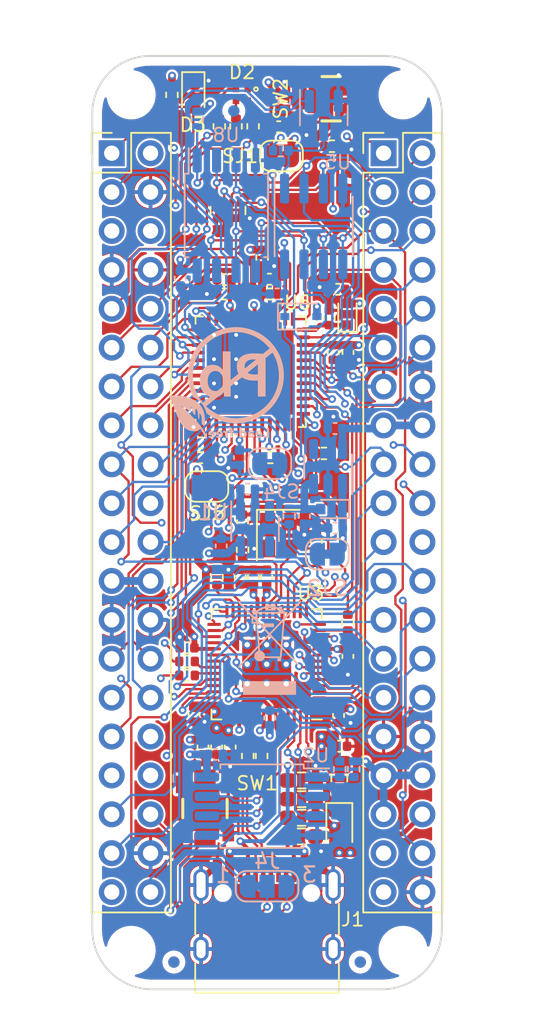
<source format=kicad_pcb>
(kicad_pcb (version 20211014) (generator pcbnew)
  (title_block (title "pico-ice") (date "2022-08-24") (rev "REV1") (company "tinyVision.ai Inc."))
  (layers (0 "F.Cu" signal) (1 "In1.Cu" signal) (2 "In2.Cu" signal) (31 "B.Cu" signal) (34 "B.Paste" user) (35 "F.Paste" user) (36 "B.SilkS" user "B.Silkscreen") (37 "F.SilkS" user "F.Silkscreen") (38 "B.Mask" user) (39 "F.Mask" user) (44 "Edge.Cuts" user))
  (net 0 "")
  (net 1 "GND")
  (net 2 "VBUS")
  (net 3 "/XIN")
  (net 4 "/XOUT")
  (net 5 "+3V3")
  (net 6 "+1V1")
  (net 7 "/~{USB_BOOT}")
  (net 8 "/SWD")
  (net 9 "/SWCLK")
  (net 10 "/QSPI_SS")
  (net 11 "Net-(C36-Pad1)")
  (net 12 "/QSPI_SD3")
  (net 13 "/QSPI_SCLK")
  (net 14 "/QSPI_SD0")
  (net 15 "/QSPI_SD2")
  (net 16 "/QSPI_SD1")
  (net 17 "/USB_D+")
  (net 18 "/USB_D-")
  (net 19 "Net-(C2-Pad1)")
  (net 20 "+1V2")
  (net 21 "/+1.2V_CORE")
  (net 22 "Net-(C32-Pad1)")
  (net 23 "/VCC_PLL")
  (net 24 "/+3V3_STDBY")
  (net 25 "Net-(D2-Pad2)")
  (net 26 "Net-(D2-Pad3)")
  (net 27 "/ICE_DONE")
  (net 28 "/~{RESET}")
  (net 29 "/USB_P")
  (net 30 "/ICE_35_G0")
  (net 31 "/ICE_CLK")
  (net 32 "/ICE_SSN")
  (net 33 "/ICE_SCK")
  (net 34 "/ICE_FLASH_IO2")
  (net 35 "/ICE_FLASH_IO3")
  (net 36 "/ICE_10|PB")
  (net 37 "/PICO_CLKOUT")
  (net 38 "Net-(R23-Pad2)")
  (net 39 "/VIO_BANK_2")
  (net 40 "/ICE_SO")
  (net 41 "/ICE_SI")
  (net 42 "/ICE_27")
  (net 43 "/ICE_25")
  (net 44 "/ICE_21")
  (net 45 "/ICE_19")
  (net 46 "/ICE_26")
  (net 47 "/ICE_23")
  (net 48 "/ICE_20_G3")
  (net 49 "/ICE_18")
  (net 50 "/PICO_PMOD_A1")
  (net 51 "/PICO_PMOD_A2")
  (net 52 "/PICO_PMOD_A3")
  (net 53 "/PICO_PMOD_A4")
  (net 54 "/PICO_PMOD_B1")
  (net 55 "/PICO_PMOD_B2")
  (net 56 "/PICO_PMOD_B3")
  (net 57 "/PICO_PMOD_B4")
  (net 58 "/ADC3")
  (net 60 "/ICE_2")
  (net 61 "/ICE_3")
  (net 62 "/ICE_4")
  (net 63 "/ICE_6")
  (net 64 "/ICE_9")
  (net 65 "/ICE_11")
  (net 66 "/ICE_28")
  (net 67 "/ICE_31")
  (net 68 "/ICE_32")
  (net 69 "/ICE_34")
  (net 70 "/ICE_36")
  (net 71 "/ICE_38")
  (net 72 "/ICE_42")
  (net 73 "/ICE_43")
  (net 74 "/ICE_44_G6")
  (net 75 "/ICE_45")
  (net 76 "/ICE_46")
  (net 77 "/ICE_47")
  (net 78 "/ICE_48")
  (net 79 "/USB_N")
  (net 80 "Net-(J1-PadA5)")
  (net 82 "Net-(J1-PadB5)")
  (net 84 "/ICE_DONE_ADC0")
  (net 85 "Net-(D2-Pad4)")
  (net 86 "Net-(D5-Pad1)")
  (net 87 "VDC")
  (net 88 "Net-(J4-Pad2)")
  (net 89 "/ADC2|PB")
  (net 90 "/LED_G")
  (net 91 "/LED_B")
  (net 92 "/LED_R")
  (net 93 "/SRAM_SS")
  (net 94 "Net-(Q1-Pad3)")
  (net 95 "/PWR_EN")
  (net 96 "Net-(R9-Pad2)")
  (net 98 "/~{ICE_RST}")
  (net 99 "Net-(C31-Pad1)")
  (footprint "Resistor_SMD:R_0402_1005Metric" (layer "F.Cu") (at 69.2658 78.2574 90)
    (fp_text reference "R19" hide)
    (fp_text value "1k")
  )
  (footprint "MountingHole:MountingHole_2.7mm_M2.5" (layer "F.Cu") (at 63.5 132.08)
    (fp_text reference "H4" hide)
    (fp_text value "MountingHole")
  )
  (footprint "Capacitor_SMD:C_0402_1005Metric" (layer "F.Cu") (at 72.3646 107.696 90)
    (fp_text reference "C16" hide)
    (fp_text value "0.1u")
  )
  (footprint "Resistor_SMD:R_0603_1608Metric" (layer "F.Cu") (at 77.1144 120.8024 -90)
    (fp_text reference "PTC1" hide)
    (fp_text value "MF-FSMF035X-2")
  )
  (footprint "Capacitor_SMD:C_0402_1005Metric" (layer "F.Cu") (at 68.0466 98.933 180)
    (fp_text reference "C29" hide)
    (fp_text value "0.1u")
  )
  (footprint "Capacitor_SMD:C_0402_1005Metric" (layer "F.Cu") (at 77.0636 116.7384 -90)
    (fp_text reference "C12" hide)
    (fp_text value "0.1u")
  )
  (footprint "Capacitor_SMD:C_0402_1005Metric" (layer "F.Cu") (at 69.977 118.7958 -90)
    (fp_text reference "C19" hide)
    (fp_text value "0.1u")
  )
  (footprint "Capacitor_SMD:C_0402_1005Metric" (layer "F.Cu") (at 68.0466 99.8982 180)
    (fp_text reference "C30" hide)
    (fp_text value "4.7u")
  )
  (footprint "LED_SMD:LED_0603_1608Metric" (layer "F.Cu") (at 67.564 76.2 -90)
    (fp_text reference "D3")
    (fp_text value "LTST-C191KGKT")
  )
  (footprint "Capacitor_SMD:C_0402_1005Metric" (layer "F.Cu") (at 67.1576 112.3188 180)
    (fp_text reference "C17" hide)
    (fp_text value "0.1u")
  )
  (footprint "Capacitor_SMD:C_0402_1005Metric" (layer "F.Cu") (at 69.596 88.265 180)
    (fp_text reference "C22" hide)
    (fp_text value "4.7u")
  )
  (footprint "Resistor_SMD:R_0402_1005Metric" (layer "F.Cu") (at 76.110718 99.6188)
    (fp_text reference "R25" hide)
    (fp_text value "27")
  )
  (footprint "Capacitor_SMD:C_0402_1005Metric" (layer "F.Cu") (at 69.596 89.2048 180)
    (fp_text reference "C21" hide)
    (fp_text value "0.1u")
  )
  (footprint "Capacitor_SMD:C_0402_1005Metric" (layer "F.Cu") (at 77.1398 118.745)
    (fp_text reference "C3" hide)
    (fp_text value "4.7u")
  )
  (footprint "Capacitor_SMD:C_0402_1005Metric" (layer "F.Cu") (at 71.501 107.696 90)
    (fp_text reference "C5" hide)
    (fp_text value "0.1u")
  )
  (footprint "CUSTOM:PTS820J25KSMTRLFS" (layer "F.Cu") (at 76.581 76.454)
    (fp_text reference "SW2")
    (fp_text value "PTS820 J25K SMTR LFS" hide)
  )
  (footprint "Resistor_SMD:R_0402_1005Metric" (layer "F.Cu") (at 72.0344 119.38 90)
    (fp_text reference "R4" hide)
    (fp_text value "27")
  )
  (footprint "Resistor_SMD:R_0603_1608Metric_Pad0.98x0.95mm_HandSolder" (layer "F.Cu") (at 74.6506 122.1994 180)
    (fp_text reference "R22" hide)
    (fp_text value "DNI")
  )
  (footprint "Resistor_SMD:R_0402_1005Metric" (layer "F.Cu") (at 71.126401 119.38 90)
    (fp_text reference "R5" hide)
    (fp_text value "27")
  )
  (footprint "Capacitor_SMD:C_0402_1005Metric" (layer "F.Cu") (at 68.199 118.7958 -90)
    (fp_text reference "C11" hide)
    (fp_text value "4.7u")
  )
  (footprint "Capacitor_SMD:C_0402_1005Metric" (layer "F.Cu") (at 67.6148 116.6622 -90)
    (fp_text reference "C18" hide)
    (fp_text value "0.1u")
  )
  (footprint "Resistor_SMD:R_0402_1005Metric" (layer "F.Cu") (at 71.4756 78.2574 90)
    (fp_text reference "R17" hide)
    (fp_text value "1k")
  )
  (footprint "Capacitor_SMD:C_0402_1005Metric" (layer "F.Cu") (at 77.683518 93.022871 -90)
    (fp_text reference "C25" hide)
    (fp_text value "4.7u")
  )
  (footprint "Connector_USB:USB_C_Receptacle_HRO_TYPE-C-31-M-12" (layer "F.Cu") (at 72.39 130.937)
    (fp_text reference "J1")
    (fp_text value "USB_C_Receptacle_USB2.0")
  )
  (footprint "Capacitor_SMD:C_0402_1005Metric" (layer "F.Cu") (at 75.6158 105.3592 90)
    (fp_text reference "C1" hide)
    (fp_text value "27p")
  )
  (footprint "CUSTOM:tinyAI_logo" (layer "F.Cu") (at 75.100358 82.363937)
    (fp_text reference "LOGO1" hide)
    (fp_text value "tinyVS Logo" hide)
  )
  (footprint "Resistor_SMD:R_0402_1005Metric" (layer "F.Cu") (at 77.6732 110.6678 -90)
    (fp_text reference "R9" hide)
    (fp_text value "27")
  )
  (footprint "Jumper:SolderJumper-2_P1.3mm_Bridged_RoundedPad1.0x1.5mm" (layer "F.Cu") (at 68.453 101.7778)
    (fp_text reference "SJ5")
    (fp_text value "SHORT")
  )
  (footprint "Connector_PinHeader_2.54mm:PinHeader_2x20_P2.54mm_Vertical" (layer "F.Cu") (at 80.01 80.01)
    (fp_text reference "J3" hide)
    (fp_text value "Conn_02x20_Odd_Even")
  )
  (footprint "Resistor_SMD:R_0603_1608Metric_Pad0.98x0.95mm_HandSolder" (layer "F.Cu") (at 74.6487 124.6378)
    (fp_text reference "R24" hide)
    (fp_text value "5.1K")
  )
  (footprint "Diode_SMD:D_SOD-323" (layer "F.Cu") (at 77.1144 123.952 -90)
    (fp_text reference "D5" hide)
    (fp_text value "1N5819WS")
  )
  (footprint "MountingHole:MountingHole_2.7mm_M2.5" (layer "F.Cu") (at 81.28 76.2)
    (fp_text reference "H2" hide)
    (fp_text value "MountingHole")
  )
  (footprint "Capacitor_SMD:C_0402_1005Metric" (layer "F.Cu") (at 77.6732 112.8776 -90)
    (fp_text reference "C15" hide)
    (fp_text value "0.1u")
  )
  (footprint "CUSTOM:LED_Cree-PLCC4_1x1mm_CW" (layer "F.Cu") (at 70.739 76.2)
    (fp_text reference "D2")
    (fp_text value "MHPA1010RGBDT")
  )
  (footprint "Capacitor_SMD:C_0402_1005Metric" (layer "F.Cu") (at 70.6374 107.696 90)
    (fp_text reference "C6" hide)
    (fp_text value "4.7u")
  )
  (footprint "Resistor_SMD:R_0402_1005Metric" (layer "F.Cu") (at 66.167 76.2 90)
    (fp_text reference "R14" hide)
    (fp_text value "2.2K")
  )
  (footprint "Capacitor_SMD:C_0402_1005Metric" (layer "F.Cu") (at 76.454 90.7568 90)
    (fp_text reference "C31" hide)
    (fp_text value "4.7u")
  )
  (footprint "Resistor_SMD:R_0402_1005Metric" (layer "F.Cu") (at 69.1134 107.696 90)
    (fp_text reference "R16" hide)
    (fp_text value "10K")
  )
  (footprint "Resistor_SMD:R_0402_1005Metric" (layer "F.Cu") (at 67.1556 114.1222)
    (fp_text reference "R23" hide)
    (fp_text value "27")
  )
  (footprint "Connector_PinHeader_2.54mm:PinHeader_2x20_P2.54mm_Vertical" (layer "F.Cu") (at 62.23 80.01)
    (fp_text reference "J2" hide)
    (fp_text value "Conn_02x20_Odd_Even")
  )
  (footprint "Fiducial:Fiducial_0.75mm_Mask1.5mm" (layer "F.Cu") (at 78.486 132.842)
    (fp_text reference "FID3" hide)
    (fp_text value "Fiducial")
  )
  (footprint "Capacitor_SMD:C_0402_1005Metric" (layer "F.Cu") (at 72.5652 89.2048)
    (fp_text reference "C33" hide)
    (fp_text value "0.1u")
  )
  (footprint "CUSTOM:PTS820J25KSMTRLFS" (layer "F.Cu") (at 68.326 122.809 -90)
    (fp_text reference "SW1")
    (fp_text value "PTS820 J25K SMTR LFS" hide)
  )
  (footprint "Resistor_SMD:R_0402_1005Metric" (layer "F.Cu") (at 70.358 78.2574 90)
    (fp_text reference "R18" hide)
    (fp_text value "1k")
  )
  (footprint "Resistor_SMD:R_0402_1005Metric" (layer "F.Cu") (at 72.603518 99.880871)
    (fp_text reference "R7" hide)
    (fp_text value "100K")
  )
  (footprint "Resistor_SMD:R_Array_Concave_4x0402" (layer "F.Cu") (at 69.834918 83.751871 90)
    (fp_text reference "RN1" hide)
    (fp_text value "10K")
  )
  (footprint "Resistor_SMD:R_0402_1005Metric" (layer "F.Cu") (at 76.6318 79.5528)
    (fp_text reference "R21" hide)
    (fp_text value "10K")
  )
  (footprint "RP2040_minimal:RP2040-QFN-56" (layer "F.Cu") (at 72.3646 113.3856 180)
    (fp_text reference "U3")
    (fp_text value "RP2040")
  )
  (footprint "Resistor_SMD:R_0603_1608Metric_Pad0.98x0.95mm_HandSolder" (layer "F.Cu") (at 74.6506 123.4186 180)
    (fp_text reference "R20" hide)
    (fp_text value "DNI")
  )
  (footprint "Fiducial:Fiducial_0.75mm_Mask1.5mm" (layer "F.Cu") (at 77.851 81.262677)
    (fp_text reference "FID1" hide)
    (fp_text value "Fiducial")
  )
  (footprint "Resistor_SMD:R_0402_1005Metric" (layer "F.Cu") (at 72.070118 86.825271 90)
    (fp_text reference "R11" hide)
    (fp_text value "100")
  )
  (footprint "Crystal:Crystal_SMD_2520-4Pin_2.5x2.0mm" (layer "F.Cu") (at 73.1266 104.9528 -90)
    (fp_text reference "Y1" hide)
    (fp_text value "12 MHz")
  )
  (footprint "Diode_SMD:D_SOD-523" (layer "F.Cu") (at 77.6478 90.5256 90)
    (fp_text reference "D1" hide)
    (fp_text value "1N4148WT-7")
  )
  (footprint "Package_DFN_QFN:QFN-48-1EP_7x7mm_P0.5mm_EP5.6x5.6mm" (layer "F.Cu") (at 71.3232 94.2848 90)
    (fp_text reference "U6")
    (fp_text value "ICE40UP5K-SG48ITR")
  )
  (footprint "MountingHole:MountingHole_2.7mm_M2.5" (layer "F.Cu") (at 81.28 132.08)
    (fp_text reference "H3" hide)
    (fp_text value "MountingHole")
  )
  (footprint "Capacitor_SMD:C_0402_1005Metric" (layer "F.Cu") (at 77.0128 88.9 180)
    (fp_text reference "C28" hide)
    (fp_text value "0.1u")
  )
  (footprint "Capacitor_SMD:C_0402_1005Metric" (layer "F.Cu") (at 69.088 118.7958 -90)
    (fp_text reference "C10" hide)
    (fp_text value "0.1u")
  )
  (footprint "Capacitor_SMD:C_0402_1005Metric" (layer "F.Cu") (at 70.7898 104.0892 90)
    (fp_text reference "C2" hide)
    (fp_text value "27p")
  )
  (footprint "Capacitor_SMD:C_0402_1005Metric" (layer "F.Cu") (at 72.5424 88.2396)
    (fp_text reference "C34" hide)
    (fp_text value "4.7u")
  )
  (footprint "Resistor_SMD:R_0402_1005Metric" (layer "F.Cu") (at 67.1576 113.2078)
    (fp_text reference "R12" hide)
    (fp_text value "27")
  )
  (footprint "MountingHole:MountingHole_2.7mm_M2.5" (layer "F.Cu") (at 63.5 76.2)
    (fp_text reference "H1" hide)
    (fp_text value "MountingHole")
  )
  (footprint "Resistor_SMD:R_0402_1005Metric" (layer "F.Cu") (at 70.7898 105.918 90)
    (fp_text reference "R1" hide)
    (fp_text value "1k")
  )
  (footprint "Resistor_SMD:R_0603_1608Metric_Pad0.98x0.95mm_HandSolder" (layer "F.Cu") (at 74.6506 120.9802)
    (fp_text reference "R10" hide)
    (fp_text value "5.1K")
  )
  (footprint "Capacitor_SMD:C_0402_1005Metric" (layer "F.Cu") (at 76.718318 93.022871 -90)
    (fp_text reference "C24" hide)
    (fp_text value "0.1u")
  )
  (footprint "Fiducial:Fiducial_0.75mm_Mask1.5mm" (layer "F.Cu") (at 66.294 132.842)
    (fp_text reference "FID5" hide)
    (fp_text value "Fiducial")
  )
  (footprint "Jumper:SolderJumper-2_P1.3mm_Bridged_RoundedPad1.0x1.5mm" (layer "F.Cu") (at 73.3298 80.1878)
    (fp_text reference "SJ1")
    (fp_text value "SHORT")
  )
  (footprint "Capacitor_SMD:C_0402_1005Metric" (layer "F.Cu") (at 73.152 78.2828)
    (fp_text reference "C32" hide)
    (fp_text value "4.7u")
  )
  (footprint "Resistor_SMD:R_0402_1005Metric" (layer "B.Cu") (at 78.0542 120.2416 -90)
    (fp_text reference "R3" hide)
    (fp_text value "10K")
  )
  (footprint "Capacitor_SMD:C_0402_1005Metric" (layer "B.Cu") (at 66.710718 88.171471 -90)
    (fp_text reference "C26" hide)
    (fp_text value "0.1u")
  )
  (footprint "Fiducial:Fiducial_0.75mm_Mask1.5mm" (layer "B.Cu") (at 70.215918 77.249471 180)
    (fp_text reference "FID2" hide)
    (fp_text value "Fiducial")
  )
  (footprint "Diode_SMD:D_SOD-323" (layer "B.Cu") (at 74.5998 90.678)
    (fp_text reference "D4" hide)
    (fp_text value "1N5819WS")
  )
  (footprint "Resistor_SMD:R_0402_1005Metric" (layer "B.Cu") (at 73.289312 79.840277)
    (fp_text reference "R15" hide)
    (fp_text value "5.1K")
  )
  (footprint "Capacitor_SMD:C_0402_1005Metric" (layer "B.Cu") (at 72.5678 116.8908 90)
    (fp_text reference "C4" hide)
    (fp_text value "0.1u")
  )
  (footprint "Capacitor_SMD:C_0402_1005Metric" (layer "B.Cu") (at 76.8604 104.4956 180)
    (fp_text reference "C9" hide)
    (fp_text value "4.7u")
  )
  (footprint "Capacitor_SMD:C_0402_1005Metric" (layer "B.Cu") (at 74.8284 103.7336 -90)
    (fp_text reference "C36" hide)
    (fp_text value "0.1u")
  )
  (footprint "Capacitor_SMD:C_0402_1005Metric" (layer "B.Cu") (at 71.12 101.9556)
    (fp_text reference "C7" hide)
    (fp_text value "4.7u")
  )
  (footprint "Package_SO:SOIC-8_5.23x5.23mm_P1.27mm" (layer "B.Cu") (at 69.723 84.074 -90)
    (fp_text reference "U8")
    (fp_text value "W25Q32JVSSIQ")
  )
  (footprint "Package_SO:SOIC-8_5.23x5.23mm_P1.27mm" (layer "B.Cu") (at 72.0598 122.6566 180)
    (fp_text reference "U2")
    (fp_text value "W25Q32JVSSIQ")
  )
  (footprint "Capacitor_SMD:C_0402_1005Metric" (layer "B.Cu") (at 73.0504 89.2048 180)
    (fp_text reference "C42" hide)
    (fp_text value "0.1u")
  )
  (footprint "Capacitor_SMD:C_0402_1005Metric" (layer "B.Cu") (at 70.5866 99.8982 -90)
    (fp_text reference "C27" hide)
    (fp_text value "0.1u")
  )
  (footprint "Capacitor_SMD:C_0402_1005Metric" (layer "B.Cu") (at 76.835 97.9932 180)
    (fp_text reference "C13" hide)
    (fp_text value "4.7u")
  )
  (footprint "Package_SO:SOIC-8_3.9x4.9mm_P1.27mm" (layer "B.Cu") (at 75.438 84.795 -90)
    (fp_text reference "U5")
    (fp_text value "APS6404L-3SQN-SN")
  )
  (footprint "CUSTOM:Pb free logo" (layer "B.Cu") (at 69.682518 95.105671 180)
    (fp_text reference "LOGO3" hide)
    (fp_text value "Pb free Logo" hide)
  )
  (footprint "Resistor_SMD:R_0402_1005Metric" (layer "B.Cu") (at 67.818 77.8002 90)
    (fp_text reference "R8" hide)
    (fp_text value "10K")
  )
  (footprint "Fiducial:Fiducial_0.75mm_Mask1.5mm" (layer "B.Cu") (at 66.294 132.842 180)
    (fp_text reference "FID6" hide)
    (fp_text value "Fiducial")
  )
  (footprint "Package_TO_SOT_SMD:SOT-23-5" (layer "B.Cu") (at 76.3778 100.4824 90)
    (fp_text reference "U4" hide)
    (fp_text value "CL9293A33L5M")
  )
  (footprint "Fiducial:Fiducial_0.75mm_Mask1.5mm" (layer "B.Cu") (at 78.486 132.842 180)
    (fp_text reference "FID4" hide)
    (fp_text value "Fiducial")
  )
  (footprint "CUSTOM:WEEE logo" (layer "B.Cu") (at 72.552718 112.301471 180)
    (fp_text reference "LOGO2" hide)
    (fp_text value "WEEE Logo" hide)
  )
  (footprint "Resistor_SMD:R_0402_1005Metric" (layer "B.Cu") (at 73.8378 103.7336 90)
    (fp_text reference "R6" hide)
    (fp_text value "1k")
  )
  (footprint "Resistor_SMD:R_0402_1005Metric" (layer "B.Cu") (at 77.1398 120.2436 90)
    (fp_text reference "R2" hide)
    (fp_text value "1k")
  )
  (footprint "Capacitor_SMD:C_0402_1005Metric" (layer "B.Cu") (at 69.0118 119.2784)
    (fp_text reference "C8" hide)
    (fp_text value "0.1u")
  )
  (footprint "Diode_SMD:D_SOD-523" (layer "B.Cu") (at 76.6064 103.251 180)
    (fp_text reference "D6" hide)
    (fp_text value "1N4148WT-7")
  )
  (footprint "Jumper:SolderJumper-2_P1.3mm_Bridged_RoundedPad1.0x1.5mm" (layer "B.Cu") (at 76.327 106.1974 180)
    (fp_text reference "SJ2")
    (fp_text value "SHORT")
  )
  (footprint "Jumper:SolderJumper-2_P1.3mm_Bridged_RoundedPad1.0x1.5mm" (layer "B.Cu") (at 72.5678 100.287271)
    (fp_text reference "SJ4")
    (fp_text value "SHORT")
  )
  (footprint "Package_TO_SOT_SMD:SOT-23" (layer "B.Cu") (at 76.0984 77.5462 -90)
    (fp_text reference "Q1" hide)
    (fp_text value "2N7002")
  )
  (footprint "Package_TO_SOT_SMD:SOT-23-5" (layer "B.Cu") (at 71.6026 104.5464 -90)
    (fp_text reference "U1")
    (fp_text value "CL9293A12L5M")
  )
  (footprint "Capacitor_SMD:C_0402_1005Metric" (layer "B.Cu") (at 69.3928 105.664 90)
    (fp_text reference "C37" hide)
    (fp_text value "4.7u")
  )
  (footprint "Jumper:SolderJumper-3_P1.3mm_Bridged12_RoundedPad1.0x1.5mm_NumberLabels" (layer "B.Cu") (at 72.39 127.889)
    (fp_text reference "J4")
    (fp_text value "PB_SEL")
  )
  (footprint "Resistor_SMD:R_0402_1005Metric" (layer "B.Cu") (at 73.5076 76.6572 -90)
    (fp_text reference "R13" hide)
    (fp_text value "10K")
  )
  (gr_line (start 70.5358 94.107) (end 70.5358 94.1832) (layer "B.SilkS") (width 0.12))
  (gr_line (start 83.82 96.52) (end 83.82 81.28) (layer "F.SilkS") (width 0.12))
  (gr_line (start 64.77 73.66) (end 80.01 73.66) (layer "F.SilkS") (width 0.12))
  (gr_line (start 80.01 134.62) (end 64.77 134.62) (layer "Edge.Cuts") (width 0.127))
  (gr_line (start 83.82 77.47) (end 83.82 130.81) (layer "Edge.Cuts") (width 0.127))
  (gr_line (start 64.77 73.66) (end 80.01 73.66) (layer "Edge.Cuts") (width 0.127))
  (gr_line (start 60.96 130.81) (end 60.96 77.47) (layer "Edge.Cuts") (width 0.127))
  (gr_arc (start 64.77 134.62) (mid 62.106908 133.473092) (end 60.96 130.81) (layer "Edge.Cuts") (width 0.127))
  (gr_arc (start 60.96 77.47) (mid 62.059317 74.759317) (end 64.77 73.66) (layer "Edge.Cuts") (width 0.127))
  (gr_arc (start 80.01 73.66) (mid 82.720683 74.759317) (end 83.82 77.47) (layer "Edge.Cuts") (width 0.127))
  (gr_arc (start 83.82 130.81) (mid 82.673092 133.473092) (end 80.01 134.62) (layer "Edge.Cuts") (width 0.127))
  (segment (start 76.5328 88.9) (end 75.973647 88.9) (width 0.508) (layer "F.Cu") (net 1))
  (segment (start 73.0452 88.2624) (end 73.0224 88.2396) (width 0.508) (layer "F.Cu") (net 1))
  (segment (start 72.3646 107.216) (end 71.501 107.216) (width 0.508) (layer "F.Cu") (net 1))
  (segment (start 76.71 127.383) (end 76.71 127.807) (width 0.4064) (layer "F.Cu") (net 1))
  (segment (start 73.8266 103.339153) (end 73.8266 104.0778) (width 0.254) (layer "F.Cu") (net 1))
  (segment (start 75.5612 124.6378) (end 75.5612 125.2436) (width 0.508) (layer "F.Cu") (net 1))
  (segment (start 71.501 107.216) (end 70.6374 107.216) (width 0.508) (layer "F.Cu") (net 1))
  (segment (start 71.262789 103.6092) (end 71.765318 103.106671) (width 0.254) (layer "F.Cu") (net 1))
  (segment (start 76.454 90.2768) (end 76.454 88.9788) (width 0.508) (layer "F.Cu") (net 1))
  (segment (start 69.14 126.892) (end 68.688 126.892) (width 0.4064) (layer "F.Cu") (net 1))
  (segment (start 77.683518 93.502871) (end 78.389518 93.502871) (width 0.508) (layer "F.Cu") (net 1))
  (segment (start 68.688 126.892) (end 68.07 127.51) (width 0.4064) (layer "F.Cu") (net 1))
  (segment (start 77.0636 117.2184) (end 77.8484 117.2184) (width 0.508) (layer "F.Cu") (net 1))
  (segment (start 75.64 126.892) (end 76.219 126.892) (width 0.4064) (layer "F.Cu") (net 1))
  (segment (start 77.6732 113.3576) (end 77.6732 114.0714) (width 0.508) (layer "F.Cu") (net 1))
  (segment (start 69.977 119.2758) (end 69.977 120.0658) (width 0.508) (layer "F.Cu") (net 1))
  (segment (start 71.765318 103.106671) (end 73.594118 103.106671) (width 0.254) (layer "F.Cu") (net 1))
  (segment (start 67.6148 117.1422) (end 68.298 117.1422) (width 0.508) (layer "F.Cu") (net 1))
  (segment (start 67.5666 97.907389) (end 67.574318 97.899671) (width 0.508) (layer "F.Cu") (net 1))
  (segment (start 69.084918 84.251871) (end 70.584918 84.251871) (width 0.508) (layer "F.Cu") (net 1))
  (segment (start 74.8284 104.3686) (end 74.8284 104.9274) (width 0.508) (layer "F.Cu") (net 1))
  (segment (start 72.4266 105.8278) (end 71.5658 105.8278) (width 0.508) (layer "F.Cu") (net 1))
  (segment (start 69.86732 107.216) (end 69.86472 107.2134) (width 0.508) (layer "F.Cu") (net 1))
  (segment (start 75.973647 88.9) (end 75.829318 88.755671) (width 0.508) (layer "F.Cu") (net 1))
  (segment (start 73.0224 88.2396) (end 73.0224 87.553971) (width 0.508) (layer "F.Cu") (net 1))
  (segment (start 69.977 119.2758) (end 69.088 119.2758) (width 0.508) (layer "F.Cu") (net 1))
  (segment (start 75.5631 120.9802) (end 75.5631 120.0169) (width 0.508) (layer "F.Cu") (net 1))
  (segment (start 73.0224 87.553971) (end 72.8525 87.384071) (width 0.508) (layer "F.Cu") (net 1))
  (segment (start 73.8266 104.0778) (end 74.5376 104.0778) (width 0.508) (layer "F.Cu") (net 1))
  (segment (start 67.5666 98.933) (end 67.5666 97.907389) (width 0.508) (layer "F.Cu") (net 1))
  (segment (start 66.6776 112.3188) (end 66.6776 111.6102) (width 0.508) (layer "F.Cu") (net 1))
  (segment (start 73.594118 103.106671) (end 73.8266 103.339153) (width 0.254) (layer "F.Cu") (net 1))
  (segment (start 78.389518 93.502871) (end 78.394718 93.508071) (width 0.508) (layer "F.Cu") (net 1))
  (segment (start 66.6776 111.6102) (end 66.675 111.6076) (width 0.508) (layer "F.Cu") (net 1))
  (segment (start 76.454 88.9788) (end 76.5328 88.9) (width 0.508) (layer "F.Cu") (net 1))
  (segment (start 75.5631 120.0169) (end 75.565 120.015) (width 0.508) (layer "F.Cu") (net 1))
  (segment (start 75.5612 125.2436) (end 75.9206 125.603) (width 0.508) (layer "F.Cu") (net 1))
  (segment (start 70.6374 107.216) (end 69.86732 107.216) (width 0.508) (layer "F.Cu") (net 1))
  (segment (start 77.8484 117.2184) (end 77.851 117.221) (width 0.508) (layer "F.Cu") (net 1))
  (segment (start 74.8766 104.8792) (end 74.8284 104.9274) (width 0.508) (layer "F.Cu") (net 1))
  (segment (start 69.088 119.2758) (end 68.199 119.2758) (width 0.508) (layer "F.Cu") (net 1))
  (segment (start 68.07 127.51) (end 68.07 127.807) (width 0.4064) (layer "F.Cu") (net 1))
  (segment (start 71.5658 105.8278) (end 71.5518 105.8418) (width 0.508) (layer "F.Cu") (net 1))
  (segment (start 70.7898 103.6092) (end 71.262789 103.6092) (width 0.254) (layer "F.Cu") (net 1))
  (segment (start 76.219 126.892) (end 76.71 127.383) (width 0.4064) (layer "F.Cu") (net 1))
  (segment (start 71.249318 84.251871) (end 71.257318 84.259871) (width 0.508) (layer "F.Cu") (net 1))
  (segment (start 73.0452 89.2048) (end 73.0452 88.2624) (width 0.508) (layer "F.Cu") (net 1))
  (segment (start 70.584918 84.251871) (end 71.249318 84.251871) (width 0.508) (layer "F.Cu") (net 1))
  (segment (start 67.5666 99.8982) (end 67.5666 98.933) (width 0.508) (layer "F.Cu") (net 1))
  (segment (start 74.5376 104.0778) (end 74.8284 104.3686) (width 0.508) (layer "F.Cu") (net 1))
  (segment (start 69.116 89.2048) (end 68.453 89.2048) (width 0.381) (layer "F.Cu") (net 1))
  (segment (start 68.298 117.1422) (end 68.3006 117.1448) (width 0.508) (layer "F.Cu") (net 1))
  (segment (start 76.718318 93.502871) (end 77.683518 93.502871) (width 0.508) (layer "F.Cu") (net 1))
  (segment (start 75.6158 104.8792) (end 74.8766 104.8792) (width 0.508) (layer "F.Cu") (net 1))
  (via (at 77.912118 79.764071) (size 0.508) (drill 0.254) (layers "F.Cu" "B.Cu") (net 1))
  (via (at 78.394718 93.508071) (size 0.508) (drill 0.254) (layers "F.Cu" "B.Cu") (net 1))
  (via (at 68.453 89.2048) (size 0.508) (drill 0.254) (layers "F.Cu" "B.Cu") (net 1))
  (via (at 68.3006 117.1448) (size 0.508) (drill 0.254) (layers "F.Cu" "B.Cu") (net 1))
  (via (at 69.860318 100.566671) (size 0.508) (drill 0.254) (layers "F.Cu" "B.Cu") (net 1))
  (via (at 66.675 111.6076) (size 0.508) (drill 0.254) (layers "F.Cu" "B.Cu") (net 1))
  (via (at 74.8284 104.9274) (size 0.508) (drill 0.254) (layers "F.Cu" "B.Cu") (net 1))
  (via (at 69.977 120.0658) (size 0.508) (drill 0.254) (layers "F.Cu" "B.Cu") (net 1))
  (via (at 77.073918 74.912671) (size 0.508) (drill 0.254) (layers "F.Cu" "B.Cu") (net 1))
  (via (at 76.728469 97.213871) (size 0.508) (drill 0.254) (layers "F.Cu" "B.Cu") (net 1))
  (via (at 68.920518 95.046403) (size 0.508) (drill 0.254) (layers "F.Cu" "B.Cu") (net 1))
  (via (at 71.5518 105.8418) (size 0.508) (drill 0.254) (layers "F.Cu" "B.Cu") (net 1))
  (via (at 70.368318 95.046403) (size 0.508) (drill 0.254) (layers "F.Cu" "B.Cu") (net 1))
  (via (at 67.574318 97.899671) (size 0.508) (drill 0.254) (layers "F.Cu" "B.Cu") (net 1))
  (via (at 75.565 120.015) (size 0.508) (drill 0.254) (layers "F.Cu" "B.Cu") (net 1))
  (via (at 75.829318 88.755671) (size 0.508) (drill 0.254) (layers "F.Cu" "B.Cu") (net 1))
  (via (at 68.920518 91.879871) (size 0.508) (drill 0.254) (layers "F.Cu" "B.Cu") (net 1))
  (via (at 74.965718 78.824271) (size 0.508) (drill 0.254) (layers "F.Cu" "B.Cu") (net 1))
  (via (at 68.920518 93.463137) (size 0.508) (drill 0.254) (layers "F.Cu" "B.Cu") (net 1))
  (via (at 69.86472 107.2134) (size 0.508) (drill 0.254) (layers "F.Cu" "B.Cu") (net 1))
  (via (at 72.8525 87.384071) (size 0.508) (drill 0.254) (layers "F.Cu" "B.Cu") (net 1))
  (via (at 70.368318 91.879871) (size 0.508) (drill 0.254) (layers "F.Cu" "B.Cu") (net 1))
  (via (at 71.257318 84.259871) (size 0.508) (drill 0.254) (layers "F.Cu" "B.Cu") (net 1))
  (via (at 77.851 117.221) (size 0.508) (drill 0.254) (layers "F.Cu" "B.Cu") (net 1))
  (via (at 68.920518 96.629671) (size 0.508) (drill 0.254) (layers "F.Cu" "B.Cu") (net 1))
  (via (at 68.564918 75.268271) (size 0.508) (drill 0.254) (layers "F.Cu" "B.Cu") (net 1))
  (via (at 70.368318 93.463137) (size 0.508) (drill 0.254) (layers "F.Cu" "B.Cu") (net 1))
  (via (at 73.517918 75.344471) (size 0.508) (drill 0.254) (layers "F.Cu" "B.Cu") (net 1))
  (via (at 75.9206 125.603) (size 0.508) (drill 0.254) (layers "F.Cu" "B.Cu") (net 1))
  (via (at 70.368318 95.918471) (size 0.508) (drill 0.254) (layers "F.Cu" "B.Cu") (net 1))
  (via (at 77.6732 114.0714) (size 0.508) (drill 0.254) (layers "F.Cu" "B.Cu") (net 1))
  (segment (start 70.048789 100.3782) (end 69.860318 100.566671) (width 0.508) (layer "B.Cu") (net 1))
  (segment (start 69.4918 119.5806) (end 69.977 120.0658) (width 0.508) (layer "B.Cu") (net 1))
  (segment (start 75.668847 104.4956) (end 76.3804 104.4956) (width 0.508) (layer "B.Cu") (net 1))
  (segment (start 74.8284 104.2136) (end 74.8284 104.9274) (width 0.508) (layer "B.Cu") (net 1))
  (segment (start 71.6026 103.4089) (end 71.6026 101.9582) (width 0.508) (layer "B.Cu") (net 1))
  (segment (start 71.6026 101.9582) (end 71.6 101.9556) (width 0.508) (layer "B.Cu") (net 1))
  (segment (start 66.710718 88.651471) (end 66.710718 88.882671) (width 0.508) (layer "B.Cu") (net 1))
  (segment (start 76.355 97.9932) (end 76.355 97.58734) (width 0.508) (layer "B.Cu") (net 1))
  (segment (start 67.032847 89.2048) (end 68.453 89.2048) (width 0.508) (layer "B.Cu") (net 1))
  (segment (start 70.5866 100.3782) (end 70.048789 100.3782) (width 0.508) (layer "B.Cu") (net 1))
  (segment (start 76.355 97.58734) (end 76.728469 97.213871) (width 0.508) (layer "B.Cu") (net 1))
  (segment (start 69.4918 119.2784) (end 69.4918 119.5806) (width 0.508) (layer "B.Cu") (net 1))
  (segment (start 75.386847 104.2136) (end 75.668847 104.4956) (width 0.508) (layer "B.Cu") (net 1))
  (segment (start 66.710718 88.882671) (end 67.032847 89.2048) (width 0.508) (layer "B.Cu") (net 1))
  (segment (start 74.8284 104.2136) (end 75.386847 104.2136) (width 0.508) (layer "B.Cu") (net 1))
  (segment (start 77.343 105.156) (end 77.343 104.264753) (width 0.508) (layer "F.Cu") (net 2))
  (segment (start 77.343 104.264753) (end 77.343 103.731353) (width 0.508) (layer "F.Cu") (net 2))
  (segment (start 76.6598 119.5228) (end 76.6598 118.745) (width 0.508) (layer "F.Cu") (net 2))
  (segment (start 70.698518 102.395471) (end 70.571518 102.522471) (width 0.3048) (layer "F.Cu") (net 2))
  (segment (start 75.245118 102.395471) (end 70.698518 102.395471) (width 0.3048) (layer "F.Cu") (net 2))
  (segment (start 77.1144 119.9774) (end 76.6598 119.5228) (width 0.508) (layer "F.Cu") (net 2))
  (segment (start 69.199918 103.894071) (end 69.199918 104.071871) (width 0.254) (layer "F.Cu") (net 2))
  (segment (start 76.6598 118.745) (end 75.946 118.745) (width 0.508) (layer "F.Cu") (net 2))
  (segment (start 76.007118 102.395471) (end 75.245118 102.395471) (width 0.508) (layer "F.Cu") (net 2))
  (segment (start 77.343 103.731353) (end 76.007118 102.395471) (width 0.508) (layer "F.Cu") (net 2))
  (segment (start 70.571518 102.522471) (end 69.199918 103.894071) (width 0.254) (layer "F.Cu") (net 2))
  (via (at 69.199918 104.071871) (size 0.508) (drill 0.254) (layers "F.Cu" "B.Cu") (net 2))
  (via (at 75.946 118.11) (size 0.508) (drill 0.254) (layers "F.Cu" "B.Cu") (net 2))
  (via (at 75.946 118.745) (size 0.508) (drill 0.254) (layers "F.Cu" "B.Cu") (net 2))
  (via (at 77.343 105.156) (size 0.508) (drill 0.254) (layers "F.Cu" "B.Cu") (net 2))
  (segment (start 77.343 105.156) (end 77.343 105.8314) (width 0.508) (layer "B.Cu") (net 2))
  (segment (start 77.3278 103.2296) (end 77.3064 103.251) (width 0.508) (layer "B.Cu") (net 2))
  (segment (start 70.64 103.3963) (end 70.6526 103.4089) (width 0.508) (layer "B.Cu") (net 2))
  (segment (start 77.3404 104.4956) (end 77.3404 105.1534) (width 0.508) (layer "B.Cu") (net 2))
  (segment (start 77.3404 105.1534) (end 77.343 105.156) (width 0.508) (layer "B.Cu") (net 2))
  (segment (start 77.3278 101.6199) (end 77.3278 103.2296) (width 0.508) (layer "B.Cu") (net 2))
  (segment (start 70.64 101.9556) (end 70.64 103.3963) (width 0.508) (layer "B.Cu") (net 2))
  (segment (start 70.6526 103.4089) (end 69.862889 103.4089) (width 0.508) (layer "B.Cu") (net 2))
  (segment (start 77.343 105.8314) (end 76.977 106.1974) (width 0.508) (layer "B.Cu") (net 2))
  (segment (start 77.3064 103.251) (end 77.3064 104.4616) (width 0.508) (layer "B.Cu") (net 2))
  (segment (start 69.862889 103.4089) (end 69.199918 104.071871) (width 0.508) (layer "B.Cu") (net 2))
  (segment (start 77.3064 104.4616) (end 77.3404 104.4956) (width 0.508) (layer "B.Cu") (net 2))
  (segment (start 72.9646 109.382) (end 73.3044 109.0422) (width 0.1524) (layer "F.Cu") (net 3))
  (segment (start 75.6044 105.8278) (end 75.6158 105.8392) (width 0.1524) (layer "F.Cu") (net 3))
  (segment (start 72.9646 109.9481) (end 72.9646 109.382) (width 0.1524) (layer "F.Cu") (net 3))
  (segment (start 73.8266 105.8278) (end 75.6044 105.8278) (width 0.1524) (layer "F.Cu") (net 3))
  (segment (start 73.3044 109.0422) (end 73.3044 106.9594) (width 0.1524) (layer "F.Cu") (net 3))
  (segment (start 73.8266 106.4372) (end 73.8266 105.8278) (width 0.1524) (layer "F.Cu") (net 3))
  (segment (start 73.3044 106.9594) (end 73.8266 106.4372) (width 0.1524) (layer "F.Cu") (net 3))
  (segment (start 72.263 106.6546) (end 72.7456 106.6546) (width 0.1524) (layer "F.Cu") (net 4))
  (segment (start 72.5646 109.3502) (end 72.8345 109.0803) (width 0.1524) (layer "F.Cu") (net 4))
  (segment (start 72.5646 109.9481) (end 72.5646 109.3502) (width 0.1524) (layer "F.Cu") (net 4))
  (segment (start 71.0164 106.6546) (end 70.7898 106.428) (width 0.1524) (layer "F.Cu") (net 4))
  (segment (start 72.7456 106.6546) (end 72.9996 106.9086) (width 0.1524) (layer "F.Cu") (net 4))
  (segment (start 72.263 106.6546) (end 71.0164 106.6546) (width 0.1524) (layer "F.Cu") (net 4))
  (segment (start 72.9996 108.9152) (end 72.8345 109.0803) (width 0.1524) (layer "F.Cu") (net 4))
  (segment (start 72.9996 106.9086) (end 72.9996 108.9152) (width 0.1524) (layer "F.Cu") (net 4))
  (segment (start 67.803 101.7778) (end 67.803 100.642953) (width 0.508) (layer "F.Cu") (net 5))
  (segment (start 76.338447 115.9856) (end 76.611247 116.2584) (width 0.254) (layer "F.Cu") (net 5))
  (segment (start 69.088 118.3158) (end 69.088 117.5517) (width 0.508) (layer "F.Cu") (net 5))
  (segment (start 66.167 75.69) (end 66.167 74.948389) (width 0.508) (layer "F.Cu") (net 5))
  (segment (start 73.9798 79.276789) (end 74.203718 79.052871) (width 0.508) (layer "F.Cu") (net 5))
  (segment (start 67.803 101.7778) (end 67.803 102.878153) (width 0.508) (layer "F.Cu") (net 5))
  (segment (start 77.6732 112.3976) (end 76.9646 112.3976) (width 0.508) (layer "F.Cu") (net 5))
  (segment (start 66.167 74.948389) (end 66.177318 74.938071) (width 0.508) (layer "F.Cu") (net 5))
  (segment (start 67.6376 112.3188) (end 67.6376 111.5848) (width 0.381) (layer "F.Cu") (net 5))
  (segment (start 69.088 117.5517) (end 69.0875 117.5512) (width 0.508) (layer "F.Cu") (net 5))
  (segment (start 72.1646 109.0644) (end 72.3646 108.8644) (width 0.254) (layer "F.Cu") (net 5))
  (segment (start 67.7138 112.395) (end 67.6376 112.3188) (width 0.381) (layer "F.Cu") (net 5))
  (segment (start 67.803 100.642953) (end 67.802918 100.642871) (width 0.508) (layer "F.Cu") (net 5))
  (segment (start 68.387118 107.145271) (end 68.387118 108.415271) (width 0.508) (layer "F.Cu") (net 5))
  (segment (start 73.9798 80.1878) (end 73.9798 79.276789) (width 0.508) (layer "F.Cu") (net 5))
  (segment (start 68.199 118.3158) (end 67.338 118.3158) (width 0.508) (layer "F.Cu") (net 5))
  (segment (start 69.961918 89.318882) (end 70.076 89.2048) (width 0.254) (layer "F.Cu") (net 5))
  (segment (start 77.0636 116.2584) (end 77.7774 116.2584) (width 0.508) (layer "F.Cu") (net 5))
  (segment (start 68.234718 103.309871) (end 68.234718 103.944871) (width 0.508) (layer "F.Cu") (net 5))
  (segment (start 72.1646 116.8231) (end 72.1646 117.465731) (width 0.254) (layer "F.Cu") (net 5))
  (segment (start 68.387118 108.415271) (end 67.193318 109.609071) (width 0.508) (layer "F.Cu") (net 5))
  (segment (start 77.6478 89.055) (end 77.4928 88.9) (width 0.508) (layer "F.Cu") (net 5))
  (segment (start 68.9271 112.3856) (end 67.7044 112.3856) (width 0.254) (layer "F.Cu") (net 5))
  (segment (start 76.9526 112.3856) (end 76.962 112.395) (width 0.254) (layer "F.Cu") (net 5))
  (segment (start 69.977 118.3158) (end 69.088 118.3158) (width 0.508) (layer "F.Cu") (net 5))
  (segment (start 77.7774 116.2584) (end 77.851 116.332) (width 0.508) (layer "F.Cu") (net 5))
  (segment (start 68.234718 103.944871) (end 67.879118 104.300471) (width 0.508) (layer "F.Cu") (net 5))
  (segment (start 77.6478 89.8256) (end 78.442869 89.8256) (width 0.508) (layer "F.Cu") (net 5))
  (segment (start 72.1646 116.8231) (end 71.7646 116.8231) (width 0.254) (layer "F.Cu") (net 5))
  (segment (start 74.7607 92.5348) (end 76.710247 92.5348) (width 0.254) (layer "F.Cu") (net 5))
  (segment (start 73.560647 76.454) (end 72.476518 75.369871) (width 0.508) (layer "F.Cu") (net 5))
  (segment (start 72.1646 117.465731) (end 71.917928 117.712403) (width 0.254) (layer "F.Cu") (net 5))
  (segment (start 67.338 118.3158) (end 67.3354 118.3132) (width 0.508) (layer "F.Cu") (net 5))
  (segment (start 69.961918 89.949471) (end 69.961918 89.318882) (width 0.254) (layer "F.Cu") (net 5))
  (segment (start 67.879118 106.637271) (end 68.387118 107.145271) (width 0.508) (layer "F.Cu") (net 5))
  (segment (start 70.076 88.265) (end 70.076 89.2048) (width 0.508) (layer "F.Cu") (net 5))
  (segment (start 72.1646 109.9481) (end 72.1646 109.0644) (width 0.254) (layer "F.Cu") (net 5))
  (segment (start 69.1134 107.186) (end 68.427847 107.186) (width 0.508) (layer "F.Cu") (net 5))
  (segment (start 67.193318 109.609071) (end 67.193318 111.135318) (width 0.508) (layer "F.Cu") (net 5))
  (segment (start 75.8021 112.3856) (end 76.9526 112.3856) (width 0.254) (layer "F.Cu") (net 5))
  (segment (start 68.427847 107.186) (end 68.387118 107.145271) (width 0.508) (layer "F.Cu") (net 5))
  (segment (start 70.0732 90.060753) (end 69.961918 89.949471) (width 0.254) (layer "F.Cu") (net 5))
  (segment (start 67.7044 112.3856) (end 67.6376 112.3188) (width 0.254) (layer "F.Cu") (net 5))
  (segment (start 77.683518 92.542871) (end 78.394718 92.542871) (width 0.508) (layer "F.Cu") (net 5))
  (segment (start 76.710247 92.5348) (end 76.718318 92.542871) (width 0.254) (layer "F.Cu") (net 5))
  (segment (start 74.506 76.454) (end 73.560647 76.454) (width 0.508) (layer "F.Cu") (net 5))
  (segment (start 67.879118 105.748271) (end 67.879118 106.637271) (width 0.508) (layer "F.Cu") (net 5))
  (segment (start 76.718318 92.542871) (end 77.683518 92.542871) (width 0.508) (layer "F.Cu") (net 5))
  (segment (start 67.803 102.878153) (end 68.234718 103.309871) (width 0.508) (layer "F.Cu") (net 5))
  (segment (start 67.193318 111.135318) (end 67.6402 111.5822) (width 0.508) (layer "F.Cu") (net 5))
  (segment (start 77.6478 89.8256) (end 77.6478 89.055) (width 0.508) (layer "F.Cu") (net 5))
  (segment (start 76.611247 116.2584) (end 77.0636 116.2584) (width 0.254) (layer "F.Cu") (net 5))
  (segment (start 75.8021 115.9856) (end 76.338447 115.9856) (width 0.254) (layer "F.Cu") (net 5))
  (segment (start 69.088 118.3158) (end 68.199 118.3158) (width 0.508) (layer "F.Cu") (net 5))
  (segment (start 72.3646 108.176) (end 72.3646 108.8644) (width 0.508) (layer "F.Cu") (net 5))
  (segment (start 67.879118 104.300471) (end 67.879118 105.748271) (width 0.508) (layer "F.Cu") (net 5))
  (segment (start 76.9646 112.3976) (end 76.962 112.395) (width 0.508) (layer "F.Cu") (net 5))
  (segment (start 70.0732 90.8473) (end 70.0732 90.060753) (width 0.254) (layer "F.Cu") (net 5))
  (segment (start 67.6376 111.5848) (end 67.6402 111.5822) (width 0.381) (layer "F.Cu") (net 5))
  (segment (start 78.442869 89.8256) (end 78.445998 89.822471) (width 0.508) (layer "F.Cu") (net 5))
  (via (at 68.666518 76.766871) (size 0.508) (drill 0.254) (layers "F.Cu" "B.Cu") (net 5))
  (via (at 72.476518 75.369871) (size 0.508) (drill 0.254) (layers "F.Cu" "B.Cu") (net 5))
  (via (at 77.851 116.332) (size 0.508) (drill 0.254) (layers "F.Cu" "B.Cu") (net 5))
  (via (at 72.3646 108.8644) (size 0.508) (drill 0.254) (layers "F.Cu" "B.Cu") (net 5))
  (via (at 78.838589 119.7316) (size 0.508) (drill 0.254) (layers "F.Cu" "B.Cu") (net 5))
  (via (at 66.710718 86.952271) (size 0.508) (drill 0.254) (layers "F.Cu" "B.Cu") (net 5))
  (via (at 69.0875 117.5512) (size 0.508) (drill 0.254) (layers "F.Cu" "B.Cu") (net 5))
  (via (at 69.8754 117.7036) (size 0.508) (drill 0.254) (layers "F.Cu" "B.Cu") (net 5))
  (via (at 67.802918 100.642871) (size 0.508) (drill 0.254) (layers "F.Cu" "B.Cu") (net 5))
  (via (at 68.387118 107.196071) (size 0.508) (drill 0.254) (layers "F.Cu" "B.Cu") (net 5))
  (via (at 75.651518 90.025671) (size 0.508) (drill 0.254) (layers "F.Cu" "B.Cu") (net 5))
  (via (at 67.6402 111.5822) (size 0.508) (drill 0.254) (layers "F.Cu" "B.Cu") (net 5))
  (via (at 78.394718 92.542871) (size 0.508) (drill 0.254) (layers "F.Cu" "B.Cu") (net 5))
  (via (at 71.917928 117.712403) (size 0.508) (drill 0.254) (layers "F.Cu" "B.Cu") (net 5))
  (via (at 74.203718 79.052871) (size 0.508) (drill 0.254) (layers "F.Cu" "B.Cu") (net 5))
  (via (at 78.445998 89.822471) (size 0.508) (drill 0.254) (layers "F.Cu" "B.Cu") (net 5))
  (via (at 67.3354 118.3132) (size 0.508) (drill 0.254) (layers "F.Cu" "B.Cu") (net 5))
  (via (at 67.3354 119.2784) (size 0.508) (drill 0.254) (layers "F.Cu" "B.Cu") (net 5))
  (via (at 69.961918 89.949471) (size 0.508) (drill 0.254) (layers "F.Cu" "B.Cu") (net 5))
  (via (at 76.962 112.395) (size 0.508) (drill 0.254) (layers "F.Cu" "B.Cu") (net 5))
  (via (at 68.9356 116.4844) (size 0.508) (drill 0.254) (layers "F.Cu" "B.Cu") (net 5))
  (via (at 66.177318 74.938071) (size 0.508) (drill 0.254) (layers "F.Cu" "B.Cu") (net 5))
  (segment (start 68.5318 119.2784) (end 67.3354 119.2784) (width 0.508) (layer "B.Cu") (net 5))
  (segment (start 80.01 120.65) (end 80.01 123.19) (width 0.508) (layer "B.Cu") (net 5))
  (segment (start 66.710718 87.691471) (end 66.710718 86.952271) (width 0.381) (layer "B.Cu") (net 5))
  (segment (start 80.01 120.65) (end 82.55 120.65) (width 0.508) (layer "B.Cu") (net 5))
  (segment (start 67.818 77.2902) (end 68.143189 77.2902) (width 0.508) (layer "B.Cu") (net 5))
  (segment (start 79.8068 97.9932) (end 80.01 97.79) (width 0.508) (layer "B.Cu") (net 5))
  (segment (start 77.3278 99.3449) (end 77.3278 98.006) (width 0.508) (layer "B.Cu") (net 5))
  (segment (start 80.01 120.65) (end 79.756989 120.65) (width 0.508) (layer "B.Cu") (net 5))
  (segment (start 82.55 97.79) (end 80.01 97.79) (width 0.508) (layer "B.Cu") (net 5))
  (segment (start 68.4598 120.7516) (end 68.4598 119.3504) (width 0.508) (layer "B.Cu") (net 5))
  (segment (start 68.4598 119.3504) (end 68.5318 119.2784) (width 0.508) (layer "B.Cu") (net 5))
  (segment (start 79.756989 120.65) (end 78.838589 119.7316) (width 0.508) (layer "B.Cu") (net 5))
  (segment (start 77.3278 98.006) (end 77.315 97.9932) (width 0.508) (layer "B.Cu") (net 5))
  (segment (start 78.0542 119.7316) (end 78.838589 119.7316) (width 0.508) (layer "B.Cu") (net 5))
  (segment (start 77.315 97.9932) (end 79.8068 97.9932) (width 0.508) (layer "B.Cu") (net 5))
  (segment (start 68.143189 77.2902) (end 68.666518 76.766871) (width 0.508) (layer "B.Cu") (net 5))
  (segment (start 67.818 87.674) (end 66.728189 87.674) (width 0.381) (layer "B.Cu") (net 5))
  (segment (start 75.6498 90.678) (end 75.6498 90.027389) (width 0.508) (layer "B.Cu") (net 5))
  (segment (start 75.6498 90.027389) (end 75.651518 90.025671) (width 0.508) (layer "B.Cu") (net 5))
  (segment (start 66.728189 87.674) (end 66.710718 87.691471) (width 0.381) (layer "B.Cu") (net 5))
  (segment (start 72.5646 118.056) (end 72.5678 118.0592) (width 0.254) (layer "F.Cu") (net 6))
  (segment (start 70.6374 108.176) (end 71.501 108.176) (width 0.508) (layer "F.Cu") (net 6))
  (segment (start 72.222518 115.806671) (end 72.5646 116.148753) (width 0.254) (layer "F.Cu") (net 6))
  (segment (start 70.876318 115.806671) (end 72.222518 115.806671) (width 0.254) (layer "F.Cu") (net 6))
  (segment (start 72.5646 116.148753) (end 72.5646 116.8231) (width 0.254) (layer "F.Cu") (net 6))
  (segment (start 72.5646 116.8231) (end 72.5646 118.056) (width 0.254) (layer "F.Cu") (net 6))
  (segment (start 70.5646 117.6748) (end 70.5612 117.6782) (width 0.254) (layer "F.Cu") (net 6))
  (segment (start 70.5646 116.8231) (end 70.5646 117.6748) (width 0.254) (layer "F.Cu") (net 6))
  (segment (start 70.5646 116.8231) (end 70.5646 116.118389) (width 0.254) (layer "F.Cu") (net 6))
  (segment (start 70.5646 116.118389) (end 70.876318 115.806671) (width 0.254) (layer "F.Cu") (net 6))
  (segment (start 71.501 108.176) (end 71.501 108.8644) (width 0.508) (layer "F.Cu") (net 6))
  (segment (start 71.7646 109.9481) (end 71.7646 109.128) (width 0.254) (layer "F.Cu") (net 6))
  (segment (start 71.7646 109.128) (end 71.501 108.8644) (width 0.254) (layer "F.Cu") (net 6))
  (via (at 70.5612 117.6782) (size 0.508) (drill 0.254) (layers "F.Cu" "B.Cu") (net 6))
  (via (at 72.5678 118.0592) (size 0.508) (drill 0.254) (layers "F.Cu" "B.Cu") (net 6))
  (via (at 71.501 108.8644) (size 0.508) (drill 0.254) (layers "F.Cu" "B.Cu") (net 6))
  (segment (start 72.5678 117.3708) (end 72.5678 118.0592) (width 0.508) (layer "B.Cu") (net 6))
  (segment (start 77.1398 118.4148) (end 77.1398 119.7336) (width 0.1524) (layer "B.Cu") (net 7))
  (segment (start 74.676 117.5258) (end 76.2508 117.5258) (width 0.1524) (layer "B.Cu") (net 7))
  (segment (start 73.2028 123.2408) (end 73.2028 118.999) (width 0.1524) (layer "B.Cu") (net 7))
  (segment (start 73.2028 118.999) (end 74.676 117.5258) (width 0.1524) (layer "B.Cu") (net 7))
  (segment (start 64.77 128.27) (end 64.77 127.381) (width 0.1524) (layer "B.Cu") (net 7))
  (segment (start 64.77 127.381) (end 66.8782 125.2728) (width 0.1524) (layer "B.Cu") (net 7))
  (segment (start 76.2508 117.5258) (end 77.1398 118.4148) (width 0.1524) (layer "B.Cu") (net 7))
  (segment (start 69.4436 125.2728) (end 70.2818 124.4346) (width 0.1524) (layer "B.Cu") (net 7))
  (segment (start 72.009 124.4346) (end 73.2028 123.2408) (width 0.1524) (layer "B.Cu") (net 7))
  (segment (start 66.8782 125.2728) (end 69.4436 125.2728) (width 0.1524) (layer "B.Cu") (net 7))
  (segment (start 70.2818 124.4346) (end 72.009 124.4346) (width 0.1524) (layer "B.Cu") (net 7))
  (segment (start 70.9646 109.9481) (end 70.9646 110.5946) (width 0.1524) (layer "F.Cu") (net 8))
  (segment (start 70.9646 110.5946) (end 70.9646 110.783272) (width 0.1524) (layer "F.Cu") (net 8))
  (segment (start 70.9646 110.783272) (end 70.820636 110.927236) (width 0.1524) (layer "F.Cu") (net 8))
  (via (at 70.820636 110.927236) (size 0.508) (drill 0.254) (layers "F.Cu" "B.Cu") (net 8))
  (segment (start 63.491929 121.928071) (end 65.724882 121.928071) (width 0.1524) (layer "B.Cu") (net 8))
  (segment (start 68.9864 115.3414) (end 68.9864 113.1062) (width 0.1524) (layer "B.Cu") (net 8))
  (segment (start 70.555764 110.927236) (end 70.820636 110.927236) (width 0.1524) (layer "B.Cu") (net 8))
  (segment (start 65.724882 121.928071) (end 66.3448 121.308153) (width 0.1524) (layer "B.Cu") (net 8))
  (segment (start 68.9864 113.1062) (end 70.358 111.7346) (width 0.1524) (layer "B.Cu") (net 8))
  (segment (start 70.358 111.7346) (end 70.358 111.125) (width 0.1524) (layer "B.Cu") (net 8))
  (segment (start 66.3448 121.308153) (end 66.3448 117.983) (width 0.1524) (layer "B.Cu") (net 8))
  (segment (start 66.3448 117.983) (end 68.9864 115.3414) (width 0.1524) (layer "B.Cu") (net 8))
  (segment (start 70.358 111.125) (end 70.555764 110.927236) (width 0.1524) (layer "B.Cu") (net 8))
  (segment (start 62.23 123.19) (end 63.491929 121.928071) (width 0.1524) (layer "B.Cu") (net 8))
  (segment (start 71.3646 110.427553) (end 71.886882 110.949835) (width 0.1524) (layer "F.Cu") (net 9))
  (segment (start 71.3646 109.9481) (end 71.3646 110.427553) (width 0.1524) (layer "F.Cu") (net 9))
  (via (at 71.886882 110.949835) (size 0.508) (drill 0.254) (layers "F.Cu" "B.Cu") (net 9))
  (segment (start 71.7042 111.132517) (end 71.7042 111.554553) (width 0.1524) (layer "B.Cu") (net 9))
  (segment (start 66.6496 122.116189) (end 66.6496 121.158) (width 0.1524) (layer "B.Cu") (net 9))
  (segment (start 71.7042 111.554553) (end 71.7042 112.4204) (width 0.1524) (layer "B.Cu") (net 9))
  (segment (start 69.3166 113.2332) (end 69.3166 115.075452) (width 0.1524) (layer "B.Cu") (net 9))
  (segment (start 65.521682 124.468071) (end 66.6496 123.340153) (width 0.1524) (layer "B.Cu") (net 9))
  (segment (start 63.491929 124.468071) (end 65.521682 124.468071) (width 0.1524) (layer "B.Cu") (net 9))
  (segment (start 69.3166 115.075452) (end 69.3166 115.4176) (width 0.1524) (layer "B.Cu") (net 9))
  (segment (start 66.6496 118.3386) (end 66.6496 118.11) (width 0.1524) (layer "B.Cu") (net 9))
  (segment (start 71.374 112.7506) (end 69.7992 112.7506) (width 0.1524) (layer "B.Cu") (net 9))
  (segment (start 69.3166 115.4176) (end 66.6496 118.0846) (width 0.1524) (layer "B.Cu") (net 9))
  (segment (start 62.23 125.73) (end 63.491929 124.468071) (width 0.1524) (layer "B.Cu") (net 9))
  (segment (start 66.6496 118.0846) (end 66.6496 118.3386) (width 0.1524) (layer "B.Cu") (net 9))
  (segment (start 71.886882 110.949835) (end 71.7042 111.132517) (width 0.1524) (layer "B.Cu") (net 9))
  (segment (start 66.6496 123.340153) (end 66.6496 122.116189) (width 0.1524) (layer "B.Cu") (net 9))
  (segment (start 66.6496 118.5926) (end 66.6496 118.3386) (width 0.1524) (layer "B.Cu") (net 9))
  (segment (start 69.7992 112.7506) (end 69.3166 113.2332) (width 0.1524) (layer "B.Cu") (net 9))
  (segment (start 71.7042 112.4204) (end 71.374 112.7506) (width 0.1524) (layer "B.Cu") (net 9))
  (segment (start 66.6496 121.158) (end 66.6496 118.5926) (width 0.1524) (layer "B.Cu") (net 9))
  (segment (start 74.9646 116.8231) (end 74.9646 117.8144) (width 0.1524) (layer "F.Cu") (net 10))
  (segment (start 75.0824 119.1006) (end 75.0824 118.5926) (width 0.1524) (layer "F.Cu") (net 10))
  (segment (start 74.9646 118.4748) (end 75.0824 118.5926) (width 0.1524) (layer "F.Cu") (net 10))
  (segment (start 74.9646 117.8144) (end 74.9646 118.4748) (width 0.1524) (layer "F.Cu") (net 10))
  (via (at 75.0824 119.1006) (size 0.508) (drill 0.254) (layers "F.Cu" "B.Cu") (net 10))
  (segment (start 77.1398 120.7536) (end 78.0522 120.7536) (width 0.1524) (layer "B.Cu") (net 10))
  (segment (start 75.4888 120.7516) (end 75.0824 120.3452) (width 0.1524) (layer "B.Cu") (net 10))
  (segment (start 75.0824 120.3452) (end 75.0824 119.1006) (width 0.1524) (layer "B.Cu") (net 10))
  (segment (start 75.6598 120.7516) (end 75.4888 120.7516) (width 0.1524) (layer "B.Cu") (net 10))
  (segment (start 78.0522 120.7536) (end 78.0542 120.7516) (width 0.1524) (layer "B.Cu") (net 10))
  (segment (start 77.1378 120.7516) (end 77.1398 120.7536) (width 0.1524) (layer "B.Cu") (net 10))
  (segment (start 75.6598 120.7516) (end 77.1378 120.7516) (width 0.1524) (layer "B.Cu") (net 10))
  (segment (start 73.8378 103.2236) (end 74.7984 103.2236) (width 0.508) (layer "B.Cu") (net 11))
  (segment (start 75.9038 103.2536) (end 75.9064 103.251) (width 0.508) (layer "B.Cu") (net 11))
  (segment (start 74.8284 101.821589) (end 74.8284 102.2193) (width 0.508) (layer "B.Cu") (net 11))
  (segment (start 75.4278 101.6199) (end 75.030089 101.6199) (width 0.508) (layer "B.Cu") (net 11))
  (segment (start 74.7984 103.2236) (end 74.8284 103.2536) (width 0.508) (layer "B.Cu") (net 11))
  (segment (start 74.8284 103.2536) (end 74.8284 102.2193) (width 0.508) (layer "B.Cu") (net 11))
  (segment (start 75.030089 101.6199) (end 74.8284 101.821589) (width 0.508) (layer "B.Cu") (net 11))
  (segment (start 74.8284 103.2536) (end 75.9038 103.2536) (width 0.508) (layer "B.Cu") (net 11))
  (segment (start 72.644 120.153948) (end 72.263 120.534948) (width 0.1524) (layer "F.Cu") (net 12))
  (segment (start 72.263 120.534948) (end 72.263 121.7422) (width 0.1524) (layer "F.Cu") (net 12))
  (segment (start 73.1012 117.7798) (end 73.1012 118.237) (width 0.1524) (layer "F.Cu") (net 12))
  (segment (start 72.263 121.7422) (end 71.7042 122.301) (width 0.1524) (layer "F.Cu") (net 12))
  (segment (start 72.644 118.6942) (end 72.644 120.153948) (width 0.1524) (layer "F.Cu") (net 12))
  (segment (start 73.1012 118.237) (end 72.644 118.6942) (width 0.1524) (layer "F.Cu") (net 12))
  (segment (start 72.9646 116.8231) (end 72.9646 117.6432) (width 0.1524) (layer "F.Cu") (net 12))
  (segment (start 72.9646 117.6432) (end 73.1012 117.7798) (width 0.1524) (layer "F.Cu") (net 12))
  (via (at 71.7042 122.301) (size 0.508) (drill 0.254) (layers "F.Cu" "B.Cu") (net 12))
  (segment (start 71.7042 122.301) (end 70.2056 122.301) (width 0.1524) (layer "B.Cu") (net 12))
  (segment (start 70.2056 122.301) (end 69.9262 122.0216) (width 0.1524) (layer "B.Cu") (net 12))
  (segment (start 69.9262 122.0216) (end 68.4598 122.0216) (width 0.1524) (layer "B.Cu") (net 12))
  (segment (start 72.9488 118.7958) (end 72.9488 120.2436) (width 0.1524) (layer "F.Cu") (net 13))
  (segment (start 72.5932 120.5992) (end 72.5932 122.1994) (width 0.1524) (layer "F.Cu") (net 13))
  (segment (start 71.7042 123.0884) (end 71.7042 123.1265) (width 0.1524) (layer "F.Cu") (net 13))
  (segment (start 72.9488 120.2436) (end 72.5932 120.5992) (width 0.1524) (layer "F.Cu") (net 13))
  (segment (start 73.406 118.3386) (end 72.9488 118.7958) (width 0.1524) (layer "F.Cu") (net 13))
  (segment (start 73.406 118.3386) (end 73.406 116.8645) (width 0.1524) (layer "F.Cu") (net 13))
  (segment (start 73.406 116.8645) (end 73.3646 116.8231) (width 0.1524) (layer "F.Cu") (net 13))
  (segment (start 72.5932 122.1994) (end 71.7042 123.0884) (width 0.1524) (layer "F.Cu") (net 13))
  (via (at 71.7042 123.1265) (size 0.508) (drill 0.254) (layers "F.Cu" "B.Cu") (net 13))
  (segment (start 71.7042 123.1265) (end 68.6249 123.1265) (width 0.1524) (layer "B.Cu") (net 13))
  (segment (start 68.6249 123.1265) (end 68.4598 123.2916) (width 0.1524) (layer "B.Cu") (net 13))
  (segment (start 73.7646 116.8231) (end 73.7646 118.3864) (width 0.1524) (layer "F.Cu") (net 14))
  (segment (start 72.9234 120.684835) (end 72.9234 122.7328) (width 0.1524) (layer "F.Cu") (net 14))
  (segment (start 72.9234 122.7328) (end 71.7042 123.952) (width 0.1524) (layer "F.Cu") (net 14))
  (segment (start 73.2536 118.8974) (end 73.2536 120.354635) (width 0.1524) (layer "F.Cu") (net 14))
  (segment (start 73.7646 118.3864) (end 73.2536 118.8974) (width 0.1524) (layer "F.Cu") (net 14))
  (segment (start 73.2536 120.354635) (end 72.9234 120.684835) (width 0.1524) (layer "F.Cu") (net 14))
  (via (at 71.7042 123.952) (size 0.508) (drill 0.254) (layers "F.Cu" "B.Cu") (net 14))
  (segment (start 71.7042 123.952) (end 70.2818 123.952) (width 0.1524) (layer "B.Cu") (net 14))
  (segment (start 70.2818 123.952) (end 69.6722 124.5616) (width 0.1524) (layer "B.Cu") (net 14))
  (segment (start 69.6722 124.5616) (end 68.4598 124.5616) (width 0.1524) (layer "B.Cu") (net 14))
  (segment (start 74.1646 118.380852) (end 74.1646 116.8231) (width 0.1524) (layer "F.Cu") (net 15))
  (segment (start 73.7362 119.1514) (end 73.7362 118.809252) (width 0.1524) (layer "F.Cu") (net 15))
  (segment (start 73.7362 118.809252) (end 74.1646 118.380852) (width 0.1524) (layer "F.Cu") (net 15))
  (via (at 73.7362 119.1514) (size 0.508) (drill 0.254) (layers "F.Cu" "B.Cu") (net 15))
  (segment (start 74.5998 123.2916) (end 75.6598 123.2916) (width 0.1524) (layer "B.Cu") (net 15))
  (segment (start 73.7362 119.1514) (end 74.2188 119.634) (width 0.1524) (layer "B.Cu") (net 15))
  (segment (start 74.2188 119.634) (end 74.2188 122.9106) (width 0.1524) (layer "B.Cu") (net 15))
  (segment (start 74.2188 122.9106) (end 74.5998 123.2916) (width 0.1524) (layer "B.Cu") (net 15))
  (segment (start 74.422 119.126) (end 74.422 118.6746) (width 0.1524) (layer "F.Cu") (net 16))
  (segment (start 74.422 118.6746) (end 74.5646 118.532) (width 0.1524) (layer "F.Cu") (net 16))
  (segment (start 74.5646 116.8231) (end 74.5646 118.532) (width 0.1524) (layer "F.Cu") (net 16))
  (via (at 74.422 119.126) (size 0.508) (drill 0.254) (layers "F.Cu" "B.Cu") (net 16))
  (segment (start 74.7014 122.0216) (end 75.6598 122.0216) (width 0.1524) (layer "B.Cu") (net 16))
  (segment (start 74.422 119.126) (end 74.549 119.253) (width 0.1524) (layer "B.Cu") (net 16))
  (segment (start 74.549 119.253) (end 74.549 121.8692) (width 0.1524) (layer "B.Cu") (net 16))
  (segment (start 74.549 121.8692) (end 74.7014 122.0216) (width 0.1524) (layer "B.Cu") (net 16))
  (segment (start 71.088885 124.196041) (end 71.088885 121.929959) (width 0.1524) (layer "F.Cu") (net 17))
  (segment (start 71.727085 121.291759) (end 71.727085 120.197315) (width 0.1524) (layer "F.Cu") (net 17))
  (segment (start 72.14 126.892) (end 72.14 126.0146) (width 0.1524) (layer "F.Cu") (net 17))
  (segment (start 72.14 125.804499) (end 72.036685 125.701184) (width 0.1524) (layer "F.Cu") (net 17))
  (segment (start 72.036685 125.143841) (end 71.088885 124.196041) (width 0.1524) (layer "F.Cu") (net 17))
  (segment (start 72.036685 125.701184) (end 72.036685 125.143841) (width 0.1524) (layer "F.Cu") (net 17))
  (segment (start 71.088885 121.929959) (end 71.727085 121.291759) (width 0.1524) (layer "F.Cu") (net 17))
  (segment (start 72.14 126.892) (end 72.14 125.804499) (width 0.1524) (layer "F.Cu") (net 17))
  (segment (start 72.771 125.857) (end 73.14 126.226) (width 0.1524) (layer "F.Cu") (net 17))
  (segment (start 72.2976 125.857) (end 72.771 125.857) (width 0.1524) (layer "F.Cu") (net 17))
  (segment (start 72.14 126.0146) (end 72.2976 125.857) (width 0.1524) (layer "F.Cu") (net 17))
  (segment (start 71.727085 120.197315) (end 72.0344 119.89) (width 0.1524) (layer "F.Cu") (net 17))
  (segment (start 73.14 126.226) (end 73.14 126.892) (width 0.1524) (layer "F.Cu") (net 17))
  (segment (start 71.8866 128.016) (end 72.39 128.016) (width 0.1524) (layer "F.Cu") (net 18))
  (segment (start 71.743315 125.265359) (end 70.795515 124.317559) (width 0.1524) (layer "F.Cu") (net 18))
  (segment (start 71.64 125.804499) (end 71.743315 125.701184) (width 0.1524) (layer "F.Cu") (net 18))
  (segment (start 71.64 126.892) (end 71.64 127.7694) (width 0.1524) (layer "F.Cu") (net 18))
  (segment (start 71.433715 120.197315) (end 71.126401 119.89) (width 0.1524) (layer "F.Cu") (net 18))
  (segment (start 70.795515 124.317559) (end 70.795515 121.808441) (width 0.1524) (layer "F.Cu") (net 18))
  (segment (start 71.743315 125.701184) (end 71.743315 125.265359) (width 0.1524) (layer "F.Cu") (net 18))
  (segment (start 71.64 126.892) (end 71.64 125.804499) (width 0.1524) (layer "F.Cu") (net 18))
  (segment (start 72.39 128.016) (end 72.64 127.766) (width 0.1524) (layer "F.Cu") (net 18))
  (segment (start 71.433715 121.170241) (end 71.433715 120.197315) (width 0.1524) (layer "F.Cu") (net 18))
  (segment (start 72.64 127.766) (end 72.64 126.892) (width 0.1524) (layer "F.Cu") (net 18))
  (segment (start 71.64 127.7694) (end 71.8866 128.016) (width 0.1524) (layer "F.Cu") (net 18))
  (segment (start 70.795515 121.808441) (end 71.433715 121.170241) (width 0.1524) (layer "F.Cu") (net 18))
  (segment (start 70.7898 104.5692) (end 70.7898 105.408) (width 0.1524) (layer "F.Cu") (net 19))
  (segment (start 71.2812 104.0778) (end 70.7898 104.5692) (width 0.1524) (layer "F.Cu") (net 19))
  (segment (start 72.4266 104.0778) (end 71.2812 104.0778) (width 0.1524) (layer "F.Cu") (net 19))
  (segment (start 72.070118 86.315271) (end 71.284718 86.315271) (width 0.508) (layer "F.Cu") (net 20))
  (segment (start 71.284718 86.315271) (end 71.282718 86.317271) (width 0.508) (layer "F.Cu") (net 20))
  (via (at 73.365518 101.303271) (size 0.508) (drill 0.254) (layers "F.Cu" "B.Cu") (net 20))
  (via (at 68.58 106.1466) (size 0.508) (drill 0.254) (layers "F.Cu" "B.Cu") (net 20))
  (via (at 71.282718 86.317271) (size 0.508) (drill 0.254) (layers "F.Cu" "B.Cu") (net 20))
  (segment (start 73.2178 100.287271) (end 73.2178 101.155553) (width 0.508) (layer "B.Cu") (net 20))
  (segment (start 69.8272 106.144) (end 69.3928 106.144) (width 0.508) (layer "B.Cu") (net 20))
  (segment (start 69.3928 106.144) (end 68.5826 106.144) (width 0.508) (layer "B.Cu") (net 20))
  (segment (start 73.2178 101.155553) (end 73.365518 101.303271) (width 0.508) (layer "B.Cu") (net 20))
  (segment (start 68.5826 106.144) (end 68.58 106.1466) (width 0.508) (layer "B.Cu") (net 20))
  (segment (start 70.6526 105.6839) (end 70.2873 105.6839) (width 0.508) (layer "B.Cu") (net 20))
  (segment (start 70.2873 105.6839) (end 69.8272 106.144) (width 0.508) (layer "B.Cu") (net 20))
  (segment (start 71.5732 89.960553) (end 71.536718 89.924071) (width 0.254) (layer "F.Cu") (net 21))
  (segment (start 71.5732 90.8473) (end 71.5732 89.960553) (width 0.254) (layer "F.Cu") (net 21))
  (segment (start 70.5866 97.7357) (end 70.5732 97.7223) (width 0.254) (layer "F.Cu") (net 21))
  (segment (start 70.5866 98.7552) (end 70.5866 97.7357) (width 0.254) (layer "F.Cu") (net 21))
  (via (at 70.5866 98.7552) (size 0.508) (drill 0.254) (layers "F.Cu" "B.Cu") (net 21))
  (via (at 71.536718 89.924071) (size 0.508) (drill 0.254) (layers "F.Cu" "B.Cu") (net 21))
  (segment (start 71.277247 99.4182) (end 71.9178 100.058753) (width 0.254) (layer "B.Cu") (net 21))
  (segment (start 70.5866 99.4182) (end 70.5866 98.7552) (width 0.254) (layer "B.Cu") (net 21))
  (segment (start 71.9178 100.058753) (end 71.9178 100.287271) (width 0.254) (layer "B.Cu") (net 21))
  (segment (start 70.5866 99.4182) (end 71.277247 99.4182) (width 0.254) (layer "B.Cu") (net 21))
  (segment (start 71.9288 75.815) (end 72.672 76.5582) (width 0.254) (layer "F.Cu") (net 22))
  (segment (start 72.672 76.5582) (end 72.672 78.2828) (width 0.254) (layer "F.Cu") (net 22))
  (segment (start 72.672 78.2828) (end 72.672 80.18) (width 0.254) (layer "F.Cu") (net 22))
  (segment (start 72.672 80.18) (end 72.6798 80.1878) (width 0.254) (layer "F.Cu") (net 22))
  (segment (start 71.124 75.815) (end 71.9288 75.815) (width 0.254) (layer "F.Cu") (net 22))
  (segment (start 72.070118 88.231882) (end 72.0624 88.2396) (width 0.508) (layer "F.Cu") (net 23))
  (segment (start 72.0624 89.182) (end 72.0852 89.2048) (width 0.508) (layer "F.Cu") (net 23))
  (segment (start 72.070118 87.335271) (end 72.070118 88.231882) (width 0.508) (layer "F.Cu") (net 23))
  (segment (start 72.0732 89.2168) (end 72.0852 89.2048) (width 0.254) (layer "F.Cu") (net 23))
  (segment (start 72.0732 90.8473) (end 72.0732 89.2168) (width 0.254) (layer "F.Cu") (net 23))
  (segment (start 72.0624 88.2396) (end 72.0624 89.182) (width 0.508) (layer "F.Cu") (net 23))
  (via (at 73.517918 85.860071) (size 0.508) (drill 0.254) (layers "F.Cu" "B.Cu") (net 24))
  (via (at 74.432318 100.922271) (size 0.508) (drill 0.254) (layers "F.Cu" "B.Cu") (net 24))
  (via (at 73.289318 79.002071) (size 0.508) (drill 0.254) (layers "F.Cu" "B.Cu") (net 24))
  (segment (start 73.533 89.2022) (end 73.533 87.27) (width 0.1524) (layer "B.Cu") (net 24))
  (segment (start 73.5498 89.2242) (end 73.5304 89.2048) (width 0.1524) (layer "B.Cu") (net 24))
  (segment (start 72.779318 79.512071) (end 73.289318 79.002071) (width 0.1524) (layer "B.Cu") (net 24))
  (segment (start 74.127518 92.565671) (end 73.5498 91.987953) (width 0.1524) (layer "B.Cu") (net 24))
  (segment (start 73.5498 91.987953) (end 73.5498 90.678) (width 0.1524) (layer "B.Cu") (net 24))
  (segment (start 72.779318 79.840271) (end 72.779318 79.512071) (width 0.1524) (layer "B.Cu") (net 24))
  (segment (start 74.127518 100.185671) (end 74.127518 92.565671) (width 0.1524) (layer "B.Cu") (net 24))
  (segment (start 74.127518 100.617471) (end 74.432318 100.922271) (width 0.1524) (layer "B.Cu") (net 24))
  (segment (start 73.5498 90.678) (end 73.5498 89.2242) (width 0.1524) (layer "B.Cu") (net 24))
  (segment (start 73.5304 89.2048) (end 73.533 89.2022) (width 0.1524) (layer "B.Cu") (net 24))
  (segment (start 73.533 85.875153) (end 73.517918 85.860071) (width 0.381) (layer "B.Cu") (net 24))
  (segment (start 73.533 87.27) (end 73.533 85.875153) (width 0.1524) (layer "B.Cu") (net 24))
  (segment (start 74.127518 100.185671) (end 74.127518 100.617471) (width 0.1524) (layer "B.Cu") (net 24))
  (segment (start 71.4756 76.9366) (end 71.124 76.585) (width 0.1524) (layer "F.Cu") (net 25))
  (segment (start 71.4756 77.7474) (end 71.4756 76.9366) (width 0.1524) (layer "F.Cu") (net 25))
  (segment (start 70.354 76.585) (end 70.354 77.7434) (width 0.1524) (layer "F.Cu") (net 26))
  (segment (start 70.354 77.7434) (end 70.358 77.7474) (width 0.1524) (layer "F.Cu") (net 26))
  (segment (start 67.564 79.240989) (end 66.837718 79.967271) (width 0.1524) (layer "F.Cu") (net 27))
  (segment (start 66.837718 79.967271) (end 66.405918 80.399071) (width 0.1524) (layer "F.Cu") (net 27))
  (segment (start 75.250554 101.831235) (end 75.600718 101.481071) (width 0.1524) (layer "F.Cu") (net 27))
  (segment (start 66.405918 81.186471) (end 66.405918 83.421671) (width 0.1524) (layer "F.Cu") (net 27))
  (segment (start 75.600718 101.481071) (end 75.600718 99.6188) (width 0.1524) (layer "F.Cu") (net 27))
  (segment (start 72.953682 101.831235) (end 71.5732 100.450753) (width 0.1524) (layer "F.Cu") (net 27))
  (segment (start 66.405918 80.399071) (end 66.405918 81.186471) (width 0.1524) (layer "F.Cu") (net 27))
  (segment (start 67.564 76.9875) (end 67.564 79.240989) (width 0.1524) (layer "F.Cu") (net 27))
  (segment (start 67.564 76.9875) (end 66.4445 76.9875) (width 0.1524) (layer "F.Cu") (net 27))
  (segment (start 66.4445 76.9875) (end 66.167 76.71) (width 0.1524) (layer "F.Cu") (net 27))
  (segment (start 71.5732 100.450753) (end 71.5732 97.7223) (width 0.1524) (layer "F.Cu") (net 27))
  (segment (start 75.250554 101.831235) (end 72.953682 101.831235) (width 0.1524) (layer "F.Cu") (net 27))
  (via (at 72.953682 101.831235) (size 0.508) (drill 0.254) (layers "F.Cu" "B.Cu") (net 27))
  (via (at 70.114318 101.227071) (size 0.508) (drill 0.254) (layers "F.Cu" "B.Cu") (net 27))
  (via (at 66.405918 83.421671) (size 0.508) (drill 0.254) (layers "F.Cu" "B.Cu") (net 27))
  (segment (start 70.165118 101.277871) (end 70.876318 101.277871) (width 0.1524) (layer "B.Cu") (net 27))
  (segment (start 71.689118 101.277871) (end 70.876318 101.277871) (width 0.1524) (layer "B.Cu") (net 27))
  (segment (start 72.400318 101.277871) (end 71.689118 101.277871) (width 0.1524) (layer "B.Cu") (net 27))
  (segment (start 72.953682 101.831235) (end 72.400318 101.277871) (width 0.1524) (layer "B.Cu") (net 27))
  (segment (start 70.114318 101.227071) (end 70.165118 101.277871) (width 0.1524) (layer "B.Cu") (net 27))
  (segment (start 70.3072 111.100934) (end 69.872691 111.535443) (width 0.1524) (layer "F.Cu") (net 28))
  (segment (start 70.5646 110.4866) (end 70.3072 110.744) (width 0.1524) (layer "F.Cu") (net 28))
  (segment (start 69.1134 108.6358) (end 69.1134 108.206) (width 0.1524) (layer "F.Cu") (net 28))
  (segment (start 64.77 123.19) (end 66.0654 124.4854) (width 0.1524) (layer "F.Cu") (net 28))
  (segment (start 70.5646 109.2488) (end 70.1548 108.839) (width 0.1524) (layer "F.Cu") (net 28))
  (segment (start 70.5646 109.9481) (end 70.5646 110.4866) (width 0.1524) (layer "F.Cu") (net 28))
  (segment (start 66.0654 124.635553) (end 66.0654 129.4638) (width 0.1524) (layer "F.Cu") (net 28))
  (segment (start 70.3072 111.056631) (end 70.3072 111.100934) (width 0.1524) (layer "F.Cu") (net 28))
  (segment (start 70.1548 108.839) (end 69.3166 108.839) (width 0.1524) (layer "F.Cu") (net 28))
  (segment (start 66.0654 124.4854) (end 66.0654 124.635553) (width 0.1524) (layer "F.Cu") (net 28))
  (segment (start 69.3166 108.839) (end 69.1134 108.6358) (width 0.1524) (layer "F.Cu") (net 28))
  (segment (start 70.5646 109.9481) (end 70.5646 109.2488) (width 0.1524) (layer "F.Cu") (net 28))
  (segment (start 70.3072 110.744) (end 70.3072 111.056631) (width 0.1524) (layer "F.Cu") (net 28))
  (via (at 69.872691 111.535443) (size 0.508) (drill 0.254) (layers "F.Cu" "B.Cu") (net 28))
  (via (at 65.821718 119.362671) (size 0.508) (drill 0.254) (layers "F.Cu" "B.Cu") (net 28))
  (via (at 66.0654 129.4638) (size 0.508) (drill 0.254) (layers "F.Cu" "B.Cu") (net 28))
  (segment (start 71.09 127.889) (end 69.294671 126.093671) (width 0.1524) (layer "B.Cu") (net 28))
  (segment (start 69.294671 126.093671) (end 67.244118 126.093671) (width 0.1524) (layer "B.Cu") (net 28))
  (segment (start 66.339198 117.594151) (end 68.707 115.226348) (width 0.1524) (layer "B.Cu") (net 28))
  (segment (start 66.06588 119.118509) (end 65.821718 119.362671) (width 0.1524) (layer "B.Cu") (net 28))
  (segment (start 66.685318 128.843882) (end 66.0654 129.4638) (width 0.1524) (layer "B.Cu") (net 28))
  (segment (start 66.06588 119.108671) (end 66.06588 119.118509) (width 0.1524) (layer "B.Cu") (net 28))
  (segment (start 66.685318 126.652471) (end 66.685318 128.843882) (width 0.1524) (layer "B.Cu") (net 28))
  (segment (start 66.06588 117.867468) (end 66.06588 119.108671) (width 0.1524) (layer "B.Cu") (net 28))
  (segment (start 67.244118 126.093671) (end 66.685318 126.652471) (width 0.1524) (layer "B.Cu") (net 28))
  (segment (start 68.707 115.226348) (end 68.707 112.701134) (width 0.1524) (layer "B.Cu") (net 28))
  (segment (start 66.339198 117.594151) (end 66.06588 117.867468) (width 0.1524) (layer "B.Cu") (net 28))
  (segment (start 68.707 112.701134) (end 69.872691 111.535443) (width 0.1524) (layer "B.Cu") (net 28))
  (segment (start 66.0654 117.867948) (end 66.339198 117.594151) (width 0.1524) (layer "B.Cu") (net 28))
  (segment (start 71.727085 118.274091) (end 71.727085 118.562685) (width 0.1524) (layer "F.Cu") (net 29))
  (segment (start 71.311285 116.876415) (end 71.311285 117.858291) (width 0.1524) (layer "F.Cu") (net 29))
  (segment (start 71.3646 116.8231) (end 71.311285 116.876415) (width 0.1524) (layer "F.Cu") (net 29))
  (segment (start 71.727085 118.562685) (end 72.0344 118.87) (width 0.1524) (layer "F.Cu") (net 29))
  (segment (start 71.311285 117.858291) (end 71.727085 118.274091) (width 0.1524) (layer "F.Cu") (net 29))
  (segment (start 66.6476 113.2078) (end 66.270847 113.2078) (width 0.1524) (layer "F.Cu") (net 30))
  (segment (start 66.101118 112.402571) (end 65.695218 111.996671) (width 0.1524) (layer "F.Cu") (net 30))
  (segment (start 67.945 90.1192) (end 67.7418 90.3224) (width 0.1524) (layer "F.Cu") (net 30))
  (segment (start 69.0732 90.2822) (end 68.9102 90.1192) (width 0.1524) (layer "F.Cu") (net 30))
  (segment (start 66.101118 112.530071) (end 66.101118 112.402571) (width 0.1524) (layer "F.Cu") (net 30))
  (segment (start 68.072 90.1192) (end 67.945 90.1192) (width 0.1524) (layer "F.Cu") (net 30))
  (segment (start 66.101118 113.038071) (end 66.101118 112.530071) (width 0.1524) (layer "F.Cu") (net 30))
  (segment (start 66.270847 113.2078) (end 66.101118 113.038071) (width 0.1524) (layer "F.Cu") (net 30))
  (segment (start 68.9102 90.1192) (end 68.072 90.1192) (width 0.1524) (layer "F.Cu") (net 30))
  (segment (start 69.0732 90.8473) (end 69.0732 90.2822) (width 0.1524) (layer "F.Cu") (net 30))
  (via (at 65.695218 111.996671) (size 0.508) (drill 0.254) (layers "F.Cu" "B.Cu") (net 30))
  (via (at 67.7418 90.3224) (size 0.508) (drill 0.254) (layers "F.Cu" "B.Cu") (net 30))
  (segment (start 68.317929 95.893071) (end 69.250718 95.893071) (width 0.1524) (layer "B.Cu") (net 30))
  (segment (start 66.761518 98.991871) (end 66.761518 97.264671) (width 0.1524) (layer "B.Cu") (net 30))
  (segment (start 68.252047 90.3224) (end 67.7418 90.3224) (width 0.1524) (layer "B.Cu") (net 30))
  (segment (start 68.133118 95.893071) (end 68.317929 95.893071) (width 0.1524) (layer "B.Cu") (net 30))
  (segment (start 65.423389 100.33) (end 66.761518 98.991871) (width 0.1524) (layer "B.Cu") (net 30))
  (segment (start 66.761518 97.264671) (end 68.133118 95.893071) (width 0.1524) (layer "B.Cu") (net 30))
  (segment (start 69.250718 95.893071) (end 69.631718 95.512071) (width 0.1524) (layer "B.Cu") (net 30))
  (segment (start 69.631718 95.512071) (end 69.631718 91.702071) (width 0.1524) (layer "B.Cu") (net 30))
  (segment (start 69.631718 91.702071) (end 68.252047 90.3224) (width 0.1524) (layer "B.Cu") (net 30))
  (segment (start 64.77 100.33) (end 65.423389 100.33) (width 0.1524) (layer "B.Cu") (net 30))
  (segment (start 68.9271 113.5856) (end 68.0454 113.5856) (width 0.1524) (layer "F.Cu") (net 31))
  (segment (start 68.0454 113.5856) (end 67.6676 113.2078) (width 0.1524) (layer "F.Cu") (net 31))
  (segment (start 75.778518 95.766071) (end 76.083318 96.070871) (width 0.1524) (layer "F.Cu") (net 32))
  (segment (start 77.607318 78.900471) (end 77.954847 79.248) (width 0.1524) (layer "F.Cu") (net 32))
  (segment (start 67.828318 81.948471) (end 68.247418 81.529371) (width 0.1524) (layer "F.Cu") (net 32))
  (segment (start 76.662847 111.5856) (end 76.794518 111.717271) (width 0.1524) (layer "F.Cu") (net 32))
  (segment (start 76.083318 96.070871) (end 76.642118 96.070871) (width 0.1524) (layer "F.Cu") (net 32))
  (segment (start 68.247418 81.529371) (end 68.336318 81.440471) (width 0.1524) (layer "F.Cu") (net 32))
  (segment (start 75.8021 111.5856) (end 76.662847 111.5856) (width 0.1524) (layer "F.Cu") (net 32))
  (segment (start 75.547247 95.5348) (end 75.778518 95.766071) (width 0.1524) (layer "F.Cu") (net 32))
  (segment (start 74.7607 95.5348) (end 75.547247 95.5348) (width 0.1524) (layer "F.Cu") (net 32))
  (segment (start 77.954847 79.248) (end 80.137 79.248) (width 0.1524) (layer "F.Cu") (net 32))
  (segment (start 68.336318 81.440471) (end 69.301518 81.440471) (width 0.1524) (layer "F.Cu") (net 32))
  (segment (start 69.301518 81.440471) (end 72.324118 81.440471) (width 0.1524) (layer "F.Cu") (net 32))
  (segment (start 72.755918 81.440471) (end 68.336318 81.440471) (width 0.1524) (layer "F.Cu") (net 32))
  (via (at 77.607318 78.900471) (size 0.508) (drill 0.254) (layers "F.Cu" "B.Cu") (net 32))
  (via (at 67.828318 81.948471) (size 0.508) (drill 0.254) (layers "F.Cu" "B.Cu") (net 32))
  (via (at 72.755918 81.440471) (size 0.508) (drill 0.254) (layers "F.Cu" "B.Cu") (net 32))
  (via (at 76.794518 111.717271) (size 0.508) (drill 0.254) (layers "F.Cu" "B.Cu") (net 32))
  (via (at 76.642118 96.070871) (size 0.508) (drill 0.254) (layers "F.Cu" "B.Cu") (net 32))
  (segment (start 77.289818 91.714771) (end 77.632718 91.371871) (width 0.1524) (layer "B.Cu") (net 32))
  (segment (start 76.552466 96.070871) (end 76.642118 96.070871) (width 0.1524) (layer "B.Cu") (net 32))
  (segment (start 74.127518 84.767871) (end 77.632718 84.767871) (width 0.1524) (layer "B.Cu") (net 32))
  (segment (start 67.818 78.3102) (end 67.818 80.474) (width 0.1524) (layer "B.Cu") (net 32))
  (segment (start 72.921018 83.561371) (end 72.857518 83.497871) (width 0.1524) (layer "B.Cu") (net 32))
  (segment (start 78.369318 85.504471) (end 78.369318 85.707671) (width 0.1524) (layer "B.Cu") (net 32))
  (segment (start 78.369318 85.707671) (end 78.369318 88.730271) (width 0.1524) (layer "B.Cu") (net 32))
  (segment (start 72.921018 83.561371) (end 74.127518 84.767871) (width 0.1524) (layer "B.Cu") (net 32))
  (segment (start 72.921018 83.561371) (end 72.755918 83.396271) (width 0.1524) (layer "B.Cu") (net 32))
  (segment (start 77.632718 84.767871) (end 78.369318 85.504471) (width 0.1524) (layer "B.Cu") (net 32))
  (segment (start 67.818 80.474) (end 67.818 81.938153) (width 0.1524) (layer "B.Cu") (net 32))
  (segment (start 72.755918 83.396271) (end 72.755918 81.440471) (width 0.1524) (layer "B.Cu") (net 32))
  (segment (start 75.880118 93.124471) (end 75.880118 95.398523) (width 0.1524) (layer "B.Cu") (net 32))
  (segment (start 77.632718 89.466871) (end 78.369318 88.730271) (width 0.1524) (layer "B.Cu") (net 32))
  (segment (start 77.289818 91.714771) (end 75.880118 93.124471) (width 0.1524) (layer "B.Cu") (net 32))
  (segment (start 75.880118 95.398523) (end 76.552466 96.070871) (width 0.1524) (layer "B.Cu") (net 32))
  (segment (start 67.818 81.938153) (end 67.828318 81.948471) (width 0.1524) (layer "B.Cu") (net 32))
  (segment (start 77.632718 91.371871) (end 77.632718 89.466871) (width 0.1524) (layer "B.Cu") (net 32))
  (segment (start 77.035818 96.616971) (end 77.480318 97.061471) (width 0.1524) (layer "F.Cu") (net 33))
  (segment (start 69.584918 82.485871) (end 69.580918 82.481871) (width 0.1524) (layer "F.Cu") (net 33))
  (segment (start 70.358 85.1154) (end 74.262589 85.1154) (width 0.1524) (layer "F.Cu") (net 33))
  (segment (start 77.6732 108.679589) (end 77.95404 108.398749) (width 0.1524) (layer "F.Cu") (net 33))
  (segment (start 74.7607 96.0348) (end 75.539247 96.0348) (width 0.1524) (layer "F.Cu") (net 33))
  (segment (start 82.55 82.55) (end 81.271929 83.828071) (width 0.1524) (layer "F.Cu") (net 33))
  (segment (start 76.121418 96.616971) (end 77.035818 96.616971) (width 0.1524) (layer "F.Cu") (net 33))
  (segment (start 75.539247 96.0348) (end 75.981718 96.477271) (width 0.1524) (layer "F.Cu") (net 33))
  (segment (start 77.95404 97.535193) (end 77.480318 97.061471) (width 0.1524) (layer "F.Cu") (net 33))
  (segment (start 75.572011 85.1154) (end 74.262589 85.1154) (width 0.1524) (layer "F.Cu") (net 33))
  (segment (start 69.584918 83.251871) (end 69.584918 82.485871) (width 0.1524) (layer "F.Cu") (net 33))
  (segment (start 75.981718 96.477271) (end 76.121418 96.616971) (width 0.1524) (layer "F.Cu") (net 33))
  (segment (start 77.6732 110.1578) (end 77.6732 108.679589) (width 0.1524) (layer "F.Cu") (net 33))
  (segment (start 81.271929 83.828071) (end 78.699518 83.828071) (width 0.1524) (layer "F.Cu") (net 33))
  (segment (start 77.95404 103.191749) (end 77.95404 97.535193) (width 0.1524) (layer "F.Cu") (net 33))
  (segment (start 77.95404 103.191749) (end 77.95404 108.398749) (width 0.1524) (layer "F.Cu") (net 33))
  (segment (start 76.073 85.616389) (end 75.572011 85.1154) (width 0.1524) (layer "F.Cu") (net 33))
  (via (at 76.073 85.616389) (size 0.508) (drill 0.254) (layers "F.Cu" "B.Cu") (net 33))
  (via (at 70.358 85.1154) (size 0.508) (drill 0.254) (layers "F.Cu" "B.Cu") (net 33))
  (via (at 78.699518 83.828071) (size 0.508) (drill 0.254) (layers "F.Cu" "B.Cu") (net 33))
  (via (at 77.480318 97.061471) (size 0.508) (drill 0.254) (layers "F.Cu" "B.Cu") (net 33))
  (via (at 69.580918 82.481871) (size 0.508) (drill 0.254) (layers "F.Cu" "B.Cu") (net 33))
  (segment (start 76.616718 85.072671) (end 77.505718 85.072671) (width 0.1524) (layer "B.Cu") (net 33))
  (segment (start 76.997718 96.578871) (end 77.480318 97.061471) (width 0.1524) (layer "B.Cu") (net 33))
  (segment (start 77.277118 91.295671) (end 75.524518 93.048271) (width 0.1524) (layer "B.Cu") (net 33))
  (segment (start 69.580918 82.481871) (end 70.358 83.258953) (width 0.1524) (layer "B.Cu") (net 33))
  (segment (start 77.505718 85.072671) (end 78.013718 85.580671) (width 0.1524) (layer "B.Cu") (net 33))
  (segment (start 78.013718 88.603271) (end 77.277118 89.339871) (width 0.1524) (layer "B.Cu") (net 33))
  (segment (start 70.358 85.1154) (end 70.358 87.674) (width 0.1524) (layer "B.Cu") (net 33))
  (segment (start 78.013718 85.580671) (end 78.013718 88.603271) (width 0.1524) (layer "B.Cu") (net 33))
  (segment (start 76.073 85.616389) (end 76.616718 85.072671) (width 0.1524) (layer "B.Cu") (net 33))
  (segment (start 70.358 83.258953) (end 70.358 85.1154) (width 0.1524) (layer "B.Cu") (net 33))
  (segment (start 75.524518 95.715271) (end 76.388118 96.578871) (width 0.1524) (layer "B.Cu") (net 33))
  (segment (start 76.388118 96.578871) (end 76.997718 96.578871) (width 0.1524) (layer "B.Cu") (net 33))
  (segment (start 76.073 87.27) (end 76.073 85.616389) (width 0.1524) (layer "B.Cu") (net 33))
  (segment (start 75.524518 93.048271) (end 75.524518 95.715271) (width 0.1524) (layer "B.Cu") (net 33))
  (segment (start 77.277118 89.339871) (end 77.277118 91.295671) (width 0.1524) (layer "B.Cu") (net 33))
  (segment (start 74.0732 98.632753) (end 74.610118 99.169671) (width 0.1524) (layer "F.Cu") (net 34))
  (segment (start 74.0732 97.7223) (end 74.0732 98.632753) (width 0.1524) (layer "F.Cu") (net 34))
  (segment (start 63.593529 78.646471) (end 65.288318 78.646471) (width 0.1524) (layer "F.Cu") (net 34))
  (segment (start 70.393718 82.405671) (end 70.084918 82.714471) (width 0.1524) (layer "F.Cu") (net 34))
  (segment (start 71.003318 82.405671) (end 75.575318 82.405671) (width 0.1524) (layer "F.Cu") (net 34))
  (segment (start 70.084918 82.833471) (end 70.084918 83.251871) (width 0.1524) (layer "F.Cu") (net 34))
  (segment (start 62.23 80.01) (end 63.593529 78.646471) (width 0.1524) (layer "F.Cu") (net 34))
  (segment (start 75.575318 82.405671) (end 76.057918 81.923071) (width 0.1524) (layer "F.Cu") (net 34))
  (segment (start 76.057918 81.923071) (end 76.057918 81.846871) (width 0.1524) (layer "F.Cu") (net 34))
  (segment (start 74.610118 99.169671) (end 74.610118 99.982471) (width 0.1524) (layer "F.Cu") (net 34))
  (segment (start 70.393718 82.405671) (end 71.003318 82.405671) (width 0.1524) (layer "F.Cu") (net 34))
  (segment (start 76.057918 81.846871) (end 76.057918 80.830871) (width 0.1524) (layer "F.Cu") (net 34))
  (segment (start 65.288318 78.646471) (end 66.304318 79.662471) (width 0.1524) (layer "F.Cu") (net 34))
  (segment (start 70.084918 82.714471) (end 70.084918 82.833471) (width 0.1524) (layer "F.Cu") (net 34))
  (via (at 66.304318 79.662471) (size 0.508) (drill 0.254) (layers "F.Cu" "B.Cu") (net 34))
  (via (at 70.393718 82.405671) (size 0.508) (drill 0.254) (layers "F.Cu" "B.Cu") (net 34))
  (via (at 76.057918 80.830871) (size 0.508) (drill 0.254) (layers "F.Cu" "B.Cu") (net 34))
  (via (at 74.610118 99.982471) (size 0.508) (drill 0.254) (layers "F.Cu" "B.Cu") (net 34))
  (segment (start 70.358 80.474) (end 70.358 82.369953) (width 0.1524) (layer "B.Cu") (net 34))
  (segment (start 76.073 80.845953) (end 76.057918 80.830871) (width 0.1524) (layer "B.Cu") (net 34))
  (segment (start 74.610118 92.235471) (end 74.610118 99.982471) (width 0.1524) (layer "B.Cu") (net 34))
  (segment (start 71.714518 83.726471) (end 72.297215 83.726471) (width 0.1524) (layer "B.Cu") (net 34))
  (segment (start 74.152918 85.582176) (end 74.152918 91.778271) (width 0.1524) (layer "B.Cu") (net 34))
  (segment (start 72.297215 83.726471) (end 74.152918 85.582176) (width 0.1524) (layer "B.Cu") (net 34))
  (segment (start 74.152918 91.778271) (end 74.610118 92.235471) (width 0.1524) (layer "B.Cu") (net 34))
  (segment (start 76.073 82.32) (end 76.073 80.845953) (width 0.1524) (layer "B.Cu") (net 34))
  (segment (start 70.358 82.369953) (end 70.393718 82.405671) (width 0.1524) (layer "B.Cu") (net 34))
  (segment (start 70.393718 82.405671) (end 71.714518 83.726471) (width 0.1524) (layer "B.Cu") (net 34))
  (segment (start 74.803 85.6996) (end 74.803 85.646553) (width 0.1524) (layer "F.Cu") (net 35))
  (segment (start 74.7607 97.618453) (end 74.914918 97.772671) (width 0.1524) (layer "F.Cu") (net 35))
  (segment (start 70.584918 83.251871) (end 71.985918 83.251871) (width 0.1524) (layer "F.Cu") (net 35))
  (segment (start 71.985918 83.251871) (end 72.019318 83.218471) (width 0.1524) (layer "F.Cu") (net 35))
  (segment (start 70.627447 85.6366) (end 70.563947 85.7001) (width 0.1524) (layer "F.Cu") (net 35))
  (segment (start 74.550767 85.39432) (end 70.869727 85.39432) (width 0.1524) (layer "F.Cu") (net 35))
  (segment (start 68.717318 85.7001) (end 70.563947 85.7001) (width 0.1524) (layer "F.Cu") (net 35))
  (segment (start 74.7607 97.0348) (end 74.7607 97.618453) (width 0.1524) (layer "F.Cu") (net 35))
  (segment (start 74.914918 97.772671) (end 75.499118 97.772671) (width 0.1524) (layer "F.Cu") (net 35))
  (segment (start 74.803 85.646553) (end 74.550767 85.39432) (width 0.1524) (layer "F.Cu") (net 35))
  (segment (start 70.869727 85.39432) (end 70.627447 85.6366) (width 0.1524) (layer "F.Cu") (net 35))
  (via (at 68.717318 85.7001) (size 0.508) (drill 0.254) (layers "F.Cu" "B.Cu") (net 35))
  (via (at 72.019318 83.218471) (size 0.508) (drill 0.254) (layers "F.Cu" "B.Cu") (net 35))
  (via (at 75.499118 97.772671) (size 0.508) (drill 0.254) (layers "F.Cu" "B.Cu") (net 35))
  (via (at 74.803 85.6996) (size 0.508) (drill 0.254) (layers "F.Cu" "B.Cu") (net 35))
  (segment (start 73.848598 84.883403) (end 72.545992 83.580797) (width 0.1524) (layer "B.Cu") (net 35))
  (segment (start 74.803 88.948553) (end 75.118598 89.264151) (width 0.1524) (layer "B.Cu") (net 35))
  (segment (start 68.717318 85.7001) (end 68.717318 85.529871) (width 0.1524) (layer "B.Cu") (net 35))
  (segment (start 74.803 87.27) (end 74.803 88.948553) (width 0.1524) (layer "B.Cu") (net 35))
  (segment (start 68.717318 85.529871) (end 69.098798 85.148391) (width 0.1524) (layer "B.Cu") (net 35))
  (segment (start 74.508038 85.046791) (end 74.203718 85.046791) (width 0.1524) (layer "B.Cu") (net 35))
  (segment (start 68.717318 86.312507) (end 68.869718 86.464907) (width 0.1524) (layer "B.Cu") (net 35))
  (segment (start 69.088 87.674) (end 69.088 86.683189) (width 0.1524) (layer "B.Cu") (net 35))
  (segment (start 76.235718 90.940071) (end 75.854718 91.321071) (width 0.1524) (layer "B.Cu") (net 35))
  (segment (start 74.914918 91.625871) (end 74.914918 97.188471) (width 0.1524) (layer "B.Cu") (net 35))
  (segment (start 74.610118 85.148871) (end 74.508038 85.046791) (width 0.1524) (layer "B.Cu") (net 35))
  (segment (start 75.219718 91.321071) (end 74.914918 91.625871) (width 0.1524) (layer "B.Cu") (net 35))
  (segment (start 65.694718 81.288071) (end 67.210647 82.804) (width 0.1524) (layer "B.Cu") (net 35))
  (segment (start 74.203718 85.046791) (end 74.011985 85.04679) (width 0.1524) (layer "B.Cu") (net 35))
  (segment (start 75.879637 89.264152) (end 75.879637 89.31399) (width 0.1524) (layer "B.Cu") (net 35))
  (segment (start 69.098798 85.148391) (end 69.098798 84.692151) (width 0.1524) (layer "B.Cu") (net 35))
  (segment (start 75.118598 89.264151) (end 75.879637 89.264152) (width 0.1524) (layer "B.Cu") (net 35))
  (segment (start 74.914918 97.188471) (end 75.499118 97.772671) (width 0.1524) (layer "B.Cu") (net 35))
  (segment (start 63.491929 81.288071) (end 65.694718 81.288071) (width 0.1524) (layer "B.Cu") (net 35))
  (segment (start 75.879637 89.31399) (end 76.235718 89.670071) (width 0.1524) (layer "B.Cu") (net 35))
  (segment (start 74.803 87.27) (end 74.803 85.6996) (width 0.1524) (layer "B.Cu") (net 35))
  (segment (start 69.098798 84.692151) (end 67.210647 82.804) (width 0.1524) (layer "B.Cu") (net 35))
  (segment (start 68.717318 85.7001) (end 68.717318 86.312507) (width 0.1524) (layer "B.Cu") (net 35))
  (segment (start 76.235718 89.670071) (end 76.235718 90.940071) (width 0.1524) (layer "B.Cu") (net 35))
  (segment (start 75.854718 91.321071) (end 75.219718 91.321071) (width 0.1524) (layer "B.Cu") (net 35))
  (segment (start 72.183666 83.218471) (end 72.545992 83.580797) (width 0.1524) (layer "B.Cu") (net 35))
  (segment (start 68.869718 86.464907) (end 69.088 86.683189) (width 0.1524) (layer "B.Cu") (net 35))
  (segment (start 74.803 85.341753) (end 74.610118 85.148871) (width 0.1524) (layer "B.Cu") (net 35))
  (segment (start 74.011985 85.04679) (end 73.848598 84.883403) (width 0.1524) (layer "B.Cu") (net 35))
  (segment (start 74.803 85.6996) (end 74.803 85.341753) (width 0.1524) (layer "B.Cu") (net 35))
  (segment (start 72.019318 83.218471) (end 72.183666 83.218471) (width 0.1524) (layer "B.Cu") (net 35))
  (segment (start 62.23 82.55) (end 63.491929 81.288071) (width 0.1524) (layer "B.Cu") (net 35))
  (segment (start 78.656 76.454) (end 77.421447 76.454) (width 0.1524) (layer "F.Cu") (net 36))
  (segment (start 76.708 80.139) (end 76.1218 79.5528) (width 0.1524) (layer "F.Cu") (net 36))
  (segment (start 73.0732 97.7223) (end 73.0732 98.643771) (width 0.1524) (layer "F.Cu") (net 36))
  (segment (start 73.0732 98.643771) (end 73.0299 98.687071) (width 0.1524) (layer "F.Cu") (net 36))
  (segment (start 76.1218 79.141389) (end 76.921518 78.341671) (width 0.1524) (layer "F.Cu") (net 36))
  (segment (start 76.1218 79.5528) (end 76.1218 79.141389) (width 0.1524) (layer "F.Cu") (net 36))
  (segment (start 76.708 83.6422) (end 76.708 80.139) (width 0.1524) (layer "F.Cu") (net 36))
  (segment (start 76.921518 76.953929) (end 77.421447 76.454) (width 0.1524) (layer "F.Cu") (net 36))
  (segment (start 76.921518 78.341671) (end 76.921518 76.953929) (width 0.1524) (layer "F.Cu") (net 36))
  (via (at 76.708 83.6422) (size 0.508) (drill 0.254) (layers "F.Cu" "B.Cu") (net 36))
  (via (at 73.0299 98.687071) (size 0.508) (drill 0.254) (layers "F.Cu" "B.Cu") (net 36))
  (segment (start 64.246918 101.785871) (end 65.897918 101.785871) (width 0.1524) (layer "B.Cu") (net 36))
  (segment (start 66.584198 100.058191) (end 69.047518 97.594871) (width 0.1524) (layer "B.Cu") (net 36))
  (segment (start 72.425718 97.594871) (end 73.0299 98.199053) (width 0.1524) (layer "B.Cu") (net 36))
  (segment (start 66.584198 101.099591) (end 66.584198 100.058191) (width 0.1524) (layer "B.Cu") (net 36))
  (segment (start 63.688118 103.951883) (end 63.688118 102.344671) (width 0.1524) (layer "B.Cu") (net 36))
  (segment (start 65.897918 101.785871) (end 66.228118 101.455671) (width 0.1524) (layer "B.Cu") (net 36))
  (segment (start 63.031224 104.608777) (end 62.23 105.41) (width 0.1524) (layer "B.Cu") (net 36))
  (segment (start 69.047518 97.594871) (end 72.425718 97.594871) (width 0.1524) (layer "B.Cu") (net 36))
  (segment (start 63.688118 102.344671) (end 64.246918 101.785871) (width 0.1524) (layer "B.Cu") (net 36))
  (segment (start 66.228118 101.455671) (end 66.584198 101.099591) (width 0.1524) (layer "B.Cu") (net 36))
  (segment (start 63.031224 104.608777) (end 63.688118 103.951883) (width 0.1524) (layer "B.Cu") (net 36))
  (segment (start 73.0299 98.199053) (end 73.0299 98.687071) (width 0.1524) (layer "B.Cu") (net 36))
  (segment (start 66.6456 114.1222) (end 65.626589 114.1222) (width 0.1524) (layer "F.Cu") (net 37))
  (segment (start 65.626589 114.1222) (end 65.440718 114.308071) (width 0.1524) (layer "F.Cu") (net 37))
  (via (at 65.440718 114.308071) (size 0.508) (drill 0.254) (layers "F.Cu" "B.Cu") (net 37))
  (segment (start 68.9271 113.9856) (end 67.8022 113.9856) (width 0.1524) (layer "F.Cu") (net 38))
  (segment (start 67.8022 113.9856) (end 67.6656 114.1222) (width 0.1524) (layer "F.Cu") (net 38))
  (segment (start 68.5266 99.8982) (end 68.5266 100.147353) (width 0.508) (layer "F.Cu") (net 39))
  (segment (start 68.5732 97.7223) (end 68.5732 98.8864) (width 0.254) (layer "F.Cu") (net 39))
  (segment (start 69.103 102.746389) (end 68.920518 102.928871) (width 0.508) (layer "F.Cu") (net 39))
  (segment (start 69.103 100.723753) (end 69.103 101.7778) (width 0.508) (layer "F.Cu") (net 39))
  (segment (start 69.103 101.7778) (end 69.103 102.746389) (width 0.508) (layer "F.Cu") (net 39))
  (segment (start 68.5266 100.147353) (end 69.103 100.723753) (width 0.508) (layer "F.Cu") (net 39))
  (segment (start 68.5732 98.8864) (end 68.5266 98.933) (width 0.254) (layer "F.Cu") (net 39))
  (segment (start 68.5266 99.8982) (end 68.5266 98.933) (width 0.508) (layer "F.Cu") (net 39))
  (via (at 68.920518 102.928871) (size 0.508) (drill 0.254) (layers "F.Cu" "B.Cu") (net 39))
  (segment (start 62.23 107.95) (end 64.77 107.95) (width 0.508) (layer "B.Cu") (net 39))
  (segment (start 75.549918 96.705871) (end 75.651518 96.807471) (width 0.1524) (layer "F.Cu") (net 40))
  (segment (start 72.019318 84.564671) (end 75.727718 84.564671) (width 0.1524) (layer "F.Cu") (net 40))
  (segment (start 75.8021 111.9856) (end 75.030847 111.9856) (width 0.1524) (layer "F.Cu") (net 40))
  (segment (start 75.651518 96.807471) (end 75.651518 97.086871) (width 0.1524) (layer "F.Cu") (net 40))
  (segment (start 74.965718 111.920471) (end 74.838718 111.793471) (width 0.1524) (layer "F.Cu") (net 40))
  (segment (start 77.347882 85.560707) (end 76.723754 85.560707) (width 0.1524) (layer "F.Cu") (net 40))
  (segment (start 79.436118 81.313471) (end 78.013718 82.735871) (width 0.1524) (layer "F.Cu") (net 40))
  (segment (start 82.55 80.01) (end 81.246529 81.313471) (width 0.1524) (layer "F.Cu") (net 40))
  (segment (start 77.347882 85.560707) (end 78.013718 84.894871) (width 0.1524) (layer "F.Cu") (net 40))
  (segment (start 74.7607 96.5348) (end 75.378847 96.5348) (width 0.1524) (layer "F.Cu") (net 40))
  (segment (start 78.013718 84.894871) (end 78.013718 82.735871) (width 0.1524) (layer "F.Cu") (net 40))
  (segment (start 75.030847 111.9856) (end 74.965718 111.920471) (width 0.1524) (layer "F.Cu") (net 40))
  (segment (start 76.723754 85.560707) (end 75.727718 84.564671) (width 0.1524) (layer "F.Cu") (net 40))
  (segment (start 74.838718 111.793471) (end 74.838718 111.285471) (width 0.1524) (layer "F.Cu") (net 40))
  (segment (start 81.246529 81.313471) (end 79.436118 81.313471) (width 0.1524) (layer "F.Cu") (net 40))
  (segment (start 75.378847 96.5348) (end 75.549918 96.705871) (width 0.1524) (layer "F.Cu") (net 40))
  (via (at 72.019318 84.564671) (size 0.508) (drill 0.254) (layers "F.Cu" "B.Cu") (net 40))
  (via (at 77.347882 85.560707) (size 0.508) (drill 0.254) (layers "F.Cu" "B.Cu") (net 40))
  (via (at 74.838718 111.285471) (size 0.508) (drill 0.254) (layers "F.Cu" "B.Cu") (net 40))
  (via (at 75.651518 97.086871) (size 0.508) (drill 0.254) (layers "F.Cu" "B.Cu") (net 40))
  (segment (start 77.343 88.816789) (end 76.654818 89.504971) (width 0.1524) (layer "B.Cu") (net 40))
  (segment (start 71.628 86.708589) (end 71.790718 86.545871) (width 0.1524) (layer "B.Cu") (net 40))
  (segment (start 77.343 85.565589) (end 77.347882 85.560707) (width 0.1524) (layer "B.Cu") (net 40))
  (segment (start 76.654818 89.504971) (end 76.654818 91.486171) (width 0.1524) (layer "B.Cu") (net 40))
  (segment (start 75.219718 95.842271) (end 75.651518 96.274071) (width 0.1524) (layer "B.Cu") (net 40))
  (segment (start 71.790718 86.545871) (end 72.019318 86.317271) (width 0.1524) (layer "B.Cu") (net 40))
  (segment (start 77.343 87.27) (end 77.343 85.565589) (width 0.1524) (layer "B.Cu") (net 40))
  (segment (start 76.654818 91.486171) (end 75.219718 92.921271) (width 0.1524) (layer "B.Cu") (net 40))
  (segment (start 77.343 87.27) (end 77.343 88.816789) (width 0.1524) (layer "B.Cu") (net 40))
  (segment (start 72.019318 86.317271) (end 72.019318 84.564671) (width 0.1524) (layer "B.Cu") (net 40))
  (segment (start 71.628 87.674) (end 71.628 86.708589) (width 0.1524) (layer "B.Cu") (net 40))
  (segment (start 75.651518 96.274071) (end 75.651518 97.086871) (width 0.1524) (layer "B.Cu") (net 40))
  (segment (start 75.219718 92.921271) (end 75.219718 95.842271) (width 0.1524) (layer "B.Cu") (net 40))
  (segment (start 69.276118 81.770671) (end 69.098318 81.948471) (width 0.1524) (layer "F.Cu") (net 41))
  (segment (start 74.347989 110.7856) (end 74.330718 110.802871) (width 0.1524) (layer "F.Cu") (net 41))
  (segment (start 76.108718 95.588271) (end 75.555247 95.0348) (width 0.1524) (layer "F.Cu") (net 41))
  (segment (start 69.098318 81.948471) (end 69.098318 83.238471) (width 0.1524) (layer "F.Cu") (net 41))
  (segment (start 74.965718 80.830871) (end 74.711718 80.830871) (width 0.1524) (layer "F.Cu") (net 41))
  (segment (start 75.555247 95.0348) (end 74.7607 95.0348) (width 0.1524) (layer "F.Cu") (net 41))
  (segment (start 77.480318 96.197871) (end 76.870718 95.588271) (width 0.1524) (layer "F.Cu") (net 41))
  (segment (start 76.870718 95.588271) (end 76.108718 95.588271) (width 0.1524) (layer "F.Cu") (net 41))
  (segment (start 69.098318 83.238471) (end 69.084918 83.251871) (width 0.1524) (layer "F.Cu") (net 41))
  (segment (start 73.619518 81.923071) (end 73.035318 81.923071) (width 0.1524) (layer "F.Cu") (net 41))
  (segment (start 74.711718 80.830871) (end 73.619518 81.923071) (width 0.1524) (layer "F.Cu") (net 41))
  (segment (start 75.8021 110.7856) (end 74.347989 110.7856) (width 0.1524) (layer "F.Cu") (net 41))
  (segment (start 77.480318 96.375671) (end 77.480318 96.197871) (width 0.1524) (layer "F.Cu") (net 41))
  (segment (start 71.028718 81.770671) (end 69.276118 81.770671) (width 0.1524) (layer "F.Cu") (net 41))
  (segment (start 71.181118 81.923071) (end 73.035318 81.923071) (width 0.1524) (layer "F.Cu") (net 41))
  (segment (start 71.028718 81.770671) (end 71.181118 81.923071) (width 0.1524) (layer "F.Cu") (net 41))
  (via (at 74.330718 110.802871) (size 0.508) (drill 0.254) (layers "F.Cu" "B.Cu") (net 41))
  (via (at 69.098318 81.948471) (size 0.508) (drill 0.254) (layers "F.Cu" "B.Cu") (net 41))
  (via (at 74.965718 80.830871) (size 0.508) (drill 0.254) (layers "F.Cu" "B.Cu") (net 41))
  (via (at 77.480318 96.375671) (size 0.508) (drill 0.254) (layers "F.Cu" "B.Cu") (net 41))
  (segment (start 74.803 83.893953) (end 74.803 82.32) (width 0.1524) (layer "B.Cu") (net 41))
  (segment (start 77.480318 96.197871) (end 76.870718 95.588271) (width 0.1524) (layer "B.Cu") (net 41))
  (segment (start 76.870718 95.588271) (end 76.464318 95.588271) (width 0.1524) (layer "B.Cu") (net 41))
  (segment (start 77.937518 89.619271) (end 78.699518 88.857271) (width 0.1524) (layer "B.Cu") (net 41))
  (segment (start 69.088 81.938153) (end 69.098318 81.948471) (width 0.1524) (layer "B.Cu") (net 41))
  (segment (start 77.937518 91.498871) (end 77.937518 89.619271) (width 0.1524) (layer "B.Cu") (net 41))
  (segment (start 76.159518 95.283471) (end 76.159518 93.276871) (width 0.1524) (layer "B.Cu") (net 41))
  (segment (start 69.088 80.474) (end 69.088 81.938153) (width 0.1524) (layer "B.Cu") (net 41))
  (segment (start 76.464318 95.588271) (end 76.159518 95.283471) (width 0.1524) (layer "B.Cu") (net 41))
  (segment (start 74.803 82.32) (end 74.803 80.993589) (width 0.1524) (layer "B.Cu") (net 41))
  (segment (start 78.699518 88.857271) (end 78.699518 85.301271) (width 0.1524) (layer "B.Cu") (net 41))
  (segment (start 75.499118 80.297471) (end 77.759718 80.297471) (width 0.1524) (layer "B.Cu") (net 41))
  (segment (start 80.01 82.55) (end 77.759718 80.299718) (width 0.1524) (layer "B.Cu") (net 41))
  (segment (start 78.699518 85.301271) (end 77.785118 84.386871) (width 0.1524) (layer "B.Cu") (net 41))
  (segment (start 74.965718 80.830871) (end 75.499118 80.297471) (width 0.1524) (layer "B.Cu") (net 41))
  (segment (start 77.759718 80.299718) (end 77.759718 80.297471) (width 0.1524) (layer "B.Cu") (net 41))
  (segment (start 77.785118 84.386871) (end 75.295918 84.386871) (width 0.1524) (layer "B.Cu") (net 41))
  (segment (start 76.159518 93.276871) (end 77.937518 91.498871) (width 0.1524) (layer "B.Cu") (net 41))
  (segment (start 74.803 80.993589) (end 74.965718 80.830871) (width 0.1524) (layer "B.Cu") (net 41))
  (segment (start 75.295918 84.386871) (end 74.803 83.893953) (width 0.1524) (layer "B.Cu") (net 41))
  (segment (start 77.480318 96.375671) (end 77.480318 96.197871) (width 0.1524) (layer "B.Cu") (net 41))
  (segment (start 80.629918 114.308071) (end 81.163798 113.774191) (width 0.1524) (layer "F.Cu") (net 42))
  (segment (start 74.406918 87.409471) (end 74.406918 89.097819) (width 0.1524) (layer "F.Cu") (net 42))
  (segment (start 78.133189 115.5856) (end 79.410718 114.308071) (width 0.1524) (layer "F.Cu") (net 42))
  (segment (start 80.01 85.09) (end 78.732989 85.09) (width 0.1524) (layer "F.Cu") (net 42))
  (segment (start 81.163798 109.838151) (end 80.782318 109.456671) (width 0.1524) (layer "F.Cu") (net 42))
  (segment (start 81.264918 108.466071) (end 81.264918 102.370071) (width 0.1524) (layer "F.Cu") (net 42))
  (segment (start 80.820418 101.392171) (end 81.417318 100.795271) (width 0.1524) (layer "F.Cu") (net 42))
  (segment (start 73.0732 90.431537) (end 73.0732 90.8473) (width 0.1524) (layer "F.Cu") (net 42))
  (segment (start 77.632718 86.190271) (end 75.626118 86.190271) (width 0.1524) (layer "F.Cu") (net 42))
  (segment (start 75.8021 115.5856) (end 78.133189 115.5856) (width 0.1524) (layer "F.Cu") (net 42))
  (segment (start 78.732989 85.09) (end 77.632718 86.190271) (width 0.1524) (layer "F.Cu") (net 42))
  (segment (start 79.410718 114.308071) (end 80.629918 114.308071) (width 0.1524) (layer "F.Cu") (net 42))
  (segment (start 80.782318 108.948671) (end 81.264918 108.466071) (width 0.1524) (layer "F.Cu") (net 42))
  (segment (start 81.163798 113.774191) (end 81.163798 109.838151) (width 0.1524) (layer "F.Cu") (net 42))
  (segment (start 81.417318 86.497318) (end 80.01 85.09) (width 0.1524) (layer "F.Cu") (net 42))
  (segment (start 80.820418 101.925571) (end 80.820418 101.392171) (width 0.1524) (layer "F.Cu") (net 42))
  (segment (start 81.417318 100.795271) (end 81.417318 86.497318) (width 0.1524) (layer "F.Cu") (net 42))
  (segment (start 75.626118 86.190271) (end 74.406918 87.409471) (width 0.1524) (layer "F.Cu") (net 42))
  (segment (start 81.264918 102.370071) (end 80.820418 101.925571) (width 0.1524) (layer "F.Cu") (net 42))
  (segment (start 80.782318 109.456671) (end 80.782318 108.948671) (width 0.1524) (layer "F.Cu") (net 42))
  (segment (start 74.406918 89.097819) (end 73.0732 90.431537) (width 0.1524) (layer "F.Cu") (net 42))
  (segment (start 81.112518 96.045471) (end 80.655318 96.502671) (width 0.1524) (layer "F.Cu") (net 43))
  (segment (start 76.1712 115.1856) (end 75.8021 115.1856) (width 0.1524) (layer "F.Cu") (net 43))
  (segment (start 74.880689 90.8473) (end 75.168918 90.559071) (width 0.1524) (layer "F.Cu") (net 43))
  (segment (start 77.421447 115.2906) (end 77.945589 115.2906) (width 0.1524) (layer "F.Cu") (net 43))
  (segment (start 74.0732 90.8473) (end 74.880689 90.8473) (width 0.1524) (layer "F.Cu") (net 43))
  (segment (start 77.945589 115.2906) (end 78.7908 114.445389) (width 0.1524) (layer "F.Cu") (net 43))
  (segment (start 80.01 87.63) (end 75.735789 87.63) (width 0.1524) (layer "F.Cu") (net 43))
  (segment (start 78.7908 97.097189) (end 78.7908 100.886553) (width 0.1524) (layer "F.Cu") (net 43))
  (segment (start 75.735789 87.63) (end 75.168918 88.196871) (width 0.1524) (layer "F.Cu") (net 43))
  (segment (start 80.01 87.63) (end 81.112518 88.732518) (width 0.1524) (layer "F.Cu") (net 43))
  (segment (start 81.112518 88.732518) (end 81.112518 96.045471) (width 0.1524) (layer "F.Cu") (net 43))
  (segment (start 75.168918 90.559071) (end 75.168918 88.196871) (width 0.1524) (layer "F.Cu") (net 43))
  (segment (start 76.2762 115.2906) (end 76.1712 115.1856) (width 0.1524) (layer "F.Cu") (net 43))
  (segment (start 78.7908 114.445389) (end 78.7908 114.399353) (width 0.1524) (layer "F.Cu") (net 43))
  (segment (start 78.7908 100.886553) (end 78.7908 114.399353) (width 0.1524) (layer "F.Cu") (net 43))
  (segment (start 77.421447 115.2906) (end 76.2762 115.2906) (width 0.1524) (layer "F.Cu") (net 43))
  (segment (start 80.655318 96.502671) (end 79.385318 96.502671) (width 0.1524) (layer "F.Cu") (net 43))
  (segment (start 79.385318 96.502671) (end 78.7908 97.097189) (width 0.1524) (layer "F.Cu") (net 43))
  (segment (start 76.083318 93.276871) (end 76.083318 93.734071) (width 0.1524) (layer "F.Cu") (net 44))
  (segment (start 77.886718 94.038871) (end 78.475455 94.038871) (width 0.1524) (layer "F.Cu") (net 44))
  (segment (start 78.475455 94.038871) (end 78.590616 94.154032) (width 0.1524) (layer "F.Cu") (net 44))
  (segment (start 77.446847 114.9858) (end 77.818589 114.9858) (width 0.1524) (layer "F.Cu") (net 44))
  (segment (start 78.51188 96.046621) (end 78.51188 114.292509) (width 0.1524) (layer "F.Cu") (net 44))
  (segment (start 78.51188 96.046621) (end 78.590616 95.967885) (width 0.1524) (layer "F.Cu") (net 44))
  (segment (start 76.743718 94.038871) (end 77.886718 94.038871) (width 0.1524) (layer "F.Cu") (net 44))
  (segment (start 74.7607 93.0348) (end 75.385589 93.0348) (width 0.1524) (layer "F.Cu") (net 44))
  (segment (start 76.388118 94.038871) (end 76.743718 94.038871) (width 0.1524) (layer "F.Cu") (net 44))
  (segment (start 76.2284 114.7856) (end 75.8021 114.7856) (width 0.1524) (layer "F.Cu") (net 44))
  (segment (start 75.841247 93.0348) (end 76.083318 93.276871) (width 0.1524) (layer "F.Cu") (net 44))
  (segment (start 77.446847 114.9858) (end 76.4286 114.9858) (width 0.1524) (layer "F.Cu") (net 44))
  (segment (start 78.590616 95.967885) (end 78.590616 94.154032) (width 0.1524) (layer "F.Cu") (net 44))
  (segment (start 75.385589 93.0348) (end 75.841247 93.0348) (width 0.1524) (layer "F.Cu") (net 44))
  (segment (start 76.083318 93.734071) (end 76.388118 94.038871) (width 0.1524) (layer "F.Cu") (net 44))
  (segment (start 76.4286 114.9858) (end 76.2284 114.7856) (width 0.1524) (layer "F.Cu") (net 44))
  (segment (start 77.818589 114.9858) (end 78.51188 114.292509) (width 0.1524) (layer "F.Cu") (net 44))
  (via (at 78.590616 94.154032) (size 0.508) (drill 0.254) (layers "F.Cu" "B.Cu") (net 44))
  (segment (start 80.609545 93.861551) (end 78.883097 93.861551) (width 0.1524) (layer "B.Cu") (net 44))
  (segment (start 81.163798 91.323798) (end 81.163798 93.307298) (width 0.1524) (layer "B.Cu") (net 44))
  (segment (start 80.01 90.17) (end 81.163798 91.323798) (width 0.1524) (layer "B.Cu") (net 44))
  (segment (start 78.883097 93.861551) (end 78.590616 94.154032) (width 0.1524) (layer "B.Cu") (net 44))
  (segment (start 81.163798 93.307298) (end 80.609545 93.861551) (width 0.1524) (layer "B.Cu") (net 44))
  (segment (start 76.387966 94.827623) (end 75.595143 94.0348) (width 0.1524) (layer "F.Cu") (net 45))
  (segment (start 78.23296 96.29236) (end 78.23296 114.17204) (width 0.1524) (layer "F.Cu") (net 45))
  (segment (start 77.53247 94.827623) (end 78.23248 95.527633) (width 0.1524) (layer "F.Cu") (net 45))
  (segment (start 76.5302 114.681) (end 76.2348 114.3856) (width 0.1524) (layer "F.Cu") (net 45))
  (segment (start 78.23296 114.17204) (end 77.724 114.681) (width 0.1524) (layer "F.Cu") (net 45))
  (segment (start 77.724 114.681) (end 76.5302 114.681) (width 0.1524) (layer "F.Cu") (net 45))
  (segment (start 78.23248 95.674309) (end 78.23248 95.792505) (width 0.1524) (layer "F.Cu") (net 45))
  (segment (start 78.23248 96.29188) (end 78.23296 96.29236) (width 0.1524) (layer "F.Cu") (net 45))
  (segment (start 76.616218 94.827623) (end 76.387966 94.827623) (width 0.1524) (layer "F.Cu") (net 45))
  (segment (start 78.23248 95.792505) (end 78.23248 96.29188) (width 0.1524) (layer "F.Cu") (net 45))
  (segment (start 76.2348 114.3856) (end 75.8021 114.3856) (width 0.1524) (layer "F.Cu") (net 45))
  (segment (start 78.23248 95.527633) (end 78.23248 95.674309) (width 0.1524) (layer "F.Cu") (net 45))
  (segment (start 75.595143 94.0348) (end 74.7607 94.0348) (width 0.1524) (layer "F.Cu") (net 45))
  (segment (start 76.616218 94.827623) (end 77.53247 94.827623) (width 0.1524) (layer "F.Cu") (net 45))
  (via (at 76.616218 94.827623) (size 0.508) (drill 0.254) (layers "F.Cu" "B.Cu") (net 45))
  (segment (start 77.996389 91.948) (end 80.137 91.948) (width 0.1524) (layer "B.Cu") (net 45))
  (segment (start 76.616218 94.827623) (end 76.616218 93.328171) (width 0.1524) (layer "B.Cu") (net 45))
  (segment (start 76.616218 93.328171) (end 77.996389 91.948) (width 0.1524) (layer "B.Cu") (net 45))
  (segment (start 73.746518 90.152671) (end 73.822718 90.076471) (width 0.1524) (layer "F.Cu") (net 46))
  (segment (start 73.5732 90.325989) (end 73.746518 90.152671) (width 0.1524) (layer "F.Cu") (net 46))
  (segment (start 79.182118 86.342671) (end 78.521718 86.342671) (width 0.1524) (layer "F.Cu") (net 46))
  (segment (start 75.8021 113.9856) (end 74.957989 113.9856) (width 0.1524) (layer "F.Cu") (net 46))
  (segment (start 74.889998 89.872791) (end 74.889998 87.459791) (width 0.1524) (layer "F.Cu") (net 46))
  (segment (start 74.686318 90.076471) (end 74.889998 89.872791) (width 0.1524) (layer "F.Cu") (net 46))
  (segment (start 74.957989 113.9856) (end 74.787918 114.155671) (width 0.1524) (layer "F.Cu") (net 46))
  (segment (start 73.822718 90.076471) (end 74.686318 90.076471) (width 0.1524) (layer "F.Cu") (net 46))
  (segment (start 73.5732 90.8473) (end 73.5732 90.325989) (width 0.1524) (layer "F.Cu") (net 46))
  (segment (start 74.889998 87.459791) (end 75.760708 86.589081) (width 0.1524) (layer "F.Cu") (net 46))
  (segment (start 75.760708 86.589081) (end 78.275308 86.589081) (width 0.1524) (layer "F.Cu") (net 46))
  (segment (start 78.521718 86.342671) (end 78.275308 86.589081) (width 0.1524) (layer "F.Cu") (net 46))
  (via (at 79.182118 86.342671) (size 0.508) (drill 0.254) (layers "F.Cu" "B.Cu") (net 46))
  (via (at 74.787918 114.155671) (size 0.508) (drill 0.254) (layers "F.Cu" "B.Cu") (net 46))
  (via (at 74.686318 90.076471) (size 0.508) (drill 0.254) (layers "F.Cu" "B.Cu") (net 46))
  (segment (start 82.55 85.09) (end 81.297329 86.342671) (width 0.1524) (layer "B.Cu") (net 46))
  (segment (start 81.297329 86.342671) (end 79.182118 86.342671) (width 0.1524) (layer "B.Cu") (net 46))
  (segment (start 75.953789 92.0348) (end 76.083318 91.905271) (width 0.1524) (layer "F.Cu") (net 47))
  (segment (start 76.083318 91.905271) (end 78.013718 91.905271) (width 0.1524) (layer "F.Cu") (net 47))
  (segment (start 78.013718 91.905271) (end 78.310947 91.905271) (width 0.1524) (layer "F.Cu") (net 47))
  (segment (start 74.7607 92.0348) (end 75.953789 92.0348) (width 0.1524) (layer "F.Cu") (net 47))
  (segment (start 78.310947 91.905271) (end 78.724918 91.4913) (width 0.1524) (layer "F.Cu") (net 47))
  (segment (start 75.8021 113.5856) (end 74.548047 113.5856) (width 0.1524) (layer "F.Cu") (net 47))
  (segment (start 74.548047 113.5856) (end 74.483118 113.520671) (width 0.1524) (layer "F.Cu") (net 47))
  (via (at 78.724918 91.4913) (size 0.508) (drill 0.254) (layers "F.Cu" "B.Cu") (net 47))
  (via (at 74.483118 113.520671) (size 0.508) (drill 0.254) (layers "F.Cu" "B.Cu") (net 47))
  (segment (start 82.55 87.63) (end 81.271929 88.908071) (width 0.1524) (layer "B.Cu") (net 47))
  (segment (start 78.928118 91.2881) (end 78.928118 89.339871) (width 0.1524) (layer "B.Cu") (net 47))
  (segment (start 78.724918 91.4913) (end 78.928118 91.2881) (width 0.1524) (layer "B.Cu") (net 47))
  (segment (start 79.359918 88.908071) (end 80.680718 88.908071) (width 0.1524) (layer "B.Cu") (net 47))
  (segment (start 78.928118 89.339871) (end 79.359918 88.908071) (width 0.1524) (layer "B.Cu") (net 47))
  (segment (start 81.271929 88.908071) (end 80.680718 88.908071) (width 0.1524) (layer "B.Cu") (net 47))
  (segment (start 76.272585 94.31779) (end 77.417089 94.31779) (width 0.1524) (layer "F.Cu") (net 48))
  (segment (start 77.417089 94.31779) (end 77.759237 94.31779) (width 0.1524) (layer "F.Cu") (net 48))
  (segment (start 74.7607 93.5348) (end 75.489595 93.5348) (width 0.1524) (layer "F.Cu") (net 48))
  (segment (start 74.7607 93.5348) (end 75.350647 93.5348) (width 0.1524) (layer "F.Cu") (net 48))
  (segment (start 75.8021 113.1856) (end 74.935447 113.1856) (width 0.1524) (layer "F.Cu") (net 48))
  (segment (start 74.935447 113.1856) (end 74.508518 112.758671) (width 0.1524) (layer "F.Cu") (net 48))
  (segment (start 75.489595 93.5348) (end 76.272585 94.31779) (width 0.1524) (layer "F.Cu") (net 48))
  (segment (start 77.759237 94.31779) (end 78.013718 94.572271) (width 0.1524) (layer "F.Cu") (net 48))
  (via (at 78.013718 94.572271) (size 0.508) (drill 0.254) (layers "F.Cu" "B.Cu") (net 48))
  (via (at 74.508518 112.758671) (size 0.508) (drill 0.254) (layers "F.Cu" "B.Cu") (net 48))
  (segment (start 78.089918 94.648471) (end 78.775718 94.648471) (width 0.1524) (layer "B.Cu") (net 48))
  (segment (start 81.442718 93.175271) (end 81.442718 91.277282) (width 0.1524) (layer "B.Cu") (net 48))
  (segment (start 78.775718 94.648471) (end 79.283718 94.140471) (width 0.1524) (layer "B.Cu") (net 48))
  (segment (start 81.442718 91.277282) (end 82.55 90.17) (width 0.1524) (layer "B.Cu") (net 48))
  (segment (start 80.725077 94.140471) (end 81.442718 93.42283) (width 0.1524) (layer "B.Cu") (net 48))
  (segment (start 78.013718 94.572271) (end 78.089918 94.648471) (width 0.1524) (layer "B.Cu") (net 48))
  (segment (start 81.442718 93.42283) (end 81.442718 93.175271) (width 0.1524) (layer "B.Cu") (net 48))
  (segment (start 79.283718 94.140471) (end 80.725077 94.140471) (width 0.1524) (layer "B.Cu") (net 48))
  (segment (start 75.8021 112.7856) (end 76.415047 112.7856) (width 0.1524) (layer "F.Cu") (net 49))
  (segment (start 75.994418 94.965971) (end 76.337318 95.308871) (width 0.1524) (layer "F.Cu") (net 49))
  (segment (start 76.337318 95.308871) (end 76.921518 95.308871) (width 0.1524) (layer "F.Cu") (net 49))
  (segment (start 74.7607 94.5348) (end 75.563247 94.5348) (width 0.1524) (layer "F.Cu") (net 49))
  (segment (start 76.921518 95.308871) (end 77.277118 95.308871) (width 0.1524) (layer "F.Cu") (net 49))
  (segment (start 77.277118 95.308871) (end 77.632718 95.664471) (width 0.1524) (layer "F.Cu") (net 49))
  (segment (start 75.563247 94.5348) (end 75.803918 94.775471) (width 0.1524) (layer "F.Cu") (net 49))
  (segment (start 75.803918 94.775471) (end 75.994418 94.965971) (width 0.1524) (layer "F.Cu") (net 49))
  (segment (start 76.540518 112.911071) (end 76.769118 113.139671) (width 0.1524) (layer "F.Cu") (net 49))
  (segment (start 76.415047 112.7856) (end 76.540518 112.911071) (width 0.1524) (layer "F.Cu") (net 49))
  (via (at 76.769118 113.139671) (size 0.508) (drill 0.254) (layers "F.Cu" "B.Cu") (net 49))
  (via (at 77.632718 95.664471) (size 0.508) (drill 0.254) (layers "F.Cu" "B.Cu") (net 49))
  (segment (start 81.417318 93.842682) (end 81.417318 93.911871) (width 0.1524) (layer "B.Cu") (net 49))
  (segment (start 82.55 92.71) (end 81.417318 93.842682) (width 0.1524) (layer "B.Cu") (net 49))
  (segment (start 77.632718 95.664471) (end 78.420118 96.451871) (width 0.1524) (layer "B.Cu") (net 49))
  (segment (start 81.417318 95.131071) (end 81.417318 93.911871) (width 0.1524) (layer "B.Cu") (net 49))
  (segment (start 78.420118 96.451871) (end 80.883918 96.451871) (width 0.1524) (layer "B.Cu") (net 49))
  (segment (start 81.417318 95.918471) (end 81.417318 95.131071) (width 0.1524) (layer "B.Cu") (net 49))
  (segment (start 80.883918 96.451871) (end 81.417318 95.918471) (width 0.1524) (layer "B.Cu") (net 49))
  (segment (start 70.0786 109.2708) (end 69.977 109.1692) (width 0.1524) (layer "F.Cu") (net 50))
  (segment (start 68.834 109.1692) (end 68.794072 109.1692) (width 0.1524) (layer "F.Cu") (net 50))
  (segment (start 68.794072 109.1692) (end 68.395079 109.568193) (width 0.1524) (layer "F.Cu") (net 50))
  (segment (start 69.215 109.1692) (end 68.834 109.1692) (width 0.1524) (layer "F.Cu") (net 50))
  (segment (start 69.977 109.1692) (end 69.215 109.1692) (width 0.1524) (layer "F.Cu") (net 50))
  (segment (start 70.1646 109.9481) (end 70.1646 109.3568) (width 0.1524) (layer "F.Cu") (net 50))
  (segment (start 70.1646 109.3568) (end 70.0786 109.2708) (width 0.1524) (layer "F.Cu") (net 50))
  (via (at 68.395079 109.568193) (size 0.508) (drill 0.254) (layers "F.Cu" "B.Cu") (net 50))
  (segment (start 77.948986 110.093111) (end 76.313358 110.093111) (width 0.1524) (layer "B.Cu") (net 50))
  (segment (start 69.51836 109.1692) (end 68.794072 109.1692) (width 0.1524) (layer "B.Cu") (net 50))
  (segment (start 68.794072 109.1692) (end 68.395079 109.568193) (width 0.1524) (layer "B.Cu") (net 50))
  (segment (start 74.796243 109.37384) (end 74.413549 109.37384) (width 0.1524) (layer "B.Cu") (net 50))
  (segment (start 76.313358 110.093111) (end 75.515514 110.093111) (width 0.1524) (layer "B.Cu") (net 50))
  (segment (start 74.413549 109.37384) (end 69.723 109.37384) (width 0.1524) (layer "B.Cu") (net 50))
  (segment (start 69.723 109.37384) (end 69.51836 109.1692) (width 0.1524) (layer "B.Cu") (net 50))
  (segment (start 80.137 107.905097) (end 77.948986 110.093111) (width 0.1524) (layer "B.Cu") (net 50))
  (segment (start 75.515514 110.093111) (end 74.796243 109.37384) (width 0.1524) (layer "B.Cu") (net 50))
  (segment (start 69.361147 109.9481) (end 69.072918 109.659871) (width 0.1524) (layer "F.Cu") (net 51))
  (segment (start 69.7646 109.9481) (end 69.5367 109.9481) (width 0.1524) (layer "F.Cu") (net 51))
  (segment (start 69.5367 109.9481) (end 69.361147 109.9481) (width 0.1524) (layer "F.Cu") (net 51))
  (via (at 69.072918 109.659871) (size 0.508) (drill 0.254) (layers "F.Cu" "B.Cu") (net 51))
  (segment (start 74.680712 109.652761) (end 69.080028 109.652761) (width 0.1524) (layer "B.Cu") (net 51))
  (segment (start 75.653022 110.625071) (end 74.680712 109.652761) (width 0.1524) (layer "B.Cu") (net 51))
  (segment (start 79.239929 110.625071) (end 75.653022 110.625071) (width 0.1524) (layer "B.Cu") (net 51))
  (segment (start 80.137 109.728) (end 79.239929 110.625071) (width 0.1524) (layer "B.Cu") (net 51))
  (segment (start 69.080028 109.652761) (end 69.072918 109.659871) (width 0.1524) (layer "B.Cu") (net 51))
  (segment (start 68.9271 110.606253) (end 68.564918 110.244071) (width 0.1524) (layer "F.Cu") (net 52))
  (segment (start 68.9271 110.7856) (end 68.9271 110.606253) (width 0.1524) (layer "F.Cu") (net 52))
  (via (at 68.564918 110.244071) (size 0.508) (drill 0.254) (layers "F.Cu" "B.Cu") (net 52))
  (segment (start 80.01 113.03) (end 78.113071 111.133071) (width 0.1524) (layer "B.Cu") (net 52))
  (segment (start 70.8406 109.931681) (end 74.56518 109.931681) (width 0.1524) (layer "B.Cu") (net 52))
  (segment (start 75.28445 110.689803) (end 75.727718 111.133071) (width 0.1524) (layer "B.Cu") (net 52))
  (segment (start 69.994328 110.244071) (end 70.30672 109.93168) (width 0.1524) (layer "B.Cu") (net 52))
  (segment (start 68.564918 110.244071) (end 69.994328 110.244071) (width 0.1524) (layer "B.Cu") (net 52))
  (segment (start 74.56518 109.931681) (end 75.28445 110.650951) (width 0.1524) (layer "B.Cu") (net 52))
  (segment (start 70.30672 109.93168) (end 70.8406 109.931681) (width 0.1524) (layer "B.Cu") (net 52))
  (segment (start 75.28445 110.650951) (end 75.28445 110.689803) (width 0.1524) (layer "B.Cu") (net 52))
  (segment (start 75.727718 111.133071) (end 77.988318 111.133071) (width 0.1524) (layer "B.Cu") (net 52))
  (segment (start 78.113071 111.133071) (end 77.988318 111.133071) (width 0.1524) (layer "B.Cu") (net 52))
  (segment (start 68.9271 111.1856) (end 69.462262 111.1856) (width 0.1524) (layer "F.Cu") (net 53))
  (segment (start 69.462262 111.1856) (end 69.8505 110.797362) (width 0.1524) (layer "F.Cu") (net 53))
  (via (at 69.8505 110.797362) (size 0.508) (drill 0.254) (layers "F.Cu" "B.Cu") (net 53))
  (segment (start 69.8505 110.797362) (end 70.437262 110.2106) (width 0.1524) (layer "B.Cu") (net 53))
  (segment (start 73.027247 110.2106) (end 75.727718 112.911071) (width 0.1524) (layer "B.Cu") (net 53))
  (segment (start 80.01 115.57) (end 78.869247 115.57) (width 0.1524) (layer "B.Cu") (net 53))
  (segment (start 70.437262 110.2106) (end 73.027247 110.2106) (width 0.1524) (layer "B.Cu") (net 53))
  (segment (start 76.489718 114.943071) (end 78.242318 114.943071) (width 0.1524) (layer "B.Cu") (net 53))
  (segment (start 75.727718 112.911071) (end 75.727718 114.181071) (width 0.1524) (layer "B.Cu") (net 53))
  (segment (start 75.727718 114.181071) (end 76.489718 114.943071) (width 0.1524) (layer "B.Cu") (net 53))
  (segment (start 78.869247 115.57) (end 78.242318 114.943071) (width 0.1524) (layer "B.Cu") (net 53))
  (segment (start 68.9271 111.5856) (end 68.2278 111.5856) (width 0.1524) (layer "F.Cu") (net 54))
  (segment (start 67.903058 111.004611) (end 68.1228 111.224353) (width 0.1524) (layer "F.Cu") (net 54))
  (segment (start 68.1228 111.4806) (end 68.1228 111.224353) (width 0.1524) (layer "F.Cu") (net 54))
  (segment (start 68.2278 111.5856) (end 68.1228 111.4806) (width 0.1524) (layer "F.Cu") (net 54))
  (segment (start 67.903058 110.102527) (end 67.903058 111.004611) (width 0.1524) (layer "F.Cu") (net 54))
  (via (at 67.903058 110.102527) (size 0.508) (drill 0.254) (layers "F.Cu" "B.Cu") (net 54))
  (segment (start 71.2216 108.3818) (end 72.5678 108.3818) (width 0.1524) (layer "B.Cu") (net 54))
  (segment (start 81.440471 106.840471) (end 79.410718 106.840471) (width 0.1524) (layer "B.Cu") (net 54))
  (segment (start 79.410718 106.840471) (end 78.9432 107.307989) (width 0.1524) (layer "B.Cu") (net 54))
  (segment (start 78.9432 108.552589) (end 78.9432 107.696) (width 0.1524) (layer "B.Cu") (net 54))
  (segment (start 70.739 108.8644) (end 71.2216 108.3818) (width 0.1524) (layer "B.Cu") (net 54))
  (segment (start 68.453 108.8644) (end 70.739 108.8644) (width 0.1524) (layer "B.Cu") (net 54))
  (segment (start 78.428189 109.0676) (end 78.9432 108.552589) (width 0.1524) (layer "B.Cu") (net 54))
  (segment (start 77.708918 109.786871) (end 75.69306 109.786871) (width 0.1524) (layer "B.Cu") (net 54))
  (segment (start 75.69306 109.786871) (end 74.973789 109.0676) (width 0.1524) (layer "B.Cu") (net 54))
  (segment (start 72.5678 108.3818) (end 73.2536 109.0676) (width 0.1524) (layer "B.Cu") (net 54))
  (segment (start 82.55 107.95) (end 81.440471 106.840471) (width 0.1524) (layer "B.Cu") (net 54))
  (segment (start 78.9432 107.696) (end 78.9432 107.307989) (width 0.1524) (layer "B.Cu") (net 54))
  (segment (start 73.2536 109.0676) (end 74.973789 109.0676) (width 0.1524) (layer "B.Cu") (net 54))
  (segment (start 67.903058 110.102527) (end 67.903058 109.414342) (width 0.1524) (layer "B.Cu") (net 54))
  (segment (start 78.428189 109.0676) (end 77.708918 109.786871) (width 0.1524) (layer "B.Cu") (net 54))
  (segment (start 67.903058 109.414342) (end 68.453 108.8644) (width 0.1524) (layer "B.Cu") (net 54))
  (segment (start 69.6184 111.9856) (end 70.3834 112.7506) (width 0.1524) (layer "F.Cu") (net 55))
  (segment (start 68.9271 111.9856) (end 69.6184 111.9856) (width 0.1524) (layer "F.Cu") (net 55))
  (segment (start 70.3834 112.7506) (end 70.3834 113.2586) (width 0.1524) (layer "F.Cu") (net 55))
  (via (at 70.3834 113.2586) (size 0.508) (drill 0.254) (layers "F.Cu" "B.Cu") (net 55))
  (segment (start 70.9422 114.0206) (end 73.9648 114.0206) (width 0.1524) (layer "B.Cu") (net 55))
  (segment (start 73.9648 114.0206) (end 74.799494 114.855295) (width 0.1524) (layer "B.Cu") (net 55))
  (segment (start 70.3834 113.2586) (end 70.3834 113.4618) (width 0.1524) (layer "B.Cu") (net 55))
  (segment (start 79.207518 116.695671) (end 77.835918 115.324071) (width 0.1524) (layer "B.Cu") (net 55))
  (segment (start 80.401318 116.695671) (end 79.207518 116.695671) (width 0.1524) (layer "B.Cu") (net 55))
  (segment (start 70.3834 113.4618) (end 70.9422 114.0206) (width 0.1524) (layer "B.Cu") (net 55))
  (segment (start 75.26827 115.324071) (end 74.799494 114.855295) (width 0.1524) (layer "B.Cu") (net 55))
  (segment (start 82.677 109.728) (end 81.137918 111.267082) (width 0.1524) (layer "B.Cu") (net 55))
  (segment (start 81.137918 115.959071) (end 80.401318 116.695671) (width 0.1524) (layer "B.Cu") (net 55))
  (segment (start 81.137918 111.267082) (end 81.137918 115.959071) (width 0.1524) (layer "B.Cu") (net 55))
  (segment (start 77.835918 115.324071) (end 75.26827 115.324071) (width 0.1524) (layer "B.Cu") (net 55))
  (segment (start 68.9271 112.7856) (end 69.7072 112.7856) (width 0.1524) (layer "F.Cu") (net 56))
  (segment (start 69.8754 113.4364) (end 70.358 113.919) (width 0.1524) (layer "F.Cu") (net 56))
  (segment (start 69.7072 112.7856) (end 69.8754 112.9538) (width 0.1524) (layer "F.Cu") (net 56))
  (segment (start 70.358 113.919) (end 70.358 115.1636) (width 0.1524) (layer "F.Cu") (net 56))
  (segment (start 69.8754 112.9538) (end 69.8754 113.4364) (width 0.1524) (layer "F.Cu") (net 56))
  (via (at 70.358 115.1636) (size 0.508) (drill 0.254) (layers "F.Cu" "B.Cu") (net 56))
  (segment (start 82.55 113.03) (end 81.416838 114.163162) (width 0.1524) (layer "B.Cu") (net 56))
  (segment (start 80.528318 117.000471) (end 79.080518 117.000471) (width 0.1524) (layer "B.Cu") (net 56))
  (segment (start 78.330094 117.750895) (end 77.441094 117.750895) (width 0.1524) (layer "B.Cu") (net 56))
  (segment (start 70.485 115.2906) (end 73.1774 115.2906) (width 0.1524) (layer "B.Cu") (net 56))
  (segment (start 81.416838 116.111951) (end 80.528318 117.000471) (width 0.1524) (layer "B.Cu") (net 56))
  (segment (start 79.080518 117.000471) (end 78.330094 117.750895) (width 0.1524) (layer "B.Cu") (net 56))
  (segment (start 77.441094 117.750895) (end 76.6064 116.9162) (width 0.1524) (layer "B.Cu") (net 56))
  (segment (start 76.6064 116.9162) (end 74.803 116.9162) (width 0.1524) (layer "B.Cu") (net 56))
  (segment (start 70.358 115.1636) (end 70.485 115.2906) (width 0.1524) (layer "B.Cu") (net 56))
  (segment (start 81.416838 114.163162) (end 81.416838 116.111951) (width 0.1524) (layer "B.Cu") (net 56))
  (segment (start 74.803 116.9162) (end 73.1774 115.2906) (width 0.1524) (layer "B.Cu") (net 56))
  (segment (start 69.523 113.1856) (end 69.59648 113.25908) (width 0.1524) (layer "F.Cu") (net 57))
  (segment (start 69.8754 113.830852) (end 69.8754 115.6462) (width 0.1524) (layer "F.Cu") (net 57))
  (segment (start 69.59648 113.25908) (end 69.59648 113.551932) (width 0.1524) (layer "F.Cu") (net 57))
  (segment (start 68.9271 113.1856) (end 69.523 113.1856) (width 0.1524) (layer "F.Cu") (net 57))
  (segment (start 69.59648 113.551932) (end 69.8754 113.830852) (width 0.1524) (layer "F.Cu") (net 57))
  (via (at 69.8754 115.6462) (size 0.508) (drill 0.254) (layers "F.Cu" "B.Cu") (net 57))
  (segment (start 74.5744 117.221) (end 72.9996 115.6462) (width 0.1524) (layer "B.Cu") (net 57))
  (segment (start 77.339494 118.106495) (end 76.454 117.221) (width 0.1524) (layer "B.Cu") (net 57))
  (segment (start 78.129142 118.106495) (end 77.339494 118.106495) (width 0.1524) (layer "B.Cu") (net 57))
  (segment (start 79.410718 119.388071) (end 78.129142 118.106495) (width 0.1524) (layer "B.Cu") (net 57))
  (segment (start 80.731518 119.388071) (end 79.410718 119.388071) (width 0.1524) (layer "B.Cu") (net 57))
  (segment (start 72.9996 115.6462) (end 69.8754 115.6462) (width 0.1524) (layer "B.Cu") (net 57))
  (segment (start 82.55 115.57) (end 81.290318 116.829682) (width 0.1524) (layer "B.Cu") (net 57))
  (segment (start 81.290318 118.829271) (end 80.731518 119.388071) (width 0.1524) (layer "B.Cu") (net 57))
  (segment (start 81.290318 116.829682) (end 81.290318 118.829271) (width 0.1524) (layer "B.Cu") (net 57))
  (segment (start 76.454 117.221) (end 74.5744 117.221) (width 0.1524) (layer "B.Cu") (net 57))
  (segment (start 67.338189 115.5856) (end 66.964718 115.959071) (width 0.1524) (layer "F.Cu") (net 58))
  (segment (start 66.964718 115.959071) (end 66.863118 116.060671) (width 0.1524) (layer "F.Cu") (net 58))
  (segment (start 68.9271 115.5856) (end 67.404047 115.5856) (width 0.1524) (layer "F.Cu") (net 58))
  (segment (start 67.404047 115.5856) (end 67.338189 115.5856) (width 0.1524) (layer "F.Cu") (net 58))
  (segment (start 66.863118 116.060671) (end 66.863118 116.390871) (width 0.1524) (layer "F.Cu") (net 58))
  (via (at 66.863118 116.390871) (size 0.508) (drill 0.254) (layers "F.Cu" "B.Cu") (net 58))
  (segment (start 68.4276 111.282337) (end 68.4276 114.673989) (width 0.1524) (layer "B.Cu") (net 58))
  (segment (start 67.446358 109.439243) (end 67.446358 110.301095) (width 0.1524) (layer "B.Cu") (net 58))
  (segment (start 80.01 105.41) (end 78.6384 106.7816) (width 0.1524) (layer "B.Cu") (net 58))
  (segment (start 67.446358 110.301095) (end 68.4276 111.282337) (width 0.1524) (layer "B.Cu") (net 58))
  (segment (start 70.901718 107.958071) (end 70.300189 108.5596) (width 0.1524) (layer "B.Cu") (net 58))
  (segment (start 70.300189 108.5596) (end 68.326 108.5596) (width 0.1524) (layer "B.Cu") (net 58))
  (segment (start 78.6384 108.400189) (end 77.556518 109.482071) (width 0.1524) (layer "B.Cu") (net 58))
  (segment (start 78.6384 107.180989) (end 78.6384 108.400189) (width 0.1524) (layer "B.Cu") (net 58))
  (segment (start 77.556518 109.482071) (end 75.782712 109.482071) (width 0.1524) (layer "B.Cu") (net 58))
  (segment (start 78.6384 106.7816) (end 78.6384 107.180989) (width 0.1524) (layer "B.Cu") (net 58))
  (segment (start 75.089321 108.78868) (end 74.145327 108.78868) (width 0.1524) (layer "B.Cu") (net 58))
  (segment (start 74.145327 108.78868) (end 73.314718 107.958071) (width 0.1524) (layer "B.Cu") (net 58))
  (segment (start 73.314718 107.958071) (end 70.901718 107.958071) (width 0.1524) (layer "B.Cu") (net 58))
  (segment (start 68.4276 114.826389) (end 68.4276 114.673989) (width 0.1524) (layer "B.Cu") (net 58))
  (segment (start 75.782712 109.482071) (end 75.089321 108.78868) (width 0.1524) (layer "B.Cu") (net 58))
  (segment (start 68.326 108.5596) (end 67.446358 109.439243) (width 0.1524) (layer "B.Cu") (net 58))
  (segment (start 66.863118 116.390871) (end 68.4276 114.826389) (width 0.1524) (layer "B.Cu") (net 58))
  (segment (start 69.0732 97.7223) (end 69.11032 97.75942) (width 0.1524) (layer "F.Cu") (net 60))
  (segment (start 69.11032 99.76812) (end 69.3674 100.0252) (width 0.1524) (layer "F.Cu") (net 60))
  (segment (start 69.11032 97.75942) (end 69.11032 99.76812) (width 0.1524) (layer "F.Cu") (net 60))
  (via (at 69.3674 100.0252) (size 0.508) (drill 0.254) (layers "F.Cu" "B.Cu") (net 60))
  (segment (start 69.5732 98.7018) (end 69.5706 98.7044) (width 0.1524) (layer "F.Cu") (net 61))
  (segment (start 69.5732 97.7223) (end 69.5732 98.7018) (width 0.1524) (layer "F.Cu") (net 61))
  (via (at 69.5706 98.7044) (size 0.508) (drill 0.254) (layers "F.Cu" "B.Cu") (net 61))
  (segment (start 70.0732 97.7223) (end 70.0732 98.9638) (width 0.1524) (layer "F.Cu") (net 62))
  (segment (start 70.0732 98.9638) (end 69.6468 99.3902) (width 0.1524) (layer "F.Cu") (net 62))
  (via (at 69.6468 99.3902) (size 0.508) (drill 0.254) (layers "F.Cu" "B.Cu") (net 62))
  (segment (start 68.742718 104.554471) (end 68.564918 104.732271) (width 0.1524) (layer "F.Cu") (net 63))
  (segment (start 69.606318 103.005071) (end 68.742718 103.868671) (width 0.1524) (layer "F.Cu") (net 63))
  (segment (start 71.0732 97.7223) (end 71.0732 101.055589) (width 0.1524) (layer "F.Cu") (net 63))
  (segment (start 68.742718 103.868671) (end 68.742718 104.554471) (width 0.1524) (layer "F.Cu") (net 63))
  (segment (start 71.0732 101.055589) (end 69.606318 102.522471) (width 0.1524) (layer "F.Cu") (net 63))
  (segment (start 69.606318 102.522471) (end 69.606318 103.005071) (width 0.1524) (layer "F.Cu") (net 63))
  (via (at 68.564918 104.732271) (size 0.508) (drill 0.254) (layers "F.Cu" "B.Cu") (net 63))
  (segment (start 72.5732 97.7223) (end 72.5732 99.126371) (width 0.1524) (layer "F.Cu") (net 64))
  (segment (start 72.5732 99.126371) (end 72.5299 99.169671) (width 0.1524) (layer "F.Cu") (net 64))
  (via (at 72.5299 99.169671) (size 0.508) (drill 0.254) (layers "F.Cu" "B.Cu") (net 64))
  (segment (start 66.032989 105.41) (end 66.863118 104.579871) (width 0.1524) (layer "B.Cu") (net 64))
  (segment (start 66.863118 100.261871) (end 69.225318 97.899671) (width 0.1524) (layer "B.Cu") (net 64))
  (segment (start 72.5299 98.308653) (end 72.5299 99.169671) (width 0.1524) (layer "B.Cu") (net 64))
  (segment (start 69.225318 97.899671) (end 72.120918 97.899671) (width 0.1524) (layer "B.Cu") (net 64))
  (segment (start 66.863118 101.303271) (end 66.863118 100.261871) (width 0.1524) (layer "B.Cu") (net 64))
  (segment (start 66.863118 104.579871) (end 66.863118 101.303271) (width 0.1524) (layer "B.Cu") (net 64))
  (segment (start 64.77 105.41) (end 66.032989 105.41) (width 0.1524) (layer "B.Cu") (net 64))
  (segment (start 72.120918 97.899671) (end 72.5299 98.308653) (width 0.1524) (layer "B.Cu") (net 64))
  (segment (start 73.5732 97.7223) (end 73.5732 98.983121) (width 0.1524) (layer "F.Cu") (net 65))
  (segment (start 73.5732 98.983121) (end 73.634696 99.044617) (width 0.1524) (layer "F.Cu") (net 65))
  (via (at 73.634696 99.044617) (size 0.508) (drill 0.254) (layers "F.Cu" "B.Cu") (net 65))
  (segment (start 66.215418 100.934971) (end 66.215418 99.969771) (width 0.1524) (layer "B.Cu") (net 65))
  (segment (start 68.920518 97.264671) (end 72.578118 97.264671) (width 0.1524) (layer "B.Cu") (net 65))
  (segment (start 65.669318 101.481071) (end 66.215418 100.934971) (width 0.1524) (layer "B.Cu") (net 65))
  (segment (start 66.215418 99.969771) (end 67.7418 98.443389) (width 0.1524) (layer "B.Cu") (net 65))
  (segment (start 73.634696 98.321249) (end 73.634696 99.044617) (width 0.1524) (layer "B.Cu") (net 65))
  (segment (start 67.7418 98.443389) (end 68.920518 97.264671) (width 0.1524) (layer "B.Cu") (net 65))
  (segment (start 72.578118 97.264671) (end 73.634696 98.321249) (width 0.1524) (layer "B.Cu") (net 65))
  (segment (start 62.23 102.87) (end 63.618929 101.481071) (width 0.1524) (layer "B.Cu") (net 65))
  (segment (start 63.618929 101.481071) (end 65.669318 101.481071) (width 0.1524) (layer "B.Cu") (net 65))
  (segment (start 73.898918 87.231671) (end 72.425718 85.758471) (width 0.1524) (layer "F.Cu") (net 66))
  (segment (start 64.043718 86.266471) (end 63.332518 86.977671) (width 0.1524) (layer "F.Cu") (net 66))
  (segment (start 68.463318 86.266471) (end 64.043718 86.266471) (width 0.1524) (layer "F.Cu") (net 66))
  (segment (start 73.198485 89.909438) (end 73.898918 89.209005) (width 0.1524) (layer "F.Cu") (net 66))
  (segment (start 70.900028 85.758471) (end 70.392028 86.266471) (width 0.1524) (layer "F.Cu") (net 66))
  (segment (start 72.770551 89.909438) (end 73.198485 89.909438) (width 0.1524) (layer "F.Cu") (net 66))
  (segment (start 68.463318 86.266471) (end 70.292118 86.266471) (width 0.1524) (layer "F.Cu") (net 66))
  (segment (start 72.5732 90.8473) (end 72.5732 90.106789) (width 0.1524) (layer "F.Cu") (net 66))
  (segment (start 63.332518 86.977671) (end 63.332518 89.067482) (width 0.1524) (layer "F.Cu") (net 66))
  (segment (start 70.392028 86.266471) (end 70.292118 86.266471) (width 0.1524) (layer "F.Cu") (net 66))
  (segment (start 63.332518 89.067482) (end 62.23 90.17) (width 0.1524) (layer "F.Cu") (net 66))
  (segment (start 73.898918 89.209005) (end 73.898918 87.231671) (width 0.1524) (layer "F.Cu") (net 66))
  (segment (start 72.5732 90.106789) (end 72.770551 89.909438) (width 0.1524) (layer "F.Cu") (net 66))
  (segment (start 72.425718 85.758471) (end 70.900028 85.758471) (width 0.1524) (layer "F.Cu") (net 66))
  (segment (start 66.755829 88.184171) (end 68.1228 86.8172) (width 0.1524) (layer "F.Cu") (net 67))
  (segment (start 71.0732 90.8473) (end 71.0732 87.4816) (width 0.1524) (layer "F.Cu") (net 67))
  (segment (start 70.4088 86.8172) (end 68.912447 86.8172) (width 0.1524) (layer "F.Cu") (net 67))
  (segment (start 68.522189 86.8172) (end 68.912447 86.8172) (width 0.1524) (layer "F.Cu") (net 67))
  (segment (start 66.755829 88.184171) (end 64.77 90.17) (width 0.1524) (layer "F.Cu") (net 67))
  (segment (start 71.0732 87.4816) (end 70.4088 86.8172) (width 0.1524) (layer "F.Cu") (net 67))
  (segment (start 68.1228 86.8172) (end 68.522189 86.8172) (width 0.1524) (layer "F.Cu") (net 67))
  (segment (start 66.282423 90.301566) (end 66.282423 89.622776) (width 0.1524) (layer "F.Cu") (net 68))
  (segment (start 66.282423 89.622776) (end 68.6054 87.2998) (width 0.1524) (layer "F.Cu") (net 68))
  (segment (start 63.669729 91.270271) (end 65.313718 91.270271) (width 0.1524) (layer "F.Cu") (net 68))
  (segment (start 65.964923 90.619066) (end 66.282423 90.301566) (width 0.1524) (layer "F.Cu") (net 68))
  (segment (start 62.23 92.71) (end 63.669729 91.270271) (width 0.1524) (layer "F.Cu") (net 68))
  (segment (start 68.6054 87.2998) (end 70.104 87.2998) (width 0.1524) (layer "F.Cu") (net 68))
  (segment (start 65.313718 91.270271) (end 65.964923 90.619066) (width 0.1524) (layer "F.Cu") (net 68))
  (segment (start 70.104 87.2998) (end 70.5732 87.769) (width 0.1524) (layer "F.Cu") (net 68))
  (segment (start 70.5732 87.769) (end 70.5732 90.8473) (width 0.1524) (layer "F.Cu") (net 68))
  (segment (start 69.1642 89.789) (end 67.540847 89.789) (width 0.1524) (layer "F.Cu") (net 69))
  (segment (start 69.5732 90.8473) (end 69.5732 90.198) (width 0.1524) (layer "F.Cu") (net 69))
  (segment (start 64.77 92.208441) (end 67.189441 89.789) (width 0.1524) (layer "F.Cu") (net 69))
  (segment (start 69.5732 90.198) (end 69.1642 89.789) (width 0.1524) (layer "F.Cu") (net 69))
  (segment (start 64.77 92.71) (end 64.77 92.208441) (width 0.1524) (layer "F.Cu") (net 69))
  (segment (start 67.189441 89.789) (end 67.540847 89.789) (width 0.1524) (layer "F.Cu") (net 69))
  (segment (start 63.517329 93.962671) (end 62.23 95.25) (width 0.1524) (layer "F.Cu") (net 70))
  (segment (start 68.5732 90.8473) (end 67.278347 90.8473) (width 0.1524) (layer "F.Cu") (net 70))
  (segment (start 65.872518 91.879871) (end 65.872518 93.353071) (width 0.1524) (layer "F.Cu") (net 70))
  (segment (start 65.262918 93.962671) (end 63.517329 93.962671) (width 0.1524) (layer "F.Cu") (net 70))
  (segment (start 65.872518 93.353071) (end 65.262918 93.962671) (width 0.1524) (layer "F.Cu") (net 70))
  (segment (start 67.278347 90.8473) (end 66.905089 90.8473) (width 0.1524) (layer "F.Cu") (net 70))
  (segment (start 66.905089 90.8473) (end 65.872518 91.879871) (width 0.1524) (layer "F.Cu") (net 70))
  (segment (start 66.151438 93.868562) (end 64.77 95.25) (width 0.1524) (layer "F.Cu") (net 71))
  (segment (start 66.151438 92.388351) (end 66.151438 93.868562) (width 0.1524) (layer "F.Cu") (net 71))
  (segment (start 66.504989 92.0348) (end 66.151438 92.388351) (width 0.1524) (layer "F.Cu") (net 71))
  (segment (start 67.8857 92.0348) (end 66.504989 92.0348) (width 0.1524) (layer "F.Cu") (net 71))
  (segment (start 66.812318 94.419871) (end 66.812318 94.850167) (width 0.1524) (layer "F.Cu") (net 72))
  (segment (start 63.491929 96.528071) (end 62.23 97.79) (width 0.1524) (layer "F.Cu") (net 72))
  (segment (start 67.197389 94.0348) (end 66.812318 94.419871) (width 0.1524) (layer "F.Cu") (net 72))
  (segment (start 66.812318 94.850167) (end 65.134414 96.528071) (width 0.1524) (layer "F.Cu") (net 72))
  (segment (start 65.134414 96.528071) (end 63.491929 96.528071) (width 0.1524) (layer "F.Cu") (net 72))
  (segment (start 67.8857 94.0348) (end 67.197389 94.0348) (width 0.1524) (layer "F.Cu") (net 72))
  (segment (start 64.77 97.286937) (end 64.77 97.79) (width 0.1524) (layer "F.Cu") (net 73))
  (segment (start 67.117118 94.750071) (end 67.117118 94.939819) (width 0.1524) (layer "F.Cu") (net 73))
  (segment (start 67.8857 94.5348) (end 67.332389 94.5348) (width 0.1524) (layer "F.Cu") (net 73))
  (segment (start 67.117118 94.939819) (end 64.77 97.286937) (width 0.1524) (layer "F.Cu") (net 73))
  (segment (start 67.332389 94.5348) (end 67.117118 94.750071) (width 0.1524) (layer "F.Cu") (net 73))
  (segment (start 64.297718 106.510271) (end 65.389918 106.510271) (width 0.1524) (layer "F.Cu") (net 74))
  (segment (start 63.332518 111.927482) (end 63.332518 107.475471) (width 0.1524) (layer "F.Cu") (net 74))
  (segment (start 65.9638 96.487589) (end 67.416589 95.0348) (width 0.1524) (layer "F.Cu") (net 74))
  (segment (start 67.416589 95.0348) (end 67.8857 95.0348) (width 0.1524) (layer "F.Cu") (net 74))
  (segment (start 62.23 113.03) (end 63.332518 111.927482) (width 0.1524) (layer "F.Cu") (net 74))
  (segment (start 63.332518 107.475471) (end 64.297718 106.510271) (width 0.1524) (layer "F.Cu") (net 74))
  (segment (start 65.389918 106.510271) (end 65.9638 105.936389) (width 0.1524) (layer "F.Cu") (net 74))
  (segment (start 65.9638 105.936389) (end 65.9638 96.487589) (width 0.1524) (layer "F.Cu") (net 74))
  (segment (start 66.2432 106.063389) (end 66.2432 106.017353) (width 0.1524) (layer "F.Cu") (net 75))
  (segment (start 63.611438 111.871438) (end 63.611438 107.591003) (width 0.1524) (layer "F.Cu") (net 75))
  (segment (start 64.41325 106.789191) (end 65.517398 106.789191) (width 0.1524) (layer "F.Cu") (net 75))
  (segment (start 64.77 113.03) (end 63.611438 111.871438) (width 0.1524) (layer "F.Cu") (net 75))
  (segment (start 66.2432 96.660047) (end 67.368447 95.5348) (width 0.1524) (layer "F.Cu") (net 75))
  (segment (start 67.8857 95.5348) (end 67.368447 95.5348) (width 0.1524) (layer "F.Cu") (net 75))
  (segment (start 65.517398 106.789191) (end 66.2432 106.063389) (width 0.1524) (layer "F.Cu") (net 75))
  (segment (start 63.611438 107.591003) (end 64.41325 106.789191) (width 0.1524) (layer "F.Cu") (net 75))
  (segment (start 66.2432 97.432153) (end 66.2432 106.017353) (width 0.1524) (layer "F.Cu") (net 75))
  (segment (start 66.2432 97.432153) (end 66.2432 96.660047) (width 0.1524) (layer "F.Cu") (net 75))
  (segment (start 67.8857 96.0348) (end 67.385847 96.0348) (width 0.1524) (layer "F.Cu") (net 76))
  (segment (start 66.5226 96.898047) (end 67.385847 96.0348) (width 0.1524) (layer "F.Cu") (net 76))
  (segment (start 66.5226 97.503589) (end 66.5226 96.898047) (width 0.1524) (layer "F.Cu") (net 76))
  (segment (start 66.5226 107.9246) (end 66.5226 108.1278) (width 0.1524) (layer "F.Cu") (net 76))
  (segment (start 66.5226 97.503589) (end 66.5226 107.9246) (width 0.1524) (layer "F.Cu") (net 76))
  (segment (start 66.5226 108.1278) (end 66.1162 108.5342) (width 0.1524) (layer "F.Cu") (net 76))
  (via (at 66.1162 108.5342) (size 0.508) (drill 0.254) (layers "F.Cu" "B.Cu") (net 76))
  (segment (start 63.332518 109.659871) (end 63.916718 109.075671) (width 0.1524) (layer "B.Cu") (net 76))
  (segment (start 62.23 115.57) (end 63.332518 114.467482) (width 0.1524) (layer "B.Cu") (net 76))
  (segment (start 65.574729 109.075671) (end 66.1162 108.5342) (width 0.1524) (layer "B.Cu") (net 76))
  (segment (start 63.916718 109.075671) (end 65.574729 109.075671) (width 0.1524) (layer "B.Cu") (net 76))
  (segment (start 63.332518 114.467482) (end 63.332518 109.659871) (width 0.1524) (layer "B.Cu") (net 76))
  (segment (start 66.80152 97.685673) (end 66.80152 108.10192) (width 0.1524) (layer "F.Cu") (net 77))
  (segment (start 66.80152 108.10192) (end 66.80152 108.527669) (width 0.1524) (layer "F.Cu") (net 77))
  (segment (start 67.8857 96.5348) (end 67.364389 96.5348) (width 0.1524) (layer "F.Cu") (net 77))
  (segment (start 66.80152 97.685673) (end 66.80152 97.097669) (width 0.1524) (layer "F.Cu") (net 77))
  (segment (start 66.80152 97.097669) (end 67.364389 96.5348) (width 0.1524) (layer "F.Cu") (net 77))
  (segment (start 66.80152 108.527669) (end 66.101618 109.227571) (width 0.1524) (layer "F.Cu") (net 77))
  (segment (start 66.101618 109.227571) (end 66.101618 109.355071) (width 0.1524) (layer "F.Cu") (net 77))
  (via (at 66.101618 109.355071) (size 0.508) (drill 0.254) (layers "F.Cu" "B.Cu") (net 77))
  (segment (start 63.611438 114.411438) (end 63.611438 109.838151) (width 0.1524) (layer "B.Cu") (net 77))
  (segment (start 64.094518 109.355071) (end 66.101618 109.355071) (width 0.1524) (layer "B.Cu") (net 77))
  (segment (start 64.77 115.57) (end 63.611438 114.411438) (width 0.1524) (layer "B.Cu") (net 77))
  (segment (start 63.611438 109.838151) (end 64.094518 109.355071) (width 0.1524) (layer "B.Cu") (net 77))
  (segment (start 63.459518 114.943071) (end 62.835287 114.31884) (width 0.1524) (layer "F.Cu") (net 78))
  (segment (start 67.08044 97.326749) (end 67.08044 97.555349) (width 0.1524) (layer "F.Cu") (net 78))
  (segment (start 66.101618 110.040871) (end 67.08044 109.062049) (width 0.1524) (layer "F.Cu") (net 78))
  (segment (start 62.23 118.11) (end 63.459518 116.880482) (width 0.1524) (layer "F.Cu") (net 78))
  (segment (start 63.459518 116.880482) (end 63.459518 115.959071) (width 0.1524) (layer "F.Cu") (net 78))
  (segment (start 63.459518 115.959071) (end 63.459518 114.943071) (width 0.1524) (layer "F.Cu") (net 78))
  (segment (start 67.372389 97.0348) (end 67.08044 97.326749) (width 0.1524) (layer "F.Cu") (net 78))
  (segment (start 67.08044 97.555349) (end 67.08044 108.680549) (width 0.1524) (layer "F.Cu") (net 78))
  (segment (start 67.08044 109.062049) (end 67.08044 108.858349) (width 0.1524) (layer "F.Cu") (net 78))
  (segment (start 67.8857 97.0348) (end 67.372389 97.0348) (width 0.1524) (layer "F.Cu") (net 78))
  (segment (start 67.08044 108.680549) (end 67.08044 108.858349) (width 0.1524) (layer "F.Cu") (net 78))
  (via (at 62.835287 114.31884) (size 0.508) (drill 0.254) (layers "F.Cu" "B.Cu") (net 78))
  (via (at 66.101618 110.040871) (size 0.508) (drill 0.254) (layers "F.Cu" "B.Cu") (net 78))
  (segment (start 71.017915 116.876415) (end 71.017915 117.979809) (width 0.1524) (layer "F.Cu") (net 79))
  (segment (start 71.433715 118.562685) (end 71.126401 118.87) (width 0.1524) (layer "F.Cu") (net 79))
  (segment (start 71.017915 117.979809) (end 71.433715 118.395609) (width 0.1524) (layer "F.Cu") (net 79))
  (segment (start 70.9646 116.8231) (end 71.017915 116.876415) (width 0.1524) (layer "F.Cu") (net 79))
  (segment (start 71.433715 118.395609) (end 71.433715 118.562685) (width 0.1524) (layer "F.Cu") (net 79))
  (segment (start 73.7362 120.9783) (end 73.7381 120.9802) (width 0.254) (layer "F.Cu") (net 80))
  (segment (start 71.14 126.892) (end 71.14 125.4452) (width 0.254) (layer "F.Cu") (net 80))
  (segment (start 73.7381 120.9802) (end 73.7381 122.1994) (width 0.254) (layer "F.Cu") (net 80))
  (segment (start 73.7362 120.015) (end 73.7362 120.9783) (width 0.254) (layer "F.Cu") (net 80))
  (segment (start 71.14 125.4452) (end 70.6374 124.9426) (width 0.254) (layer "F.Cu") (net 80))
  (via (at 70.6374 124.9426) (size 0.508) (drill 0.254) (layers "F.Cu" "B.Cu") (net 80))
  (via (at 73.7362 120.015) (size 0.508) (drill 0.254) (layers "F.Cu" "B.Cu") (net 80))
  (segment (start 72.1614 124.9426) (end 73.7362 123.3678) (width 0.254) (layer "B.Cu") (net 80))
  (segment (start 73.7362 123.3678) (end 73.7362 120.015) (width 0.254) (layer "B.Cu") (net 80))
  (segment (start 70.6374 124.9426) (end 72.1614 124.9426) (width 0.254) (layer "B.Cu") (net 80))
  (segment (start 74.14 125.7782) (end 73.7362 125.3744) (width 0.254) (layer "F.Cu") (net 82))
  (segment (start 73.7362 125.3744) (end 73.7362 124.6378) (width 0.254) (layer "F.Cu") (net 82))
  (segment (start 73.7381 124.6359) (end 73.7362 124.6378) (width 0.254) (layer "F.Cu") (net 82))
  (segment (start 74.14 126.892) (end 74.14 125.7782) (width 0.254) (layer "F.Cu") (net 82))
  (segment (start 73.7381 123.4186) (end 73.7381 124.6359) (width 0.254) (layer "F.Cu") (net 82))
  (segment (start 68.9271 114.3856) (end 68.3928 114.3856) (width 0.1524) (layer "F.Cu") (net 84))
  (segment (start 66.611823 114.7318) (end 66.504835 114.838788) (width 0.1524) (layer "F.Cu") (net 84))
  (segment (start 68.3928 114.3856) (end 68.1228 114.6556) (width 0.1524) (layer "F.Cu") (net 84))
  (segment (start 68.0466 114.7318) (end 67.6402 114.7318) (width 0.1524) (layer "F.Cu") (net 84))
  (segment (start 67.6402 114.7318) (end 66.611823 114.7318) (width 0.1524) (layer "F.Cu") (net 84))
  (segment (start 77.124718 100.490471) (end 77.49734 100.490471) (width 0.1524) (layer "F.Cu") (net 84))
  (segment (start 76.620718 99.6188) (end 76.620718 99.986471) (width 0.1524) (layer "F.Cu") (net 84))
  (segment (start 68.1228 114.6556) (end 68.0466 114.7318) (width 0.1524) (layer "F.Cu") (net 84))
  (segment (start 76.620718 99.986471) (end 76.921518 100.287271) (width 0.1524) (layer "F.Cu") (net 84))
  (segment (start 76.921518 100.287271) (end 77.124718 100.490471) (width 0.1524) (layer "F.Cu") (net 84))
  (via (at 66.504835 114.838788) (size 0.508) (drill 0.254) (layers "F.Cu" "B.Cu") (net 84))
  (via (at 77.49734 100.490471) (size 0.508) (drill 0.254) (layers "F.Cu" "B.Cu") (net 84))
  (segment (start 80.01 100.33) (end 80.01 99.464153) (width 0.1524) (layer "B.Cu") (net 84))
  (segment (start 78.0288 102.3112) (end 78.0288 102.385153) (width 0.1524) (layer "B.Cu") (net 84))
  (segment (start 67.15808 113.68992) (end 67.1576 113.68944) (width 0.1524) (layer "B.Cu") (net 84))
  (segment (start 68.380677 107.704071) (end 66.888518 109.19623) (width 0.1524) (layer "B.Cu") (net 84))
  (segment (start 66.888518 109.19623) (end 66.888518 111.008318) (width 0.1524) (layer "B.Cu") (net 84))
  (segment (start 77.912118 100.490471) (end 77.49734 100.490471) (width 0.1524) (layer "B.Cu") (net 84))
  (segment (start 80.01 100.33) (end 78.0288 102.3112) (width 0.1524) (layer "B.Cu") (net 84))
  (segment (start 79.791718 99.245871) (end 79.156718 99.245871) (width 0.1524) (layer "B.Cu") (net 84))
  (segment (start 78.0288 107.841389) (end 77.048518 108.821671) (width 0.1524) (layer "B.Cu") (net 84))
  (segment (start 66.888518 111.008318) (end 67.1576 111.2774) (width 0.1524) (layer "B.Cu") (net 84))
  (segment (start 74.678247 108.1786) (end 73.695718 107.196071) (width 0.1524) (layer "B.Cu") (net 84))
  (segment (start 70.647718 107.196071) (end 70.139718 107.704071) (width 0.1524) (layer "B.Cu") (net 84))
  (segment (start 77.048518 108.821671) (end 76.007118 108.821671) (width 0.1524) (layer "B.Cu") (net 84))
  (segment (start 75.364047 108.1786) (end 74.678247 108.1786) (width 0.1524) (layer "B.Cu") (net 84))
  (segment (start 80.01 99.464153) (end 79.791718 99.245871) (width 0.1524) (layer "B.Cu") (net 84))
  (segment (start 76.007118 108.821671) (end 75.364047 108.1786) (width 0.1524) (layer "B.Cu") (net 84))
  (segment (start 70.139718 107.704071) (end 68.380677 107.704071) (width 0.1524) (layer "B.Cu") (net 84))
  (segment (start 67.1576 111.2774) (end 67.1576 112.522) (width 0.1524) (layer "B.Cu") (net 84))
  (segment (start 66.504835 114.838788) (end 67.1576 114.186023) (width 0.1524) (layer "B.Cu") (net 84))
  (segment (start 73.695718 107.196071) (end 70.647718 107.196071) (width 0.1524) (layer "B.Cu") (net 84))
  (segment (start 67.1576 114.186023) (end 67.1576 112.522) (width 0.1524) (layer "B.Cu") (net 84))
  (segment (start 67.1576 113.68944) (end 67.1576 112.522) (width 0.1524) (layer "B.Cu") (net 84))
  (segment (start 78.0288 102.385153) (end 78.0288 107.841389) (width 0.1524) (layer "B.Cu") (net 84))
  (segment (start 79.156718 99.245871) (end 77.912118 100.490471) (width 0.1524) (layer "B.Cu") (net 84))
  (segment (start 69.2658 76.4032) (end 69.854 75.815) (width 0.1524) (layer "F.Cu") (net 85))
  (segment (start 69.854 75.815) (end 70.354 75.815) (width 0.1524) (layer "F.Cu") (net 85))
  (segment (start 69.2658 77.7474) (end 69.2658 76.4032) (width 0.1524) (layer "F.Cu") (net 85))
  (segment (start 77.1144 121.6274) (end 77.1144 122.902) (width 0.508) (layer "F.Cu") (net 86))
  (segment (start 82.55 123.19) (end 81.271929 124.468071) (width 0.3048) (layer "F.Cu") (net 87))
  (segment (start 76.5556 123.9266) (end 76.0476 123.4186) (width 0.508) (layer "F.Cu") (net 87))
  (segment (start 76.7842 123.9266) (end 76.5556 123.9266) (width 0.508) (layer "F.Cu") (net 87))
  (segment (start 75.5631 122.1994) (end 75.5631 123.4186) (width 0.508) (layer "F.Cu") (net 87))
  (segment (start 77.1144 125.002) (end 77.1144 125.7046) (width 0.508) (layer "F.Cu") (net 87))
  (segment (start 76.0476 123.4186) (end 75.5631 123.4186) (width 0.508) (layer "F.Cu") (net 87))
  (segment (start 69.94 126.892) (end 69.94 125.6146) (width 0.508) (layer "F.Cu") (net 87))
  (segment (start 74.84 126.892) (end 74.84 125.6146) (width 0.508) (layer "F.Cu") (net 87))
  (segment (start 81.271929 124.468071) (end 77.648329 124.468071) (width 0.3048) (layer "F.Cu") (net 87))
  (segment (start 69.94 125.6146) (end 69.9516 125.603) (width 0.508) (layer "F.Cu") (net 87))
  (segment (start 74.84 125.6146) (end 74.8284 125.603) (width 0.508) (layer "F.Cu") (net 87))
  (segment (start 77.648329 124.468071) (end 77.1144 125.002) (width 0.3048) (layer "F.Cu") (net 87))
  (via (at 74.8284 125.603) (size 0.508) (drill 0.254) (layers "F.Cu" "B.Cu") (net 87))
  (via (at 77.8256 125.7046) (size 0.508) (drill 0.254) (layers "F.Cu" "B.Cu") (net 87))
  (via (at 69.9516 125.603) (size 0.508) (drill 0.254) (layers "F.Cu" "B.Cu") (net 87))
  (via (at 77.1144 125.7046) (size 0.508) (drill 0.254) (layers "F.Cu" "B.Cu") (net 87))
  (via (at 76.7842 123.9266) (size 0.508) (drill 0.254) (layers "F.Cu" "B.Cu") (net 87))
  (segment (start 69.9516 125.603) (end 74.8284 125.603) (width 0.508) (layer "B.Cu") (net 87))
  (segment (start 66.7004 128.2954) (end 66.7004 128.8796) (width 0.1524) (layer "F.Cu") (net 88))
  (segment (start 72.0344 129.5908) (end 72.39 129.2352) (width 0.1524) (layer "F.Cu") (net 88))
  (segment (start 66.7004 128.8796) (end 67.4116 129.5908) (width 0.1524) (layer "F.Cu") (net 88))
  (segment (start 68.326 124.884) (end 66.7004 126.5096) (width 0.1524) (layer "F.Cu") (net 88))
  (segment (start 67.4116 129.5908) (end 72.0344 129.5908) (width 0.1524) (layer "F.Cu") (net 88))
  (segment (start 66.7004 126.5096) (end 66.7004 128.2954) (width 0.1524) (layer "F.Cu") (net 88))
  (via (at 72.39 129.2352) (size 0.508) (drill 0.254) (layers "F.Cu" "B.Cu") (net 88))
  (segment (start 72.39 129.2352) (end 72.39 127.889) (width 0.1524) (layer "B.Cu") (net 88))
  (segment (start 72.9234 129.9972) (end 73.6854 129.2352) (width 0.1524) (layer "F.Cu") (net 89))
  (segment (start 65.008918 116.848071) (end 65.669318 116.848071) (width 0.1524) (layer "F.Cu") (net 89))
  (segment (start 65.669318 116.848071) (end 67.210708 115.306681) (width 0.1524) (layer "F.Cu") (net 89))
  (segment (start 63.992918 116.848071) (end 65.008918 116.848071) (width 0.1524) (layer "F.Cu") (net 89))
  (segment (start 68.386119 115.306681) (end 68.039528 115.306681) (width 0.1524) (layer "F.Cu") (net 89))
  (segment (start 63.510318 128.862271) (end 63.510318 128.227271) (width 0.1524) (layer "F.Cu") (net 89))
  (segment (start 63.510318 117.330671) (end 63.853218 116.987771) (width 0.1524) (layer "F.Cu") (net 89))
  (segment (start 67.210708 115.306681) (end 68.039528 115.306681) (width 0.1524) (layer "F.Cu") (net 89))
  (segment (start 63.853218 116.987771) (end 63.992918 116.848071) (width 0.1524) (layer "F.Cu") (net 89))
  (segment (start 63.510318 128.227271) (end 63.510318 117.330671) (width 0.1524) (layer "F.Cu") (net 89))
  (segment (start 63.840518 129.192471) (end 63.510318 128.862271) (width 0.1524) (layer "F.Cu") (net 89))
  (segment (start 65.347189 129.9972) (end 64.645247 129.9972) (width 0.1524) (layer "F.Cu") (net 89))
  (segment (start 64.645247 129.9972) (end 63.840518 129.192471) (width 0.1524) (layer "F.Cu") (net 89))
  (segment (start 65.347189 129.9972) (end 72.9234 129.9972) (width 0.1524) (layer "F.Cu") (net 89))
  (segment (start 68.5072 115.1856) (end 68.386119 115.306681) (width 0.1524) (layer "F.Cu") (net 89))
  (segment (start 63.853218 116.987771) (end 63.942118 116.898871) (width 0.1524) (layer "F.Cu") (net 89))
  (segment (start 68.9271 115.1856) (end 68.5072 115.1856) (width 0.1524) (layer "F.Cu") (net 89))
  (via (at 73.6854 129.2352) (size 0.508) (drill 0.254) (layers "F.Cu" "B.Cu") (net 89))
  (via (at 65.669318 116.848071) (size 0.508) (drill 0.254) (layers "F.Cu" "B.Cu") (net 89))
  (segment (start 68.394129 108.085071) (end 70.266718 108.085071) (width 0.1524) (layer "B.Cu") (net 89))
  (segment (start 73.6854 127.8936) (end 73.69 127.889) (width 0.1524) (layer "B.Cu") (net 89))
  (segment (start 78.3336 103.9114) (end 80.137 102.108) (width 0.1524) (layer "B.Cu") (net 89))
  (segment (start 68.1228 111.371989) (end 67.167438 110.416627) (width 0.1524) (layer "B.Cu") (net 89))
  (segment (start 77.302518 109.177271) (end 78.3336 108.146189) (width 0.1524) (layer "B.Cu") (net 89))
  (segment (start 75.872364 109.177271) (end 77.302518 109.177271) (width 0.1524) (layer "B.Cu") (net 89))
  (segment (start 67.167438 110.416627) (end 67.167438 109.311761) (width 0.1524) (layer "B.Cu") (net 89))
  (segment (start 73.568718 107.577071) (end 74.440389 108.448742) (width 0.1524) (layer "B.Cu") (net 89))
  (segment (start 78.3336 108.146189) (end 78.3336 103.9114) (width 0.1524) (layer "B.Cu") (net 89))
  (segment (start 74.440389 108.448742) (end 74.440389 108.4834) (width 0.1524) (layer "B.Cu") (net 89))
  (segment (start 74.440389 108.4834) (end 75.178493 108.4834) (width 0.1524) (layer "B.Cu") (net 89))
  (segment (start 70.266718 108.085071) (end 70.774718 107.577071) (width 0.1524) (layer "B.Cu") (net 89))
  (segment (start 73.6854 129.2352) (end 73.6854 127.8936) (width 0.1524) (layer "B.Cu") (net 89))
  (segment (start 70.774718 107.577071) (end 73.568718 107.577071) (width 0.1524) (layer "B.Cu") (net 89))
  (segment (start 75.178493 108.4834) (end 75.872364 109.177271) (width 0.1524) (layer "B.Cu") (net 89))
  (segment (start 68.1228 114.394589) (end 68.1228 111.371989) (width 0.1524) (layer "B.Cu") (net 89))
  (segment (start 67.167438 109.311761) (end 68.394129 108.085071) (width 0.1524) (layer "B.Cu") (net 89))
  (segment (start 65.669318 116.848071) (end 68.1228 114.394589) (width 0.1524) (layer "B.Cu") (net 89))
  (segment (start 69.911118 103.693203) (end 70.255184 103.349137) (width 0.1524) (layer "F.Cu") (net 90))
  (segment (start 64.119918 104.148071) (end 63.688118 103.716271) (width 0.1524) (layer "F.Cu") (net 90))
  (segment (start 76.388118 104.402071) (end 76.388118 106.078471) (width 0.1524) (layer "F.Cu") (net 90))
  (segment (start 77.49734 108.322049) (end 77.49734 107.653271) (width 0.1524) (layer "F.Cu") (net 90))
  (segment (start 63.611438 103.639591) (end 63.611438 103.233671) (width 0.1524) (layer "F.Cu") (net 90))
  (segment (start 65.491518 104.148071) (end 64.119918 104.148071) (width 0.1524) (layer "F.Cu") (net 90))
  (segment (start 70.52305 103.081271) (end 70.850918 103.081271) (width 0.1524) (layer "F.Cu") (net 90))
  (segment (start 77.200918 108.618471) (end 77.49734 108.322049) (width 0.1524) (layer "F.Cu") (net 90))
  (segment (start 77.49734 107.653271) (end 77.49734 107.187693) (width 0.1524) (layer "F.Cu") (net 90))
  (segment (start 70.850918 103.081271) (end 71.282718 103.081271) (width 0.1524) (layer "F.Cu") (net 90))
  (segment (start 62.847987 99.066141) (end 63.611438 99.829592) (width 0.1524) (layer "F.Cu") (net 90))
  (segment (start 70.358 79.139389) (end 70.063518 79.433871) (width 0.1524) (layer "F.Cu") (net 90))
  (segment (start 70.255184 103.349137) (end 69.885718 103.718603) (width 0.1524) (layer "F.Cu") (net 90))
  (segment (start 63.611438 99.829592) (end 63.611438 100.159791) (width 0.1524) (layer "F.Cu") (net 90))
  (segment (start 76.515118 108.923271) (end 76.896118 108.923271) (width 0.1524) (layer "F.Cu") (net 90))
  (segment (start 67.8857 92.5348) (end 66.883047 92.5348) (width 0.1524) (layer "F.Cu") (net 90))
  (segment (start 76.388118 106.078471) (end 77.49734 107.187693) (width 0.1524) (layer "F.Cu") (net 90))
  (segment (start 74.9646 109.9481) (end 74.9646 109.381589) (width 0.1524) (layer "F.Cu") (net 90))
  (segment (start 70.063518 79.433871) (end 68.285518 79.433871) (width 0.1524) (layer "F.Cu") (net 90))
  (segment (start 70.358 78.7674) (end 70.358 79.139389) (width 0.1524) (layer "F.Cu") (net 90))
  (segment (start 63.688118 103.716271) (end 63.611438 103.639591) (width 0.1524) (layer "F.Cu") (net 90))
  (segment (start 69.885718 103.718603) (end 69.885718 104.478271) (width 0.1524) (layer "F.Cu") (net 90))
  (segment (start 74.762999 102.776952) (end 76.324618 104.338571) (width 0.1524) (layer "F.Cu") (net 90))
  (segment (start 75.422918 108.923271) (end 76.515118 108.923271) (width 0.1524) (layer "F.Cu") (net 90))
  (segment (start 67.040918 82.431071) (end 67.7672 83.157353) (width 0.1524) (layer "F.Cu") (net 90))
  (segment (start 67.7672 83.157353) (end 67.7672 84.963) (width 0.1524) (layer "F.Cu") (net 90))
  (segment (start 76.896118 108.923271) (end 77.200918 108.618471) (width 0.1524) (layer "F.Cu") (net 90))
  (segment (start 63.611438 103.233671) (end 63.611438 100.159791) (width 0.1524) (layer "F.Cu") (net 90))
  (segment (start 76.324618 104.338571) (end 76.388118 104.402071) (width 0.1524) (layer "F.Cu") (net 90))
  (segment (start 74.9646 109.381589) (end 75.219718 109.126471) (width 0.1524) (layer "F.Cu") (net 90))
  (segment (start 67.040918 80.678471) (end 67.040918 82.431071) (width 0.1524) (layer "F.Cu") (net 90))
  (segment (start 71.282718 103.081271) (end 71.587037 102.776952) (width 0.1524) (layer "F.Cu") (net 90))
  (segment (start 75.219718 109.126471) (end 75.422918 108.923271) (width 0.1524) (layer "F.Cu") (net 90))
  (segment (start 68.285518 79.433871) (end 67.040918 80.678471) (width 0.1524) (layer "F.Cu") (net 90))
  (segment (start 70.255184 103.349137) (end 70.52305 103.081271) (width 0.1524) (layer "F.Cu") (net 90))
  (segment (start 66.883047 92.5348) (end 66.863118 92.514871) (width 0.1524) (layer "F.Cu") (net 90))
  (segment (start 71.587037 102.776952) (end 74.762999 102.776952) (width 0.1524) (layer "F.Cu") (net 90))
  (via (at 67.7672 84.963) (size 0.508) (drill 0.254) (layers "F.Cu" "B.Cu") (net 90))
  (via (at 66.863118 92.514871) (size 0.508) (drill 0.254) (layers "F.Cu" "B.Cu") (net 90))
  (via (at 62.847987 99.066141) (size 0.508) (drill 0.254) (layers "F.Cu" "B.Cu") (net 90))
  (via (at 77.49734 107.653271) (size 0.508) (drill 0.254) (layers "F.Cu" "B.Cu") (net 90))
  (via (at 69.885718 104.478271) (size 0.508) (drill 0.254) (layers "F.Cu" "B.Cu") (net 90))
  (via (at 65.491518 104.148071) (size 0.508) (drill 0.254) (layers "F.Cu" "B.Cu") (net 90))
  (segment (start 63.510318 95.105671) (end 63.510318 98.40381) (width 0.1524) (layer "B.Cu") (net 90))
  (segment (start 67.244118 93.505471) (end 66.888518 93.861071) (width 0.1524) (layer "B.Cu") (net 90))
  (segment (start 64.780318 93.962671) (end 64.170718 93.962671) (width 0.1524) (layer "B.Cu") (net 90))
  (segment (start 63.865918 94.267471) (end 63.510318 94.623071) (width 0.1524) (layer "B.Cu") (net 90))
  (segment (start 67.7672 85.311589) (end 67.7672 84.963) (width 0.1524) (layer "B.Cu") (net 90))
  (segment (start 66.863118 92.514871) (end 66.151918 91.803671) (width 0.1524) (layer "B.Cu") (net 90))
  (segment (start 65.898398 86.672391) (end 66.519737 86.051052) (width 0.1524) (layer "B.Cu") (net 90))
  (segment (start 67.244118 92.895871) (end 67.244118 93.327671) (width 0.1524) (layer "B.Cu") (net 90))
  (segment (start 66.151918 89.593871) (end 65.898399 89.340352) (width 0.1524) (layer "B.Cu") (net 90))
  (segment (start 66.786918 93.962671) (end 64.780318 93.962671) (width 0.1524) (layer "B.Cu") (net 90))
  (segment (start 67.027737 86.051052) (end 67.7672 85.311589) (width 0.1524) (layer "B.Cu") (net 90))
  (segment (start 63.510318 94.623071) (end 63.510318 95.105671) (width 0.1524) (layer "B.Cu") (net 90))
  (segment (start 65.898399 89.340352) (end 65.898398 86.672391) (width 0.1524) (layer "B.Cu") (net 90))
  (segment (start 66.519737 86.051052) (end 67.027737 86.051052) (width 0.1524) (layer "B.Cu") (net 90))
  (segment (start 67.244118 93.327671) (end 67.244118 93.505471) (width 0.1524) (layer "B.Cu") (net 90))
  (segment (start 63.510318 98.40381) (end 62.847987 99.066141) (width 0.1524) (layer "B.Cu") (net 90))
  (segment (start 64.170718 93.962671) (end 63.865918 94.267471) (width 0.1524) (layer "B.Cu") (net 90))
  (segment (start 66.863118 92.514871) (end 67.244118 92.895871) (width 0.1524) (layer "B.Cu") (net 90))
  (segment (start 66.888518 93.861071) (end 66.786918 93.962671) (width 0.1524) (layer "B.Cu") (net 90))
  (segment (start 66.151918 91.803671) (end 66.151918 89.593871) (width 0.1524) (layer "B.Cu") (net 90))
  (segment (start 67.8857 93.0348) (end 66.901989 93.0348) (width 0.1524) (layer "F.Cu") (net 91))
  (segment (start 66.736118 80.576871) (end 66.736118 81.008671) (width 0.1524) (layer "F.Cu") (net 91))
  (segment (start 75.245118 106.967471) (end 75.778518 106.967471) (width 0.1524) (layer "F.Cu") (net 91))
  (segment (start 69.2658 78.7674) (end 68.545589 78.7674) (width 0.1524) (layer "F.Cu") (net 91))
  (segment (start 68.463318 78.849671) (end 66.736118 80.576871) (width 0.1524) (layer "F.Cu") (net 91))
  (segment (start 67.0814 82.903353) (end 67.0814 84.963) (width 0.1524) (layer "F.Cu") (net 91))
  (segment (start 73.7646 108.193989) (end 73.7646 107.775723) (width 0.1524) (layer "F.Cu") (net 91))
  (segment (start 68.545589 78.7674) (end 68.463318 78.849671) (width 0.1524) (layer "F.Cu") (net 91))
  (segment (start 66.736118 81.008671) (end 66.736118 82.558071) (width 0.1524) (layer "F.Cu") (net 91))
  (segment (start 74.572852 106.967471) (end 75.245118 106.967471) (width 0.1524) (layer "F.Cu") (net 91))
  (segment (start 66.736118 82.558071) (end 67.0814 82.903353) (width 0.1524) (layer "F.Cu") (net 91))
  (segment (start 75.778518 106.967471) (end 76.210318 107.399271) (width 0.1524) (layer "F.Cu") (net 91))
  (segment (start 73.7646 107.775723) (end 74.572852 106.967471) (width 0.1524) (layer "F.Cu") (net 91))
  (segment (start 66.901989 93.0348) (end 66.685318 93.251471) (width 0.1524) (layer "F.Cu") (net 91))
  (segment (start 73.7646 108.193989) (end 73.7646 109.9481) (width 0.1524) (layer "F.Cu") (net 91))
  (via (at 67.0814 84.963) (size 0.508) (drill 0.254) (layers "F.Cu" "B.Cu") (net 91))
  (via (at 76.210318 107.399271) (size 0.508) (drill 0.254) (layers "F.Cu" "B.Cu") (net 91))
  (via (at 66.685318 93.251471) (size 0.508) (drill 0.254) (layers "F.Cu" "B.Cu") (net 91))
  (via (at 80.655318 99.068071) (size 0.508) (drill 0.254) (layers "F.Cu" "B.Cu") (net 91))
  (via (at 68.463318 78.849671) (size 0.508) (drill 0.254) (layers "F.Cu" "B.Cu") (net 91))
  (segment (start 66.685318 93.251471) (end 66.304318 92.870471) (width 0.1524) (layer "B.Cu") (net 91))
  (segment (start 65.389918 91.473471) (end 64.018318 91.473471) (width 0.1524) (layer "B.Cu") (net 91))
  (segment (start 66.304318 92.870471) (end 66.304318 92.387871) (width 0.1524) (layer "B.Cu") (net 91))
  (segment (start 81.288071 99.068071) (end 80.655318 99.068071) (width 0.1524) (layer "B.Cu") (net 91))
  (segment (start 65.752529 86.291871) (end 64.094518 86.291871) (width 0.1524) (layer "B.Cu") (net 91))
  (segment (start 64.018318 91.473471) (end 63.535718 90.990871) (width 0.1524) (layer "B.Cu") (net 91))
  (segment (start 66.304318 92.387871) (end 65.389918 91.473471) (width 0.1524) (layer "B.Cu") (net 91))
  (segment (start 63.535718 86.850671) (end 63.535718 90.990871) (width 0.1524) (layer "B.Cu") (net 91))
  (segment (start 64.094518 86.291871) (end 63.535718 86.850671) (width 0.1524) (layer "B.Cu") (net 91))
  (segment (start 67.0814 84.963) (end 65.752529 86.291871) (width 0.1524) (layer "B.Cu") (net 91))
  (segment (start 82.55 100.33) (end 81.288071 99.068071) (width 0.1524) (layer "B.Cu") (net 91))
  (segment (start 70.266718 79.713271) (end 68.488718 79.713271) (width 0.1524) (layer "F.Cu") (net 92))
  (segment (start 75.270518 108.567671) (end 76.464318 108.567671) (width 0.1524) (layer "F.Cu") (net 92))
  (segment (start 76.515118 108.516871) (end 76.819918 108.212071) (width 0.1524) (layer "F.Cu") (net 92))
  (segment (start 67.265589 93.5348) (end 67.167918 93.632471) (width 0.1524) (layer "F.Cu") (net 92))
  (segment (start 68.488718 79.713271) (end 67.333018 80.868971) (width 0.1524) (layer "F.Cu") (net 92))
  (segment (start 67.333018 82.291371) (end 67.333018 81.097571) (width 0.1524) (layer "F.Cu") (net 92))
  (segment (start 82.55 102.87) (end 81.315718 101.635718) (width 0.1524) (layer "F.Cu") (net 92))
  (segment (start 68.453 83.411353) (end 68.453 84.963) (width 0.1524) (layer "F.Cu") (net 92))
  (segment (start 74.5646 109.9481) (end 74.5646 109.306) (width 0.1524) (layer "F.Cu") (net 92))
  (segment (start 76.464318 108.567671) (end 76.515118 108.516871) (width 0.1524) (layer "F.Cu") (net 92))
  (segment (start 74.5646 109.273589) (end 74.965718 108.872471) (width 0.1524) (layer "F.Cu") (net 92))
  (segment (start 70.800118 79.713271) (end 70.266718 79.713271) (width 0.1524) (layer "F.Cu") (net 92))
  (segment (start 67.8857 93.5348) (end 67.265589 93.5348) (width 0.1524) (layer "F.Cu") (net 92))
  (segment (start 81.315718 101.635718) (end 81.315718 101.633471) (width 0.1524) (layer "F.Cu") (net 92))
  (segment (start 76.819918 108.212071) (end 76.819918 107.678671) (width 0.1524) (layer "F.Cu") (net 92))
  (segment (start 67.333018 80.868971) (end 67.333018 81.097571) (width 0.1524) (layer "F.Cu") (net 92))
  (segment (start 74.5646 109.9481) (end 74.5646 109.273589) (width 0.1524) (layer "F.Cu") (net 92))
  (segment (start 71.054118 79.459271) (end 70.800118 79.713271) (width 0.1524) (layer "F.Cu") (net 92))
  (segment (start 71.4756 79.037789) (end 71.054118 79.459271) (width 0.1524) (layer "F.Cu") (net 92))
  (segment (start 71.4756 78.7674) (end 71.4756 79.037789) (width 0.1524) (layer "F.Cu") (net 92))
  (segment (start 67.167918 93.632471) (end 66.329718 94.470671) (width 0.1524) (layer "F.Cu") (net 92))
  (segment (start 74.965718 108.872471) (end 75.270518 108.567671) (width 0.1524) (layer "F.Cu") (net 92))
  (segment (start 67.333018 82.291371) (end 68.453 83.411353) (width 0.1524) (layer "F.Cu") (net 92))
  (via (at 66.329718 94.470671) (size 0.508) (drill 0.254) (layers "F.Cu" "B.Cu") (net 92))
  (via (at 71.054118 79.459271) (size 0.508) (drill 0.254) (layers "F.Cu" "B.Cu") (net 92))
  (via (at 81.315718 101.633471) (size 0.508) (drill 0.254) (layers "F.Cu" "B.Cu") (net 92))
  (via (at 76.819918 107.678671) (size 0.508) (drill 0.254) (layers "F.Cu" "B.Cu") (net 92))
  (via (at 68.453 84.963) (size 0.508) (drill 0.254) (layers "F.Cu" "B.Cu") (net 92))
  (segment (start 66.482118 91.524271) (end 66.482118 89.517671) (width 0.1524) (layer "B.Cu") (net 92))
  (segment (start 66.482118 89.517671) (end 66.177318 89.212871) (width 0.1524) (layer "B.Cu") (net 92))
  (segment (start 67.853718 92.692671) (end 67.853718 93.810271) (width 0.1524) (layer "B.Cu") (net 92))
  (segment (start 67.066318 91.905271) (end 66.863118 91.905271) (width 0.1524) (layer "B.Cu") (net 92))
  (segment (start 67.345718 92.184671) (end 67.853718 92.692671) (width 0.1524) (layer "B.Cu") (net 92))
  (segment (start 66.863118 91.905271) (end 66.482118 91.524271) (width 0.1524) (layer "B.Cu") (net 92))
  (segment (start 67.206018 86.329971) (end 68.453 85.082989) (width 0.1524) (layer "B.Cu") (net 92))
  (segment (start 67.853718 93.810271) (end 67.193318 94.470671) (width 0.1524) (layer "B.Cu") (net 92))
  (segment (start 66.647218 86.329971) (end 67.206018 86.329971) (width 0.1524) (layer "B.Cu") (net 92))
  (segment (start 68.453 85.082989) (end 68.453 84.963) (width 0.1524) (layer "B.Cu") (net 92))
  (segment (start 67.193318 94.470671) (end 66.329718 94.470671) (width 0.1524) (layer "B.Cu") (net 92))
  (segment (start 67.345718 92.184671) (end 67.066318 91.905271) (width 0.1524) (layer "B.Cu") (net 92))
  (segment (start 66.177318 86.799871) (end 66.647218 86.329971) (width 0.1524) (layer "B.Cu") (net 92))
  (segment (start 66.177318 89.212871) (end 66.177318 86.799871) (width 0.1524) (layer "B.Cu") (net 92))
  (segment (start 74.1646 108.263934) (end 75.004363 107.424171) (width 0.1524) (layer "F.Cu") (net 93))
  (segment (start 63.332518 106.205471) (end 63.332518 101.432518) (width 0.1524) (layer "F.Cu") (net 93))
  (segment (start 74.1646 108.555989) (end 74.1646 108.263934) (width 0.1524) (layer "F.Cu") (net 93))
  (segment (start 62.849918 106.688071) (end 63.332518 106.205471) (width 0.1524) (layer "F.Cu") (net 93))
  (segment (start 67.8857 91.5348) (end 67.178447 91.5348) (width 0.1524) (layer "F.Cu") (net 93))
  (segment (start 67.178447 91.5348) (end 67.020954 91.377307) (width 0.1524) (layer "F.Cu") (net 93))
  (segment (start 63.332518 101.432518) (end 62.23 100.33) (width 0.1524) (layer "F.Cu") (net 93))
  (segment (start 74.1646 109.9481) (end 74.1646 108.555989) (width 0.1524) (layer "F.Cu") (net 93))
  (via (at 67.020954 91.377307) (size 0.508) (drill 0.254) (layers "F.Cu" "B.Cu") (net 93))
  (via (at 75.004363 107.424171) (size 0.508) (drill 0.254) (layers "F.Cu" "B.Cu") (net 93))
  (via (at 62.849918 106.688071) (size 0.508) (drill 0.254) (layers "F.Cu" "B.Cu") (net 93))
  (segment (start 73.5076 77.1672) (end 74.0136 77.1672) (width 0.1524) (layer "B.Cu") (net 93))
  (segment (start 67.020954 90.255846) (end 67.4624 89.8144) (width 0.1524) (layer "B.Cu") (net 93))
  (segment (start 75.004363 107.424171) (end 74.268263 106.688071) (width 0.1524) (layer "B.Cu") (net 93))
  (segment (start 62.23 100.33) (end 63.364929 99.195071) (width 0.1524) (layer "B.Cu") (net 93))
  (segment (start 69.723 86.814953) (end 69.377718 86.469671) (width 0.1524) (layer "B.Cu") (net 93))
  (segment (start 66.812318 81.999271) (end 66.812318 76.614471) (width 0.1524) (layer "B.Cu") (net 93))
  (segment (start 72.292647 77.1672) (end 73.5076 77.1672) (width 0.1524) (layer "B.Cu") (net 93))
  (segment (start 69.377718 86.469671) (end 69.377718 84.564671) (width 0.1524) (layer "B.Cu") (net 93))
  (segment (start 66.812318 76.614471) (end 67.498118 75.928671) (width 0.1524) (layer "B.Cu") (net 93))
  (segment (start 67.498118 75.928671) (end 71.054118 75.928671) (width 0.1524) (layer "B.Cu") (net 93))
  (segment (start 74.5721 76.6087) (end 75.1484 76.6087) (width 0.1524) (layer "B.Cu") (net 93))
  (segment (start 69.723 89.0016) (end 69.723 86.814953) (width 0.1524) (layer "B.Cu") (net 93))
  (segment (start 74.268263 106.688071) (end 64.069118 106.688071) (width 0.1524) (layer "B.Cu") (net 93))
  (segment (start 67.853718 92.210071) (end 68.234718 92.591071) (width 0.1524) (layer "B.Cu") (net 93))
  (segment (start 63.364929 99.195071) (end 65.999518 99.195071) (width 0.1524) (layer "B.Cu") (net 93))
  (segment (start 67.4624 89.8144) (end 68.9102 89.8144) (width 0.1524) (layer "B.Cu") (net 93))
  (segment (start 68.234718 95.156471) (end 67.853718 95.537471) (width 0.1524) (layer "B.Cu") (net 93))
  (segment (start 67.853718 92.210071) (end 67.020954 91.377307) (width 0.1524) (layer "B.Cu") (net 93))
  (segment (start 74.0136 77.1672) (end 74.5721 76.6087) (width 0.1524) (layer "B.Cu") (net 93))
  (segment (start 68.234718 92.591071) (end 68.234718 95.156471) (width 0.1524) (layer "B.Cu") (net 93))
  (segment (start 71.054118 75.928671) (end 72.292647 77.1672) (width 0.1524) (layer "B.Cu") (net 93))
  (segment (start 64.069118 106.688071) (end 62.849918 106.688071) (width 0.1524) (layer "B.Cu") (net 93))
  (segment (start 69.377718 84.564671) (end 66.812318 81.999271) (width 0.1524) (layer "B.Cu") (net 93))
  (segment (start 67.020954 91.377307) (end 67.020954 90.255846) (width 0.1524) (layer "B.Cu") (net 93))
  (segment (start 66.405918 96.985271) (end 67.853718 95.537471) (width 0.1524) (layer "B.Cu") (net 93))
  (segment (start 68.9102 89.8144) (end 69.723 89.0016) (width 0.1524) (layer "B.Cu") (net 93))
  (segment (start 65.999518 99.195071) (end 66.405918 98.788671) (width 0.1524) (layer "B.Cu") (net 93))
  (segment (start 66.405918 98.788671) (end 66.405918 96.985271) (width 0.1524) (layer "B.Cu") (net 93))
  (segment (start 75.829318 79.840271) (end 76.0984 79.571189) (width 0.1524) (layer "B.Cu") (net 94))
  (segment (start 76.0984 79.571189) (end 76.0984 78.4837) (width 0.1524) (layer "B.Cu") (net 94))
  (segment (start 73.533 81.069789) (end 73.799318 80.803471) (width 0.1524) (layer "B.Cu") (net 94))
  (segment (start 73.799318 80.803471) (end 73.799318 79.840271) (width 0.1524) (layer "B.Cu") (net 94))
  (segment (start 73.799318 79.840271) (end 75.829318 79.840271) (width 0.1524) (layer "B.Cu") (net 94))
  (segment (start 73.533 82.32) (end 73.533 81.069789) (width 0.1524) (layer "B.Cu") (net 94))
  (segment (start 81.442718 121.750271) (end 81.264918 121.928071) (width 0.1524) (layer "F.Cu") (net 95))
  (segment (start 81.442718 109.405871) (end 81.442718 121.750271) (width 0.1524) (layer "F.Cu") (net 95))
  (segment (start 81.264918 109.228071) (end 81.442718 109.405871) (width 0.1524) (layer "F.Cu") (net 95))
  (via (at 81.264918 121.928071) (size 0.508) (drill 0.254) (layers "F.Cu" "B.Cu") (net 95))
  (via (at 76.167671 108.110971) (size 0.508) (drill 0.254) (layers "F.Cu" "B.Cu") (net 95))
  (via (at 81.264918 109.228071) (size 0.508) (drill 0.254) (layers "F.Cu" "B.Cu") (net 95))
  (segment (start 74.500447 106.1974) (end 74.038618 105.735571) (width 0.1524) (layer "B.Cu") (net 95))
  (segment (start 75.677 107.6203) (end 76.167671 108.110971) (width 0.1524) (layer "B.Cu") (net 95))
  (segment (start 73.8378 105.534753) (end 73.8378 105.280753) (width 0.1524) (layer "B.Cu") (net 95))
  (segment (start 74.038618 105.735571) (end 73.8378 105.534753) (width 0.1524) (layer "B.Cu") (net 95))
  (segment (start 72.5526 103.4089) (end 73.3873 104.2436) (width 0.1524) (layer "B.Cu") (net 95))
  (segment (start 81.264918 124.444918) (end 82.55 125.73) (width 0.1524) (layer "B.Cu") (net 95))
  (segment (start 81.264918 121.928071) (end 81.264918 124.444918) (width 0.1524) (layer "B.Cu") (net 95))
  (segment (start 75.677 106.1974) (end 74.500447 106.1974) (width 0.1524) (layer "B.Cu") (net 95))
  (segment (start 75.677 106.1974) (end 75.677 107.6203) (width 0.1524) (layer "B.Cu") (net 95))
  (segment (start 73.8378 104.2436) (end 73.8378 105.280753) (width 0.1524) (layer "B.Cu") (net 95))
  (segment (start 73.3873 104.2436) (end 73.8378 104.2436) (width 0.1524) (layer "B.Cu") (net 95))
  (segment (start 77.6732 111.1778) (end 75.8099 111.1778) (width 0.1524) (layer "F.Cu") (net 96))
  (segment (start 75.8099 111.1778) (end 75.8021 111.1856) (width 0.1524) (layer "F.Cu") (net 96))
  (segment (start 71.917718 98.817153) (end 72.0732 98.661671) (width 0.1524) (layer "F.Cu") (net 98))
  (segment (start 67.35936 107.514513) (end 67.35936 106.662671) (width 0.1524) (layer "F.Cu") (net 98))
  (segment (start 67.35936 103.829629) (end 67.548912 103.640077) (width 0.1524) (layer "F.Cu") (net 98))
  (segment (start 67.624618 107.754871) (end 67.599718 107.754871) (width 0.1524) (layer "F.Cu") (net 98))
  (segment (start 68.4246 114.7856) (end 68.2752 114.935) (width 0.1524) (layer "F.Cu") (net 98))
  (segment (start 68.199 115.0112) (end 67.099789 115.0112) (width 0.1524) (layer "F.Cu") (net 98))
  (segment (start 71.917718 99.705071) (end 71.917718 98.817153) (width 0.1524) (layer "F.Cu") (net 98))
  (segment (start 67.35936 105.297359) (end 67.35936 103.829629) (width 0.1524) (layer "F.Cu") (net 98))
  (segment (start 72.093518 99.880871) (end 71.917718 99.705071) (width 0.1524) (layer "F.Cu") (net 98))
  (segment (start 67.599718 107.754871) (end 67.35936 107.514513) (width 0.1524) (layer "F.Cu") (net 98))
  (segment (start 72.0732 97.7223) (end 72.0732 98.661671) (width 0.1524) (layer "F.Cu") (net 98))
  (segment (start 68.9271 114.7856) (end 68.4246 114.7856) (width 0.1524) (layer "F.Cu") (net 98))
  (segment (start 67.35936 106.662671) (end 67.35936 105.297359) (width 0.1524) (layer "F.Cu") (net 98))
  (segment (start 66.685318 115.425671) (end 66.609118 115.501871) (width 0.1524) (layer "F.Cu") (net 98))
  (segment (start 68.2752 114.935) (end 68.199 115.0112) (width 0.1524) (layer "F.Cu") (net 98))
  (segment (start 66.609118 115.501871) (end 66.304318 115.501871) (width 0.1524) (layer "F.Cu") (net 98))
  (segment (start 67.099789 115.0112) (end 66.685318 115.425671) (width 0.1524) (layer "F.Cu") (net 98))
  (via (at 66.304318 115.501871) (size 0.508) (drill 0.254) (layers "F.Cu" "B.Cu") (net 98))
  (via (at 67.624618 107.754871) (size 0.508) (drill 0.254) (layers "F.Cu" "B.Cu") (net 98))
  (via (at 72.0732 98.661671) (size 0.508) (drill 0.254) (layers "F.Cu" "B.Cu") (net 98))
  (via (at 67.548912 103.640077) (size 0.508) (drill 0.254) (layers "F.Cu" "B.Cu") (net 98))
  (segment (start 66.558318 110.955271) (end 66.558318 108.821171) (width 0.1524) (layer "B.Cu") (net 98))
  (segment (start 72.0732 98.661671) (end 71.616 98.204471) (width 0.1524) (layer "B.Cu") (net 98))
  (segment (start 67.244118 103.335283) (end 67.244118 100.338071) (width 0.1524) (layer "B.Cu") (net 98))
  (segment (start 66.634518 113.723871) (end 66.634518 112.555471) (width 0.1524) (layer "B.Cu") (net 98))
  (segment (start 69.377718 98.204471) (end 68.615238 98.966951) (width 0.1524) (layer "B.Cu") (net 98))
  (segment (start 66.024918 114.511271) (end 66.634518 113.901671) (width 0.1524) (layer "B.Cu") (net 98))
  (segment (start 67.244118 100.338071) (end 68.615238 98.966951) (width 0.1524) (layer "B.Cu") (net 98))
  (segment (start 66.558318 108.821171) (end 67.624618 107.754871) (width 0.1524) (layer "B.Cu") (net 98))
  (segment (start 66.151918 111.361671) (end 66.558318 110.955271) (width 0.1524) (layer "B.Cu") (net 98))
  (segment (start 66.304318 115.501871) (end 66.024918 115.222471) (width 0.1524) (layer "B.Cu") (net 98))
  (segment (start 66.634518 112.555471) (end 66.151918 112.072871) (width 0.1524) (layer "B.Cu") (net 98))
  (segment (start 71.616 98.204471) (end 69.377718 98.204471) (width 0.1524) (layer "B.Cu") (net 98))
  (segment (start 66.634518 113.901671) (end 66.634518 113.723871) (width 0.1524) (layer "B.Cu") (net 98))
  (segment (start 66.024918 115.222471) (end 66.024918 114.511271) (width 0.1524) (layer "B.Cu") (net 98))
  (segment (start 66.151918 112.072871) (end 66.151918 111.361671) (width 0.1524) (layer "B.Cu") (net 98))
  (segment (start 67.548912 103.640077) (end 67.244118 103.335283) (width 0.1524) (layer "B.Cu") (net 98))
  (segment (start 74.7607 91.5348) (end 75.548647 91.5348) (width 0.3048) (layer "F.Cu") (net 99))
  (segment (start 76.454 91.2368) (end 75.846647 91.2368) (width 0.3048) (layer "F.Cu") (net 99))
  (segment (start 77.6366 91.2368) (end 77.6478 91.2256) (width 0.3048) (layer "F.Cu") (net 99))
  (segment (start 76.454 91.2368) (end 77.6366 91.2368) (width 0.3048) (layer "F.Cu") (net 99))
  (segment (start 75.548647 91.5348) (end 75.846647 91.2368) (width 0.3048) (layer "F.Cu") (net 99))
  (zone (net 2) (net_name "VBUS") (layer "F.Cu") (priority 1) (connect_pads thru_hole_only (clearance 0.1524)) (min_thickness 0.1524) (fill yes (thermal_gap 0.254) (thermal_bridge_width 0.254))
    (polygon (pts (xy 77.089 117.856) (xy 77.089 119.253) (xy 77.216 119.38) (xy 77.724 119.38) (xy 77.851 119.507) (xy 77.851 120.396) (xy 77.724 120.523) (xy 76.454 120.523) (xy 76.327 120.396) (xy 76.327 119.634) (xy 76.2 119.507) (xy 75.692 119.507) (xy 75.565 119.38) (xy 75.565 117.856) (xy 75.692 117.729) (xy 76.962 117.729)))
  )
  (zone (net 1) (net_name "GND") (layer "F.Cu") (connect_pads (clearance 0.127)) (min_thickness 0.1524) (fill yes (thermal_gap 0.2032) (thermal_bridge_width 0.2032))
    (polygon (pts (xy 83.82 134.62) (xy 60.96 134.62) (xy 60.96 73.66) (xy 83.82 73.66)))
  )
  (zone (net 5) (net_name "+3V3") (layer "F.Cu") (priority 1) (connect_pads yes (clearance 0.1524)) (min_thickness 0.1524) (fill yes (thermal_gap 0.254) (thermal_bridge_width 0.254))
    (polygon (pts (xy 69.8246 116.332) (xy 70.231 116.332) (xy 70.3072 116.4082) (xy 70.3072 117.348) (xy 70.1548 117.5004) (xy 70.1548 118.5164) (xy 70.0532 118.618) (xy 68.7324 118.618) (xy 68.6308 118.5164) (xy 68.6308 116.8908) (xy 68.2244 116.5098) (xy 67.4116 116.5098) (xy 67.2846 116.3828) (xy 67.2846 115.9764) (xy 67.437 115.824) (xy 69.3166 115.824)))
  )
  (zone (net 87) (net_name "VDC") (layer "F.Cu") (priority 1) (connect_pads thru_hole_only (clearance 0.1524)) (min_thickness 0.1524) (fill yes (thermal_gap 0.254) (thermal_bridge_width 0.254))
    (polygon (pts (xy 78.232 123.825) (xy 78.232 125.857) (xy 78.105 125.984) (xy 76.581 125.984) (xy 76.454 125.857) (xy 76.454 123.825) (xy 76.581 123.698) (xy 78.105 123.698)))
  )
  (zone (net 1) (net_name "GND") (layer "B.Cu") (connect_pads (clearance 0.127)) (min_thickness 0.1524) (fill yes (thermal_gap 0.254) (thermal_bridge_width 0.254))
    (polygon (pts (xy 83.82 134.62) (xy 60.96 134.62) (xy 60.96 73.66) (xy 83.82 73.66)))
  )
)
</source>
